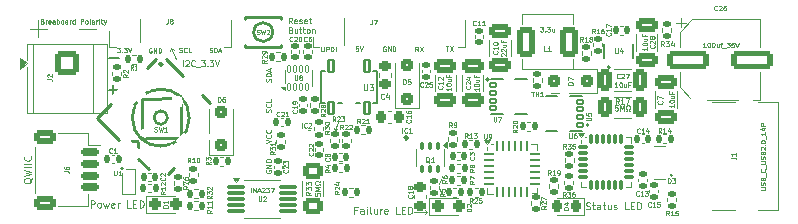
<source format=gbr>
%TF.GenerationSoftware,KiCad,Pcbnew,9.0.0*%
%TF.CreationDate,2025-05-20T17:11:30+02:00*%
%TF.ProjectId,CYPD3177_3.3V_V2_+_OLED,43595044-3331-4373-975f-332e33565f56,rev?*%
%TF.SameCoordinates,Original*%
%TF.FileFunction,Legend,Top*%
%TF.FilePolarity,Positive*%
%FSLAX46Y46*%
G04 Gerber Fmt 4.6, Leading zero omitted, Abs format (unit mm)*
G04 Created by KiCad (PCBNEW 9.0.0) date 2025-05-20 17:11:30*
%MOMM*%
%LPD*%
G01*
G04 APERTURE LIST*
G04 Aperture macros list*
%AMRoundRect*
0 Rectangle with rounded corners*
0 $1 Rounding radius*
0 $2 $3 $4 $5 $6 $7 $8 $9 X,Y pos of 4 corners*
0 Add a 4 corners polygon primitive as box body*
4,1,4,$2,$3,$4,$5,$6,$7,$8,$9,$2,$3,0*
0 Add four circle primitives for the rounded corners*
1,1,$1+$1,$2,$3*
1,1,$1+$1,$4,$5*
1,1,$1+$1,$6,$7*
1,1,$1+$1,$8,$9*
0 Add four rect primitives between the rounded corners*
20,1,$1+$1,$2,$3,$4,$5,0*
20,1,$1+$1,$4,$5,$6,$7,0*
20,1,$1+$1,$6,$7,$8,$9,0*
20,1,$1+$1,$8,$9,$2,$3,0*%
%AMRotRect*
0 Rectangle, with rotation*
0 The origin of the aperture is its center*
0 $1 length*
0 $2 width*
0 $3 Rotation angle, in degrees counterclockwise*
0 Add horizontal line*
21,1,$1,$2,0,0,$3*%
%AMFreePoly0*
4,1,45,0.915337,4.272534,0.924317,4.268814,0.972251,4.227872,0.979514,4.213617,0.983234,4.204637,0.991000,4.165600,0.991000,1.397000,0.983234,1.357963,0.979514,1.348983,0.955942,1.314462,0.955561,1.314096,0.953959,1.312589,0.356000,0.762465,0.356000,0.508000,0.348234,0.468963,0.344514,0.459983,0.343300,0.458561,0.343300,-0.508000,0.323820,-0.567954,0.272820,-0.605008,
0.241300,-0.610000,-0.241300,-0.610000,-0.301254,-0.590520,-0.338308,-0.539520,-0.343300,-0.508000,-0.343300,0.457600,-0.344514,0.459983,-0.348234,0.468963,-0.356000,0.508000,-0.356000,0.762465,-0.953959,1.312589,-0.977428,1.344732,-0.981518,1.353549,-0.990967,1.394350,-0.990978,1.394879,-0.991000,1.397000,-0.991000,4.165600,-0.983234,4.204637,-0.979514,4.213617,-0.938572,4.261551,
-0.924317,4.268814,-0.915337,4.272534,-0.876300,4.280300,0.876300,4.280300,0.915337,4.272534,0.915337,4.272534,$1*%
G04 Aperture macros list end*
%ADD10C,0.150000*%
%ADD11C,0.100000*%
%ADD12C,0.070000*%
%ADD13C,0.080000*%
%ADD14C,0.060000*%
%ADD15C,0.090000*%
%ADD16C,0.065000*%
%ADD17C,0.085000*%
%ADD18C,0.120000*%
%ADD19C,0.250000*%
%ADD20C,0.127000*%
%ADD21C,0.200000*%
%ADD22C,0.152400*%
%ADD23C,0.220294*%
%ADD24C,0.010000*%
%ADD25C,0.025400*%
%ADD26RoundRect,0.140000X0.170000X-0.140000X0.170000X0.140000X-0.170000X0.140000X-0.170000X-0.140000X0*%
%ADD27R,0.450000X0.200000*%
%ADD28R,0.250000X0.700000*%
%ADD29RoundRect,0.250000X0.650000X-0.325000X0.650000X0.325000X-0.650000X0.325000X-0.650000X-0.325000X0*%
%ADD30RoundRect,0.140000X-0.170000X0.140000X-0.170000X-0.140000X0.170000X-0.140000X0.170000X0.140000X0*%
%ADD31RoundRect,0.135000X0.185000X-0.135000X0.185000X0.135000X-0.185000X0.135000X-0.185000X-0.135000X0*%
%ADD32RoundRect,0.135000X-0.135000X-0.185000X0.135000X-0.185000X0.135000X0.185000X-0.135000X0.185000X0*%
%ADD33RoundRect,0.140000X0.140000X0.170000X-0.140000X0.170000X-0.140000X-0.170000X0.140000X-0.170000X0*%
%ADD34RoundRect,0.225000X-0.250000X0.225000X-0.250000X-0.225000X0.250000X-0.225000X0.250000X0.225000X0*%
%ADD35RoundRect,0.135000X0.135000X0.185000X-0.135000X0.185000X-0.135000X-0.185000X0.135000X-0.185000X0*%
%ADD36RoundRect,0.075000X-0.650000X-0.075000X0.650000X-0.075000X0.650000X0.075000X-0.650000X0.075000X0*%
%ADD37RoundRect,0.250000X-1.500000X-0.550000X1.500000X-0.550000X1.500000X0.550000X-1.500000X0.550000X0*%
%ADD38R,0.300000X0.800000*%
%ADD39R,0.800000X0.300000*%
%ADD40R,2.800000X2.800000*%
%ADD41RoundRect,0.100000X-0.100000X0.225000X-0.100000X-0.225000X0.100000X-0.225000X0.100000X0.225000X0*%
%ADD42RoundRect,0.102000X-0.250000X-0.175000X0.250000X-0.175000X0.250000X0.175000X-0.250000X0.175000X0*%
%ADD43RoundRect,0.140000X-0.140000X-0.170000X0.140000X-0.170000X0.140000X0.170000X-0.140000X0.170000X0*%
%ADD44RoundRect,0.062500X-0.350000X-0.062500X0.350000X-0.062500X0.350000X0.062500X-0.350000X0.062500X0*%
%ADD45RoundRect,0.062500X-0.062500X-0.350000X0.062500X-0.350000X0.062500X0.350000X-0.062500X0.350000X0*%
%ADD46R,2.600000X2.600000*%
%ADD47RoundRect,0.135000X-0.185000X0.135000X-0.185000X-0.135000X0.185000X-0.135000X0.185000X0.135000X0*%
%ADD48R,0.800000X1.700000*%
%ADD49RoundRect,0.218750X0.218750X0.256250X-0.218750X0.256250X-0.218750X-0.256250X0.218750X-0.256250X0*%
%ADD50RoundRect,0.250000X0.312500X0.625000X-0.312500X0.625000X-0.312500X-0.625000X0.312500X-0.625000X0*%
%ADD51RoundRect,0.250000X0.325000X0.650000X-0.325000X0.650000X-0.325000X-0.650000X0.325000X-0.650000X0*%
%ADD52RoundRect,0.102000X-0.215900X-0.508000X0.215900X-0.508000X0.215900X0.508000X-0.215900X0.508000X0*%
%ADD53FreePoly0,0.000000*%
%ADD54RoundRect,0.225000X0.225000X0.250000X-0.225000X0.250000X-0.225000X-0.250000X0.225000X-0.250000X0*%
%ADD55R,1.700000X1.700000*%
%ADD56O,1.700000X1.700000*%
%ADD57RoundRect,0.250001X-0.624999X0.462499X-0.624999X-0.462499X0.624999X-0.462499X0.624999X0.462499X0*%
%ADD58RoundRect,0.102000X0.250000X0.175000X-0.250000X0.175000X-0.250000X-0.175000X0.250000X-0.175000X0*%
%ADD59RoundRect,0.237500X-0.287500X-0.237500X0.287500X-0.237500X0.287500X0.237500X-0.287500X0.237500X0*%
%ADD60RoundRect,0.075000X-0.350000X-0.075000X0.350000X-0.075000X0.350000X0.075000X-0.350000X0.075000X0*%
%ADD61RoundRect,0.075000X-0.075000X-0.350000X0.075000X-0.350000X0.075000X0.350000X-0.075000X0.350000X0*%
%ADD62R,2.650000X2.650000*%
%ADD63RoundRect,0.225000X0.250000X-0.225000X0.250000X0.225000X-0.250000X0.225000X-0.250000X-0.225000X0*%
%ADD64RoundRect,0.150000X-0.625000X0.150000X-0.625000X-0.150000X0.625000X-0.150000X0.625000X0.150000X0*%
%ADD65RoundRect,0.250000X-0.650000X0.350000X-0.650000X-0.350000X0.650000X-0.350000X0.650000X0.350000X0*%
%ADD66R,1.150000X0.300000*%
%ADD67C,0.650000*%
%ADD68O,2.100000X1.000000*%
%ADD69O,1.600000X1.000000*%
%ADD70RoundRect,0.250001X0.499999X0.999999X-0.499999X0.999999X-0.499999X-0.999999X0.499999X-0.999999X0*%
%ADD71RoundRect,0.250000X0.300000X0.300000X-0.300000X0.300000X-0.300000X-0.300000X0.300000X-0.300000X0*%
%ADD72RoundRect,0.050000X0.100000X-0.285000X0.100000X0.285000X-0.100000X0.285000X-0.100000X-0.285000X0*%
%ADD73RoundRect,0.250000X-0.650000X0.325000X-0.650000X-0.325000X0.650000X-0.325000X0.650000X0.325000X0*%
%ADD74RoundRect,0.250000X0.300000X-0.300000X0.300000X0.300000X-0.300000X0.300000X-0.300000X-0.300000X0*%
%ADD75RoundRect,0.250001X-0.799999X0.799999X-0.799999X-0.799999X0.799999X-0.799999X0.799999X0.799999X0*%
%ADD76C,2.100000*%
%ADD77C,1.100000*%
%ADD78C,0.800000*%
%ADD79RotRect,2.000000X1.000000X315.000000*%
%ADD80RotRect,1.500000X1.500000X315.000000*%
%ADD81C,0.365000*%
G04 APERTURE END LIST*
D10*
X107400000Y-83550000D02*
X106600000Y-83550000D01*
D11*
X100600000Y-81800000D02*
X100600000Y-80300000D01*
X99850000Y-81050000D02*
X101350000Y-81050000D01*
X125700000Y-89600000D02*
X125950000Y-89000000D01*
D10*
X106950000Y-86612508D02*
X106950000Y-85812508D01*
D11*
X104000000Y-81050000D02*
X105500000Y-81050000D01*
X133500000Y-96600000D02*
X133350000Y-96450000D01*
X125700000Y-89600000D02*
X125850000Y-89550000D01*
X125700000Y-89600000D02*
X125650000Y-89500000D01*
D10*
X107350000Y-86212508D02*
X106550000Y-86212508D01*
D11*
X133500000Y-96600000D02*
X133350000Y-96750000D01*
X111825000Y-82725000D02*
X112050000Y-82825000D01*
X132400000Y-96600000D02*
X133500000Y-96600000D01*
X134710000Y-93820000D02*
X134560000Y-94190000D01*
X111825000Y-82725000D02*
X111725000Y-82925000D01*
X112275000Y-83625000D02*
X111825000Y-82725000D01*
D12*
X124004538Y-95007142D02*
X124004538Y-95221428D01*
X124004538Y-95221428D02*
X124218824Y-95242856D01*
X124218824Y-95242856D02*
X124197395Y-95221428D01*
X124197395Y-95221428D02*
X124175967Y-95178571D01*
X124175967Y-95178571D02*
X124175967Y-95071428D01*
X124175967Y-95071428D02*
X124197395Y-95028571D01*
X124197395Y-95028571D02*
X124218824Y-95007142D01*
X124218824Y-95007142D02*
X124261681Y-94985713D01*
X124261681Y-94985713D02*
X124368824Y-94985713D01*
X124368824Y-94985713D02*
X124411681Y-95007142D01*
X124411681Y-95007142D02*
X124433110Y-95028571D01*
X124433110Y-95028571D02*
X124454538Y-95071428D01*
X124454538Y-95071428D02*
X124454538Y-95178571D01*
X124454538Y-95178571D02*
X124433110Y-95221428D01*
X124433110Y-95221428D02*
X124411681Y-95242856D01*
X124454538Y-94792857D02*
X124004538Y-94792857D01*
X124004538Y-94792857D02*
X124325967Y-94642857D01*
X124325967Y-94642857D02*
X124004538Y-94492857D01*
X124004538Y-94492857D02*
X124454538Y-94492857D01*
X124454538Y-94299999D02*
X124454538Y-94192856D01*
X124454538Y-94192856D02*
X124368824Y-94192856D01*
X124368824Y-94192856D02*
X124347395Y-94235714D01*
X124347395Y-94235714D02*
X124304538Y-94278571D01*
X124304538Y-94278571D02*
X124240252Y-94299999D01*
X124240252Y-94299999D02*
X124133110Y-94299999D01*
X124133110Y-94299999D02*
X124068824Y-94278571D01*
X124068824Y-94278571D02*
X124025967Y-94235714D01*
X124025967Y-94235714D02*
X124004538Y-94171428D01*
X124004538Y-94171428D02*
X124004538Y-94085714D01*
X124004538Y-94085714D02*
X124025967Y-94021428D01*
X124025967Y-94021428D02*
X124068824Y-93978571D01*
X124068824Y-93978571D02*
X124133110Y-93957142D01*
X124133110Y-93957142D02*
X124240252Y-93957142D01*
X124240252Y-93957142D02*
X124304538Y-93978571D01*
X124304538Y-93978571D02*
X124347395Y-94021428D01*
X124347395Y-94021428D02*
X124368824Y-94064285D01*
X124368824Y-94064285D02*
X124454538Y-94064285D01*
X124454538Y-94064285D02*
X124454538Y-93957142D01*
D13*
X122087392Y-80614663D02*
X121920726Y-80376568D01*
X121801678Y-80614663D02*
X121801678Y-80114663D01*
X121801678Y-80114663D02*
X121992154Y-80114663D01*
X121992154Y-80114663D02*
X122039773Y-80138473D01*
X122039773Y-80138473D02*
X122063583Y-80162282D01*
X122063583Y-80162282D02*
X122087392Y-80209901D01*
X122087392Y-80209901D02*
X122087392Y-80281330D01*
X122087392Y-80281330D02*
X122063583Y-80328949D01*
X122063583Y-80328949D02*
X122039773Y-80352758D01*
X122039773Y-80352758D02*
X121992154Y-80376568D01*
X121992154Y-80376568D02*
X121801678Y-80376568D01*
X122492154Y-80590854D02*
X122444535Y-80614663D01*
X122444535Y-80614663D02*
X122349297Y-80614663D01*
X122349297Y-80614663D02*
X122301678Y-80590854D01*
X122301678Y-80590854D02*
X122277869Y-80543234D01*
X122277869Y-80543234D02*
X122277869Y-80352758D01*
X122277869Y-80352758D02*
X122301678Y-80305139D01*
X122301678Y-80305139D02*
X122349297Y-80281330D01*
X122349297Y-80281330D02*
X122444535Y-80281330D01*
X122444535Y-80281330D02*
X122492154Y-80305139D01*
X122492154Y-80305139D02*
X122515964Y-80352758D01*
X122515964Y-80352758D02*
X122515964Y-80400377D01*
X122515964Y-80400377D02*
X122277869Y-80447996D01*
X122706440Y-80590854D02*
X122754059Y-80614663D01*
X122754059Y-80614663D02*
X122849297Y-80614663D01*
X122849297Y-80614663D02*
X122896916Y-80590854D01*
X122896916Y-80590854D02*
X122920725Y-80543234D01*
X122920725Y-80543234D02*
X122920725Y-80519425D01*
X122920725Y-80519425D02*
X122896916Y-80471806D01*
X122896916Y-80471806D02*
X122849297Y-80447996D01*
X122849297Y-80447996D02*
X122777868Y-80447996D01*
X122777868Y-80447996D02*
X122730249Y-80424187D01*
X122730249Y-80424187D02*
X122706440Y-80376568D01*
X122706440Y-80376568D02*
X122706440Y-80352758D01*
X122706440Y-80352758D02*
X122730249Y-80305139D01*
X122730249Y-80305139D02*
X122777868Y-80281330D01*
X122777868Y-80281330D02*
X122849297Y-80281330D01*
X122849297Y-80281330D02*
X122896916Y-80305139D01*
X123325487Y-80590854D02*
X123277868Y-80614663D01*
X123277868Y-80614663D02*
X123182630Y-80614663D01*
X123182630Y-80614663D02*
X123135011Y-80590854D01*
X123135011Y-80590854D02*
X123111202Y-80543234D01*
X123111202Y-80543234D02*
X123111202Y-80352758D01*
X123111202Y-80352758D02*
X123135011Y-80305139D01*
X123135011Y-80305139D02*
X123182630Y-80281330D01*
X123182630Y-80281330D02*
X123277868Y-80281330D01*
X123277868Y-80281330D02*
X123325487Y-80305139D01*
X123325487Y-80305139D02*
X123349297Y-80352758D01*
X123349297Y-80352758D02*
X123349297Y-80400377D01*
X123349297Y-80400377D02*
X123111202Y-80447996D01*
X123492154Y-80281330D02*
X123682630Y-80281330D01*
X123563582Y-80114663D02*
X123563582Y-80543234D01*
X123563582Y-80543234D02*
X123587392Y-80590854D01*
X123587392Y-80590854D02*
X123635011Y-80614663D01*
X123635011Y-80614663D02*
X123682630Y-80614663D01*
X121968345Y-81157730D02*
X122039773Y-81181540D01*
X122039773Y-81181540D02*
X122063583Y-81205349D01*
X122063583Y-81205349D02*
X122087392Y-81252968D01*
X122087392Y-81252968D02*
X122087392Y-81324397D01*
X122087392Y-81324397D02*
X122063583Y-81372016D01*
X122063583Y-81372016D02*
X122039773Y-81395826D01*
X122039773Y-81395826D02*
X121992154Y-81419635D01*
X121992154Y-81419635D02*
X121801678Y-81419635D01*
X121801678Y-81419635D02*
X121801678Y-80919635D01*
X121801678Y-80919635D02*
X121968345Y-80919635D01*
X121968345Y-80919635D02*
X122015964Y-80943445D01*
X122015964Y-80943445D02*
X122039773Y-80967254D01*
X122039773Y-80967254D02*
X122063583Y-81014873D01*
X122063583Y-81014873D02*
X122063583Y-81062492D01*
X122063583Y-81062492D02*
X122039773Y-81110111D01*
X122039773Y-81110111D02*
X122015964Y-81133921D01*
X122015964Y-81133921D02*
X121968345Y-81157730D01*
X121968345Y-81157730D02*
X121801678Y-81157730D01*
X122515964Y-81086302D02*
X122515964Y-81419635D01*
X122301678Y-81086302D02*
X122301678Y-81348206D01*
X122301678Y-81348206D02*
X122325488Y-81395826D01*
X122325488Y-81395826D02*
X122373107Y-81419635D01*
X122373107Y-81419635D02*
X122444535Y-81419635D01*
X122444535Y-81419635D02*
X122492154Y-81395826D01*
X122492154Y-81395826D02*
X122515964Y-81372016D01*
X122682631Y-81086302D02*
X122873107Y-81086302D01*
X122754059Y-80919635D02*
X122754059Y-81348206D01*
X122754059Y-81348206D02*
X122777869Y-81395826D01*
X122777869Y-81395826D02*
X122825488Y-81419635D01*
X122825488Y-81419635D02*
X122873107Y-81419635D01*
X122968345Y-81086302D02*
X123158821Y-81086302D01*
X123039773Y-80919635D02*
X123039773Y-81348206D01*
X123039773Y-81348206D02*
X123063583Y-81395826D01*
X123063583Y-81395826D02*
X123111202Y-81419635D01*
X123111202Y-81419635D02*
X123158821Y-81419635D01*
X123396916Y-81419635D02*
X123349297Y-81395826D01*
X123349297Y-81395826D02*
X123325487Y-81372016D01*
X123325487Y-81372016D02*
X123301678Y-81324397D01*
X123301678Y-81324397D02*
X123301678Y-81181540D01*
X123301678Y-81181540D02*
X123325487Y-81133921D01*
X123325487Y-81133921D02*
X123349297Y-81110111D01*
X123349297Y-81110111D02*
X123396916Y-81086302D01*
X123396916Y-81086302D02*
X123468344Y-81086302D01*
X123468344Y-81086302D02*
X123515963Y-81110111D01*
X123515963Y-81110111D02*
X123539773Y-81133921D01*
X123539773Y-81133921D02*
X123563582Y-81181540D01*
X123563582Y-81181540D02*
X123563582Y-81324397D01*
X123563582Y-81324397D02*
X123539773Y-81372016D01*
X123539773Y-81372016D02*
X123515963Y-81395826D01*
X123515963Y-81395826D02*
X123468344Y-81419635D01*
X123468344Y-81419635D02*
X123396916Y-81419635D01*
X123777868Y-81086302D02*
X123777868Y-81419635D01*
X123777868Y-81133921D02*
X123801678Y-81110111D01*
X123801678Y-81110111D02*
X123849297Y-81086302D01*
X123849297Y-81086302D02*
X123920725Y-81086302D01*
X123920725Y-81086302D02*
X123968344Y-81110111D01*
X123968344Y-81110111D02*
X123992154Y-81157730D01*
X123992154Y-81157730D02*
X123992154Y-81419635D01*
D14*
X107279524Y-82656927D02*
X107527143Y-82656927D01*
X107527143Y-82656927D02*
X107393810Y-82809308D01*
X107393810Y-82809308D02*
X107450953Y-82809308D01*
X107450953Y-82809308D02*
X107489048Y-82828356D01*
X107489048Y-82828356D02*
X107508096Y-82847403D01*
X107508096Y-82847403D02*
X107527143Y-82885499D01*
X107527143Y-82885499D02*
X107527143Y-82980737D01*
X107527143Y-82980737D02*
X107508096Y-83018832D01*
X107508096Y-83018832D02*
X107489048Y-83037880D01*
X107489048Y-83037880D02*
X107450953Y-83056927D01*
X107450953Y-83056927D02*
X107336667Y-83056927D01*
X107336667Y-83056927D02*
X107298572Y-83037880D01*
X107298572Y-83037880D02*
X107279524Y-83018832D01*
X107698572Y-83018832D02*
X107717619Y-83037880D01*
X107717619Y-83037880D02*
X107698572Y-83056927D01*
X107698572Y-83056927D02*
X107679524Y-83037880D01*
X107679524Y-83037880D02*
X107698572Y-83018832D01*
X107698572Y-83018832D02*
X107698572Y-83056927D01*
X107850952Y-82656927D02*
X108098571Y-82656927D01*
X108098571Y-82656927D02*
X107965238Y-82809308D01*
X107965238Y-82809308D02*
X108022381Y-82809308D01*
X108022381Y-82809308D02*
X108060476Y-82828356D01*
X108060476Y-82828356D02*
X108079524Y-82847403D01*
X108079524Y-82847403D02*
X108098571Y-82885499D01*
X108098571Y-82885499D02*
X108098571Y-82980737D01*
X108098571Y-82980737D02*
X108079524Y-83018832D01*
X108079524Y-83018832D02*
X108060476Y-83037880D01*
X108060476Y-83037880D02*
X108022381Y-83056927D01*
X108022381Y-83056927D02*
X107908095Y-83056927D01*
X107908095Y-83056927D02*
X107870000Y-83037880D01*
X107870000Y-83037880D02*
X107850952Y-83018832D01*
X108212857Y-82656927D02*
X108346190Y-83056927D01*
X108346190Y-83056927D02*
X108479523Y-82656927D01*
X132753333Y-82986927D02*
X132620000Y-82796451D01*
X132524762Y-82986927D02*
X132524762Y-82586927D01*
X132524762Y-82586927D02*
X132677143Y-82586927D01*
X132677143Y-82586927D02*
X132715238Y-82605975D01*
X132715238Y-82605975D02*
X132734285Y-82625022D01*
X132734285Y-82625022D02*
X132753333Y-82663118D01*
X132753333Y-82663118D02*
X132753333Y-82720260D01*
X132753333Y-82720260D02*
X132734285Y-82758356D01*
X132734285Y-82758356D02*
X132715238Y-82777403D01*
X132715238Y-82777403D02*
X132677143Y-82796451D01*
X132677143Y-82796451D02*
X132524762Y-82796451D01*
X132886666Y-82586927D02*
X133153333Y-82986927D01*
X133153333Y-82586927D02*
X132886666Y-82986927D01*
X129995237Y-82585975D02*
X129957142Y-82566927D01*
X129957142Y-82566927D02*
X129899999Y-82566927D01*
X129899999Y-82566927D02*
X129842856Y-82585975D01*
X129842856Y-82585975D02*
X129804761Y-82624070D01*
X129804761Y-82624070D02*
X129785714Y-82662165D01*
X129785714Y-82662165D02*
X129766666Y-82738356D01*
X129766666Y-82738356D02*
X129766666Y-82795499D01*
X129766666Y-82795499D02*
X129785714Y-82871689D01*
X129785714Y-82871689D02*
X129804761Y-82909784D01*
X129804761Y-82909784D02*
X129842856Y-82947880D01*
X129842856Y-82947880D02*
X129899999Y-82966927D01*
X129899999Y-82966927D02*
X129938095Y-82966927D01*
X129938095Y-82966927D02*
X129995237Y-82947880D01*
X129995237Y-82947880D02*
X130014285Y-82928832D01*
X130014285Y-82928832D02*
X130014285Y-82795499D01*
X130014285Y-82795499D02*
X129938095Y-82795499D01*
X130185714Y-82966927D02*
X130185714Y-82566927D01*
X130185714Y-82566927D02*
X130414285Y-82966927D01*
X130414285Y-82966927D02*
X130414285Y-82566927D01*
X130604762Y-82966927D02*
X130604762Y-82566927D01*
X130604762Y-82566927D02*
X130700000Y-82566927D01*
X130700000Y-82566927D02*
X130757143Y-82585975D01*
X130757143Y-82585975D02*
X130795238Y-82624070D01*
X130795238Y-82624070D02*
X130814285Y-82662165D01*
X130814285Y-82662165D02*
X130833333Y-82738356D01*
X130833333Y-82738356D02*
X130833333Y-82795499D01*
X130833333Y-82795499D02*
X130814285Y-82871689D01*
X130814285Y-82871689D02*
X130795238Y-82909784D01*
X130795238Y-82909784D02*
X130757143Y-82947880D01*
X130757143Y-82947880D02*
X130700000Y-82966927D01*
X130700000Y-82966927D02*
X130604762Y-82966927D01*
X110170237Y-82700975D02*
X110132142Y-82681927D01*
X110132142Y-82681927D02*
X110074999Y-82681927D01*
X110074999Y-82681927D02*
X110017856Y-82700975D01*
X110017856Y-82700975D02*
X109979761Y-82739070D01*
X109979761Y-82739070D02*
X109960714Y-82777165D01*
X109960714Y-82777165D02*
X109941666Y-82853356D01*
X109941666Y-82853356D02*
X109941666Y-82910499D01*
X109941666Y-82910499D02*
X109960714Y-82986689D01*
X109960714Y-82986689D02*
X109979761Y-83024784D01*
X109979761Y-83024784D02*
X110017856Y-83062880D01*
X110017856Y-83062880D02*
X110074999Y-83081927D01*
X110074999Y-83081927D02*
X110113095Y-83081927D01*
X110113095Y-83081927D02*
X110170237Y-83062880D01*
X110170237Y-83062880D02*
X110189285Y-83043832D01*
X110189285Y-83043832D02*
X110189285Y-82910499D01*
X110189285Y-82910499D02*
X110113095Y-82910499D01*
X110360714Y-83081927D02*
X110360714Y-82681927D01*
X110360714Y-82681927D02*
X110589285Y-83081927D01*
X110589285Y-83081927D02*
X110589285Y-82681927D01*
X110779762Y-83081927D02*
X110779762Y-82681927D01*
X110779762Y-82681927D02*
X110875000Y-82681927D01*
X110875000Y-82681927D02*
X110932143Y-82700975D01*
X110932143Y-82700975D02*
X110970238Y-82739070D01*
X110970238Y-82739070D02*
X110989285Y-82777165D01*
X110989285Y-82777165D02*
X111008333Y-82853356D01*
X111008333Y-82853356D02*
X111008333Y-82910499D01*
X111008333Y-82910499D02*
X110989285Y-82986689D01*
X110989285Y-82986689D02*
X110970238Y-83024784D01*
X110970238Y-83024784D02*
X110932143Y-83062880D01*
X110932143Y-83062880D02*
X110875000Y-83081927D01*
X110875000Y-83081927D02*
X110779762Y-83081927D01*
X154431927Y-87478571D02*
X154431927Y-87707142D01*
X154431927Y-87592856D02*
X154031927Y-87592856D01*
X154031927Y-87592856D02*
X154089070Y-87630952D01*
X154089070Y-87630952D02*
X154127165Y-87669047D01*
X154127165Y-87669047D02*
X154146213Y-87707142D01*
X154031927Y-87230952D02*
X154031927Y-87192857D01*
X154031927Y-87192857D02*
X154050975Y-87154761D01*
X154050975Y-87154761D02*
X154070022Y-87135714D01*
X154070022Y-87135714D02*
X154108118Y-87116666D01*
X154108118Y-87116666D02*
X154184308Y-87097619D01*
X154184308Y-87097619D02*
X154279546Y-87097619D01*
X154279546Y-87097619D02*
X154355737Y-87116666D01*
X154355737Y-87116666D02*
X154393832Y-87135714D01*
X154393832Y-87135714D02*
X154412880Y-87154761D01*
X154412880Y-87154761D02*
X154431927Y-87192857D01*
X154431927Y-87192857D02*
X154431927Y-87230952D01*
X154431927Y-87230952D02*
X154412880Y-87269047D01*
X154412880Y-87269047D02*
X154393832Y-87288095D01*
X154393832Y-87288095D02*
X154355737Y-87307142D01*
X154355737Y-87307142D02*
X154279546Y-87326190D01*
X154279546Y-87326190D02*
X154184308Y-87326190D01*
X154184308Y-87326190D02*
X154108118Y-87307142D01*
X154108118Y-87307142D02*
X154070022Y-87288095D01*
X154070022Y-87288095D02*
X154050975Y-87269047D01*
X154050975Y-87269047D02*
X154031927Y-87230952D01*
X154165260Y-86754762D02*
X154431927Y-86754762D01*
X154165260Y-86926190D02*
X154374784Y-86926190D01*
X154374784Y-86926190D02*
X154412880Y-86907143D01*
X154412880Y-86907143D02*
X154431927Y-86869048D01*
X154431927Y-86869048D02*
X154431927Y-86811905D01*
X154431927Y-86811905D02*
X154412880Y-86773809D01*
X154412880Y-86773809D02*
X154393832Y-86754762D01*
X154222403Y-86430952D02*
X154222403Y-86564285D01*
X154431927Y-86564285D02*
X154031927Y-86564285D01*
X154031927Y-86564285D02*
X154031927Y-86373809D01*
X127673810Y-82556927D02*
X127483334Y-82556927D01*
X127483334Y-82556927D02*
X127464286Y-82747403D01*
X127464286Y-82747403D02*
X127483334Y-82728356D01*
X127483334Y-82728356D02*
X127521429Y-82709308D01*
X127521429Y-82709308D02*
X127616667Y-82709308D01*
X127616667Y-82709308D02*
X127654762Y-82728356D01*
X127654762Y-82728356D02*
X127673810Y-82747403D01*
X127673810Y-82747403D02*
X127692857Y-82785499D01*
X127692857Y-82785499D02*
X127692857Y-82880737D01*
X127692857Y-82880737D02*
X127673810Y-82918832D01*
X127673810Y-82918832D02*
X127654762Y-82937880D01*
X127654762Y-82937880D02*
X127616667Y-82956927D01*
X127616667Y-82956927D02*
X127521429Y-82956927D01*
X127521429Y-82956927D02*
X127483334Y-82937880D01*
X127483334Y-82937880D02*
X127464286Y-82918832D01*
X127807143Y-82556927D02*
X127940476Y-82956927D01*
X127940476Y-82956927D02*
X128073809Y-82556927D01*
X135085238Y-82566927D02*
X135313809Y-82566927D01*
X135199523Y-82966927D02*
X135199523Y-82566927D01*
X135409047Y-82566927D02*
X135675714Y-82966927D01*
X135675714Y-82566927D02*
X135409047Y-82966927D01*
D12*
X149642857Y-87554538D02*
X149428571Y-87554538D01*
X149428571Y-87554538D02*
X149407143Y-87768824D01*
X149407143Y-87768824D02*
X149428571Y-87747395D01*
X149428571Y-87747395D02*
X149471429Y-87725967D01*
X149471429Y-87725967D02*
X149578571Y-87725967D01*
X149578571Y-87725967D02*
X149621429Y-87747395D01*
X149621429Y-87747395D02*
X149642857Y-87768824D01*
X149642857Y-87768824D02*
X149664286Y-87811681D01*
X149664286Y-87811681D02*
X149664286Y-87918824D01*
X149664286Y-87918824D02*
X149642857Y-87961681D01*
X149642857Y-87961681D02*
X149621429Y-87983110D01*
X149621429Y-87983110D02*
X149578571Y-88004538D01*
X149578571Y-88004538D02*
X149471429Y-88004538D01*
X149471429Y-88004538D02*
X149428571Y-87983110D01*
X149428571Y-87983110D02*
X149407143Y-87961681D01*
X149857142Y-88004538D02*
X149857142Y-87554538D01*
X149857142Y-87554538D02*
X150007142Y-87875967D01*
X150007142Y-87875967D02*
X150157142Y-87554538D01*
X150157142Y-87554538D02*
X150157142Y-88004538D01*
X150350000Y-88004538D02*
X150457143Y-88004538D01*
X150457143Y-88004538D02*
X150457143Y-87918824D01*
X150457143Y-87918824D02*
X150414286Y-87897395D01*
X150414286Y-87897395D02*
X150371428Y-87854538D01*
X150371428Y-87854538D02*
X150350000Y-87790252D01*
X150350000Y-87790252D02*
X150350000Y-87683110D01*
X150350000Y-87683110D02*
X150371428Y-87618824D01*
X150371428Y-87618824D02*
X150414286Y-87575967D01*
X150414286Y-87575967D02*
X150478571Y-87554538D01*
X150478571Y-87554538D02*
X150564286Y-87554538D01*
X150564286Y-87554538D02*
X150628571Y-87575967D01*
X150628571Y-87575967D02*
X150671428Y-87618824D01*
X150671428Y-87618824D02*
X150692857Y-87683110D01*
X150692857Y-87683110D02*
X150692857Y-87790252D01*
X150692857Y-87790252D02*
X150671428Y-87854538D01*
X150671428Y-87854538D02*
X150628571Y-87897395D01*
X150628571Y-87897395D02*
X150585714Y-87918824D01*
X150585714Y-87918824D02*
X150585714Y-88004538D01*
X150585714Y-88004538D02*
X150692857Y-88004538D01*
D14*
X115089286Y-83037880D02*
X115146429Y-83056927D01*
X115146429Y-83056927D02*
X115241667Y-83056927D01*
X115241667Y-83056927D02*
X115279762Y-83037880D01*
X115279762Y-83037880D02*
X115298810Y-83018832D01*
X115298810Y-83018832D02*
X115317857Y-82980737D01*
X115317857Y-82980737D02*
X115317857Y-82942641D01*
X115317857Y-82942641D02*
X115298810Y-82904546D01*
X115298810Y-82904546D02*
X115279762Y-82885499D01*
X115279762Y-82885499D02*
X115241667Y-82866451D01*
X115241667Y-82866451D02*
X115165476Y-82847403D01*
X115165476Y-82847403D02*
X115127381Y-82828356D01*
X115127381Y-82828356D02*
X115108334Y-82809308D01*
X115108334Y-82809308D02*
X115089286Y-82771213D01*
X115089286Y-82771213D02*
X115089286Y-82733118D01*
X115089286Y-82733118D02*
X115108334Y-82695022D01*
X115108334Y-82695022D02*
X115127381Y-82675975D01*
X115127381Y-82675975D02*
X115165476Y-82656927D01*
X115165476Y-82656927D02*
X115260715Y-82656927D01*
X115260715Y-82656927D02*
X115317857Y-82675975D01*
X115489286Y-83056927D02*
X115489286Y-82656927D01*
X115489286Y-82656927D02*
X115584524Y-82656927D01*
X115584524Y-82656927D02*
X115641667Y-82675975D01*
X115641667Y-82675975D02*
X115679762Y-82714070D01*
X115679762Y-82714070D02*
X115698809Y-82752165D01*
X115698809Y-82752165D02*
X115717857Y-82828356D01*
X115717857Y-82828356D02*
X115717857Y-82885499D01*
X115717857Y-82885499D02*
X115698809Y-82961689D01*
X115698809Y-82961689D02*
X115679762Y-82999784D01*
X115679762Y-82999784D02*
X115641667Y-83037880D01*
X115641667Y-83037880D02*
X115584524Y-83056927D01*
X115584524Y-83056927D02*
X115489286Y-83056927D01*
X115870238Y-82942641D02*
X116060714Y-82942641D01*
X115832143Y-83056927D02*
X115965476Y-82656927D01*
X115965476Y-82656927D02*
X116098809Y-83056927D01*
X124540476Y-82581927D02*
X124540476Y-82905737D01*
X124540476Y-82905737D02*
X124559523Y-82943832D01*
X124559523Y-82943832D02*
X124578571Y-82962880D01*
X124578571Y-82962880D02*
X124616666Y-82981927D01*
X124616666Y-82981927D02*
X124692857Y-82981927D01*
X124692857Y-82981927D02*
X124730952Y-82962880D01*
X124730952Y-82962880D02*
X124749999Y-82943832D01*
X124749999Y-82943832D02*
X124769047Y-82905737D01*
X124769047Y-82905737D02*
X124769047Y-82581927D01*
X124959524Y-82981927D02*
X124959524Y-82581927D01*
X124959524Y-82581927D02*
X125111905Y-82581927D01*
X125111905Y-82581927D02*
X125150000Y-82600975D01*
X125150000Y-82600975D02*
X125169047Y-82620022D01*
X125169047Y-82620022D02*
X125188095Y-82658118D01*
X125188095Y-82658118D02*
X125188095Y-82715260D01*
X125188095Y-82715260D02*
X125169047Y-82753356D01*
X125169047Y-82753356D02*
X125150000Y-82772403D01*
X125150000Y-82772403D02*
X125111905Y-82791451D01*
X125111905Y-82791451D02*
X124959524Y-82791451D01*
X125359524Y-82981927D02*
X125359524Y-82581927D01*
X125359524Y-82581927D02*
X125454762Y-82581927D01*
X125454762Y-82581927D02*
X125511905Y-82600975D01*
X125511905Y-82600975D02*
X125550000Y-82639070D01*
X125550000Y-82639070D02*
X125569047Y-82677165D01*
X125569047Y-82677165D02*
X125588095Y-82753356D01*
X125588095Y-82753356D02*
X125588095Y-82810499D01*
X125588095Y-82810499D02*
X125569047Y-82886689D01*
X125569047Y-82886689D02*
X125550000Y-82924784D01*
X125550000Y-82924784D02*
X125511905Y-82962880D01*
X125511905Y-82962880D02*
X125454762Y-82981927D01*
X125454762Y-82981927D02*
X125359524Y-82981927D01*
X125759524Y-82981927D02*
X125759524Y-82581927D01*
X100949999Y-80422403D02*
X101007142Y-80441451D01*
X101007142Y-80441451D02*
X101026189Y-80460499D01*
X101026189Y-80460499D02*
X101045237Y-80498594D01*
X101045237Y-80498594D02*
X101045237Y-80555737D01*
X101045237Y-80555737D02*
X101026189Y-80593832D01*
X101026189Y-80593832D02*
X101007142Y-80612880D01*
X101007142Y-80612880D02*
X100969047Y-80631927D01*
X100969047Y-80631927D02*
X100816666Y-80631927D01*
X100816666Y-80631927D02*
X100816666Y-80231927D01*
X100816666Y-80231927D02*
X100949999Y-80231927D01*
X100949999Y-80231927D02*
X100988094Y-80250975D01*
X100988094Y-80250975D02*
X101007142Y-80270022D01*
X101007142Y-80270022D02*
X101026189Y-80308118D01*
X101026189Y-80308118D02*
X101026189Y-80346213D01*
X101026189Y-80346213D02*
X101007142Y-80384308D01*
X101007142Y-80384308D02*
X100988094Y-80403356D01*
X100988094Y-80403356D02*
X100949999Y-80422403D01*
X100949999Y-80422403D02*
X100816666Y-80422403D01*
X101216666Y-80631927D02*
X101216666Y-80365260D01*
X101216666Y-80441451D02*
X101235713Y-80403356D01*
X101235713Y-80403356D02*
X101254761Y-80384308D01*
X101254761Y-80384308D02*
X101292856Y-80365260D01*
X101292856Y-80365260D02*
X101330951Y-80365260D01*
X101616666Y-80612880D02*
X101578570Y-80631927D01*
X101578570Y-80631927D02*
X101502380Y-80631927D01*
X101502380Y-80631927D02*
X101464285Y-80612880D01*
X101464285Y-80612880D02*
X101445237Y-80574784D01*
X101445237Y-80574784D02*
X101445237Y-80422403D01*
X101445237Y-80422403D02*
X101464285Y-80384308D01*
X101464285Y-80384308D02*
X101502380Y-80365260D01*
X101502380Y-80365260D02*
X101578570Y-80365260D01*
X101578570Y-80365260D02*
X101616666Y-80384308D01*
X101616666Y-80384308D02*
X101635713Y-80422403D01*
X101635713Y-80422403D02*
X101635713Y-80460499D01*
X101635713Y-80460499D02*
X101445237Y-80498594D01*
X101978570Y-80631927D02*
X101978570Y-80422403D01*
X101978570Y-80422403D02*
X101959523Y-80384308D01*
X101959523Y-80384308D02*
X101921427Y-80365260D01*
X101921427Y-80365260D02*
X101845237Y-80365260D01*
X101845237Y-80365260D02*
X101807142Y-80384308D01*
X101978570Y-80612880D02*
X101940475Y-80631927D01*
X101940475Y-80631927D02*
X101845237Y-80631927D01*
X101845237Y-80631927D02*
X101807142Y-80612880D01*
X101807142Y-80612880D02*
X101788094Y-80574784D01*
X101788094Y-80574784D02*
X101788094Y-80536689D01*
X101788094Y-80536689D02*
X101807142Y-80498594D01*
X101807142Y-80498594D02*
X101845237Y-80479546D01*
X101845237Y-80479546D02*
X101940475Y-80479546D01*
X101940475Y-80479546D02*
X101978570Y-80460499D01*
X102169047Y-80631927D02*
X102169047Y-80231927D01*
X102169047Y-80384308D02*
X102207142Y-80365260D01*
X102207142Y-80365260D02*
X102283332Y-80365260D01*
X102283332Y-80365260D02*
X102321428Y-80384308D01*
X102321428Y-80384308D02*
X102340475Y-80403356D01*
X102340475Y-80403356D02*
X102359523Y-80441451D01*
X102359523Y-80441451D02*
X102359523Y-80555737D01*
X102359523Y-80555737D02*
X102340475Y-80593832D01*
X102340475Y-80593832D02*
X102321428Y-80612880D01*
X102321428Y-80612880D02*
X102283332Y-80631927D01*
X102283332Y-80631927D02*
X102207142Y-80631927D01*
X102207142Y-80631927D02*
X102169047Y-80612880D01*
X102588094Y-80631927D02*
X102549999Y-80612880D01*
X102549999Y-80612880D02*
X102530952Y-80593832D01*
X102530952Y-80593832D02*
X102511904Y-80555737D01*
X102511904Y-80555737D02*
X102511904Y-80441451D01*
X102511904Y-80441451D02*
X102530952Y-80403356D01*
X102530952Y-80403356D02*
X102549999Y-80384308D01*
X102549999Y-80384308D02*
X102588094Y-80365260D01*
X102588094Y-80365260D02*
X102645237Y-80365260D01*
X102645237Y-80365260D02*
X102683333Y-80384308D01*
X102683333Y-80384308D02*
X102702380Y-80403356D01*
X102702380Y-80403356D02*
X102721428Y-80441451D01*
X102721428Y-80441451D02*
X102721428Y-80555737D01*
X102721428Y-80555737D02*
X102702380Y-80593832D01*
X102702380Y-80593832D02*
X102683333Y-80612880D01*
X102683333Y-80612880D02*
X102645237Y-80631927D01*
X102645237Y-80631927D02*
X102588094Y-80631927D01*
X103064285Y-80631927D02*
X103064285Y-80422403D01*
X103064285Y-80422403D02*
X103045238Y-80384308D01*
X103045238Y-80384308D02*
X103007142Y-80365260D01*
X103007142Y-80365260D02*
X102930952Y-80365260D01*
X102930952Y-80365260D02*
X102892857Y-80384308D01*
X103064285Y-80612880D02*
X103026190Y-80631927D01*
X103026190Y-80631927D02*
X102930952Y-80631927D01*
X102930952Y-80631927D02*
X102892857Y-80612880D01*
X102892857Y-80612880D02*
X102873809Y-80574784D01*
X102873809Y-80574784D02*
X102873809Y-80536689D01*
X102873809Y-80536689D02*
X102892857Y-80498594D01*
X102892857Y-80498594D02*
X102930952Y-80479546D01*
X102930952Y-80479546D02*
X103026190Y-80479546D01*
X103026190Y-80479546D02*
X103064285Y-80460499D01*
X103254762Y-80631927D02*
X103254762Y-80365260D01*
X103254762Y-80441451D02*
X103273809Y-80403356D01*
X103273809Y-80403356D02*
X103292857Y-80384308D01*
X103292857Y-80384308D02*
X103330952Y-80365260D01*
X103330952Y-80365260D02*
X103369047Y-80365260D01*
X103673809Y-80631927D02*
X103673809Y-80231927D01*
X103673809Y-80612880D02*
X103635714Y-80631927D01*
X103635714Y-80631927D02*
X103559523Y-80631927D01*
X103559523Y-80631927D02*
X103521428Y-80612880D01*
X103521428Y-80612880D02*
X103502381Y-80593832D01*
X103502381Y-80593832D02*
X103483333Y-80555737D01*
X103483333Y-80555737D02*
X103483333Y-80441451D01*
X103483333Y-80441451D02*
X103502381Y-80403356D01*
X103502381Y-80403356D02*
X103521428Y-80384308D01*
X103521428Y-80384308D02*
X103559523Y-80365260D01*
X103559523Y-80365260D02*
X103635714Y-80365260D01*
X103635714Y-80365260D02*
X103673809Y-80384308D01*
X104169048Y-80631927D02*
X104169048Y-80231927D01*
X104169048Y-80231927D02*
X104321429Y-80231927D01*
X104321429Y-80231927D02*
X104359524Y-80250975D01*
X104359524Y-80250975D02*
X104378571Y-80270022D01*
X104378571Y-80270022D02*
X104397619Y-80308118D01*
X104397619Y-80308118D02*
X104397619Y-80365260D01*
X104397619Y-80365260D02*
X104378571Y-80403356D01*
X104378571Y-80403356D02*
X104359524Y-80422403D01*
X104359524Y-80422403D02*
X104321429Y-80441451D01*
X104321429Y-80441451D02*
X104169048Y-80441451D01*
X104626190Y-80631927D02*
X104588095Y-80612880D01*
X104588095Y-80612880D02*
X104569048Y-80593832D01*
X104569048Y-80593832D02*
X104550000Y-80555737D01*
X104550000Y-80555737D02*
X104550000Y-80441451D01*
X104550000Y-80441451D02*
X104569048Y-80403356D01*
X104569048Y-80403356D02*
X104588095Y-80384308D01*
X104588095Y-80384308D02*
X104626190Y-80365260D01*
X104626190Y-80365260D02*
X104683333Y-80365260D01*
X104683333Y-80365260D02*
X104721429Y-80384308D01*
X104721429Y-80384308D02*
X104740476Y-80403356D01*
X104740476Y-80403356D02*
X104759524Y-80441451D01*
X104759524Y-80441451D02*
X104759524Y-80555737D01*
X104759524Y-80555737D02*
X104740476Y-80593832D01*
X104740476Y-80593832D02*
X104721429Y-80612880D01*
X104721429Y-80612880D02*
X104683333Y-80631927D01*
X104683333Y-80631927D02*
X104626190Y-80631927D01*
X104988095Y-80631927D02*
X104950000Y-80612880D01*
X104950000Y-80612880D02*
X104930953Y-80574784D01*
X104930953Y-80574784D02*
X104930953Y-80231927D01*
X105311905Y-80631927D02*
X105311905Y-80422403D01*
X105311905Y-80422403D02*
X105292858Y-80384308D01*
X105292858Y-80384308D02*
X105254762Y-80365260D01*
X105254762Y-80365260D02*
X105178572Y-80365260D01*
X105178572Y-80365260D02*
X105140477Y-80384308D01*
X105311905Y-80612880D02*
X105273810Y-80631927D01*
X105273810Y-80631927D02*
X105178572Y-80631927D01*
X105178572Y-80631927D02*
X105140477Y-80612880D01*
X105140477Y-80612880D02*
X105121429Y-80574784D01*
X105121429Y-80574784D02*
X105121429Y-80536689D01*
X105121429Y-80536689D02*
X105140477Y-80498594D01*
X105140477Y-80498594D02*
X105178572Y-80479546D01*
X105178572Y-80479546D02*
X105273810Y-80479546D01*
X105273810Y-80479546D02*
X105311905Y-80460499D01*
X105502382Y-80631927D02*
X105502382Y-80365260D01*
X105502382Y-80441451D02*
X105521429Y-80403356D01*
X105521429Y-80403356D02*
X105540477Y-80384308D01*
X105540477Y-80384308D02*
X105578572Y-80365260D01*
X105578572Y-80365260D02*
X105616667Y-80365260D01*
X105750001Y-80631927D02*
X105750001Y-80365260D01*
X105750001Y-80231927D02*
X105730953Y-80250975D01*
X105730953Y-80250975D02*
X105750001Y-80270022D01*
X105750001Y-80270022D02*
X105769048Y-80250975D01*
X105769048Y-80250975D02*
X105750001Y-80231927D01*
X105750001Y-80231927D02*
X105750001Y-80270022D01*
X105883334Y-80365260D02*
X106035715Y-80365260D01*
X105940477Y-80231927D02*
X105940477Y-80574784D01*
X105940477Y-80574784D02*
X105959524Y-80612880D01*
X105959524Y-80612880D02*
X105997619Y-80631927D01*
X105997619Y-80631927D02*
X106035715Y-80631927D01*
X106130952Y-80365260D02*
X106226190Y-80631927D01*
X106321429Y-80365260D02*
X106226190Y-80631927D01*
X106226190Y-80631927D02*
X106188095Y-80727165D01*
X106188095Y-80727165D02*
X106169048Y-80746213D01*
X106169048Y-80746213D02*
X106130952Y-80765260D01*
X112523809Y-83037880D02*
X112580952Y-83056927D01*
X112580952Y-83056927D02*
X112676190Y-83056927D01*
X112676190Y-83056927D02*
X112714285Y-83037880D01*
X112714285Y-83037880D02*
X112733333Y-83018832D01*
X112733333Y-83018832D02*
X112752380Y-82980737D01*
X112752380Y-82980737D02*
X112752380Y-82942641D01*
X112752380Y-82942641D02*
X112733333Y-82904546D01*
X112733333Y-82904546D02*
X112714285Y-82885499D01*
X112714285Y-82885499D02*
X112676190Y-82866451D01*
X112676190Y-82866451D02*
X112599999Y-82847403D01*
X112599999Y-82847403D02*
X112561904Y-82828356D01*
X112561904Y-82828356D02*
X112542857Y-82809308D01*
X112542857Y-82809308D02*
X112523809Y-82771213D01*
X112523809Y-82771213D02*
X112523809Y-82733118D01*
X112523809Y-82733118D02*
X112542857Y-82695022D01*
X112542857Y-82695022D02*
X112561904Y-82675975D01*
X112561904Y-82675975D02*
X112599999Y-82656927D01*
X112599999Y-82656927D02*
X112695238Y-82656927D01*
X112695238Y-82656927D02*
X112752380Y-82675975D01*
X113152380Y-83018832D02*
X113133332Y-83037880D01*
X113133332Y-83037880D02*
X113076190Y-83056927D01*
X113076190Y-83056927D02*
X113038094Y-83056927D01*
X113038094Y-83056927D02*
X112980951Y-83037880D01*
X112980951Y-83037880D02*
X112942856Y-82999784D01*
X112942856Y-82999784D02*
X112923809Y-82961689D01*
X112923809Y-82961689D02*
X112904761Y-82885499D01*
X112904761Y-82885499D02*
X112904761Y-82828356D01*
X112904761Y-82828356D02*
X112923809Y-82752165D01*
X112923809Y-82752165D02*
X112942856Y-82714070D01*
X112942856Y-82714070D02*
X112980951Y-82675975D01*
X112980951Y-82675975D02*
X113038094Y-82656927D01*
X113038094Y-82656927D02*
X113076190Y-82656927D01*
X113076190Y-82656927D02*
X113133332Y-82675975D01*
X113133332Y-82675975D02*
X113152380Y-82695022D01*
X113514285Y-83056927D02*
X113323809Y-83056927D01*
X113323809Y-83056927D02*
X113323809Y-82656927D01*
X133167857Y-85953832D02*
X133148809Y-85972880D01*
X133148809Y-85972880D02*
X133091667Y-85991927D01*
X133091667Y-85991927D02*
X133053571Y-85991927D01*
X133053571Y-85991927D02*
X132996428Y-85972880D01*
X132996428Y-85972880D02*
X132958333Y-85934784D01*
X132958333Y-85934784D02*
X132939286Y-85896689D01*
X132939286Y-85896689D02*
X132920238Y-85820499D01*
X132920238Y-85820499D02*
X132920238Y-85763356D01*
X132920238Y-85763356D02*
X132939286Y-85687165D01*
X132939286Y-85687165D02*
X132958333Y-85649070D01*
X132958333Y-85649070D02*
X132996428Y-85610975D01*
X132996428Y-85610975D02*
X133053571Y-85591927D01*
X133053571Y-85591927D02*
X133091667Y-85591927D01*
X133091667Y-85591927D02*
X133148809Y-85610975D01*
X133148809Y-85610975D02*
X133167857Y-85630022D01*
X133320238Y-85630022D02*
X133339286Y-85610975D01*
X133339286Y-85610975D02*
X133377381Y-85591927D01*
X133377381Y-85591927D02*
X133472619Y-85591927D01*
X133472619Y-85591927D02*
X133510714Y-85610975D01*
X133510714Y-85610975D02*
X133529762Y-85630022D01*
X133529762Y-85630022D02*
X133548809Y-85668118D01*
X133548809Y-85668118D02*
X133548809Y-85706213D01*
X133548809Y-85706213D02*
X133529762Y-85763356D01*
X133529762Y-85763356D02*
X133301190Y-85991927D01*
X133301190Y-85991927D02*
X133548809Y-85991927D01*
X133910714Y-85591927D02*
X133720238Y-85591927D01*
X133720238Y-85591927D02*
X133701190Y-85782403D01*
X133701190Y-85782403D02*
X133720238Y-85763356D01*
X133720238Y-85763356D02*
X133758333Y-85744308D01*
X133758333Y-85744308D02*
X133853571Y-85744308D01*
X133853571Y-85744308D02*
X133891666Y-85763356D01*
X133891666Y-85763356D02*
X133910714Y-85782403D01*
X133910714Y-85782403D02*
X133929761Y-85820499D01*
X133929761Y-85820499D02*
X133929761Y-85915737D01*
X133929761Y-85915737D02*
X133910714Y-85953832D01*
X133910714Y-85953832D02*
X133891666Y-85972880D01*
X133891666Y-85972880D02*
X133853571Y-85991927D01*
X133853571Y-85991927D02*
X133758333Y-85991927D01*
X133758333Y-85991927D02*
X133720238Y-85972880D01*
X133720238Y-85972880D02*
X133701190Y-85953832D01*
X122909524Y-89431927D02*
X122909524Y-89031927D01*
X123328571Y-89393832D02*
X123309523Y-89412880D01*
X123309523Y-89412880D02*
X123252381Y-89431927D01*
X123252381Y-89431927D02*
X123214285Y-89431927D01*
X123214285Y-89431927D02*
X123157142Y-89412880D01*
X123157142Y-89412880D02*
X123119047Y-89374784D01*
X123119047Y-89374784D02*
X123100000Y-89336689D01*
X123100000Y-89336689D02*
X123080952Y-89260499D01*
X123080952Y-89260499D02*
X123080952Y-89203356D01*
X123080952Y-89203356D02*
X123100000Y-89127165D01*
X123100000Y-89127165D02*
X123119047Y-89089070D01*
X123119047Y-89089070D02*
X123157142Y-89050975D01*
X123157142Y-89050975D02*
X123214285Y-89031927D01*
X123214285Y-89031927D02*
X123252381Y-89031927D01*
X123252381Y-89031927D02*
X123309523Y-89050975D01*
X123309523Y-89050975D02*
X123328571Y-89070022D01*
X123480952Y-89070022D02*
X123500000Y-89050975D01*
X123500000Y-89050975D02*
X123538095Y-89031927D01*
X123538095Y-89031927D02*
X123633333Y-89031927D01*
X123633333Y-89031927D02*
X123671428Y-89050975D01*
X123671428Y-89050975D02*
X123690476Y-89070022D01*
X123690476Y-89070022D02*
X123709523Y-89108118D01*
X123709523Y-89108118D02*
X123709523Y-89146213D01*
X123709523Y-89146213D02*
X123690476Y-89203356D01*
X123690476Y-89203356D02*
X123461904Y-89431927D01*
X123461904Y-89431927D02*
X123709523Y-89431927D01*
X152743832Y-82457142D02*
X152762880Y-82476190D01*
X152762880Y-82476190D02*
X152781927Y-82533332D01*
X152781927Y-82533332D02*
X152781927Y-82571428D01*
X152781927Y-82571428D02*
X152762880Y-82628571D01*
X152762880Y-82628571D02*
X152724784Y-82666666D01*
X152724784Y-82666666D02*
X152686689Y-82685713D01*
X152686689Y-82685713D02*
X152610499Y-82704761D01*
X152610499Y-82704761D02*
X152553356Y-82704761D01*
X152553356Y-82704761D02*
X152477165Y-82685713D01*
X152477165Y-82685713D02*
X152439070Y-82666666D01*
X152439070Y-82666666D02*
X152400975Y-82628571D01*
X152400975Y-82628571D02*
X152381927Y-82571428D01*
X152381927Y-82571428D02*
X152381927Y-82533332D01*
X152381927Y-82533332D02*
X152400975Y-82476190D01*
X152400975Y-82476190D02*
X152420022Y-82457142D01*
X152420022Y-82304761D02*
X152400975Y-82285713D01*
X152400975Y-82285713D02*
X152381927Y-82247618D01*
X152381927Y-82247618D02*
X152381927Y-82152380D01*
X152381927Y-82152380D02*
X152400975Y-82114285D01*
X152400975Y-82114285D02*
X152420022Y-82095237D01*
X152420022Y-82095237D02*
X152458118Y-82076190D01*
X152458118Y-82076190D02*
X152496213Y-82076190D01*
X152496213Y-82076190D02*
X152553356Y-82095237D01*
X152553356Y-82095237D02*
X152781927Y-82323809D01*
X152781927Y-82323809D02*
X152781927Y-82076190D01*
X152553356Y-81847619D02*
X152534308Y-81885714D01*
X152534308Y-81885714D02*
X152515260Y-81904761D01*
X152515260Y-81904761D02*
X152477165Y-81923809D01*
X152477165Y-81923809D02*
X152458118Y-81923809D01*
X152458118Y-81923809D02*
X152420022Y-81904761D01*
X152420022Y-81904761D02*
X152400975Y-81885714D01*
X152400975Y-81885714D02*
X152381927Y-81847619D01*
X152381927Y-81847619D02*
X152381927Y-81771428D01*
X152381927Y-81771428D02*
X152400975Y-81733333D01*
X152400975Y-81733333D02*
X152420022Y-81714285D01*
X152420022Y-81714285D02*
X152458118Y-81695238D01*
X152458118Y-81695238D02*
X152477165Y-81695238D01*
X152477165Y-81695238D02*
X152515260Y-81714285D01*
X152515260Y-81714285D02*
X152534308Y-81733333D01*
X152534308Y-81733333D02*
X152553356Y-81771428D01*
X152553356Y-81771428D02*
X152553356Y-81847619D01*
X152553356Y-81847619D02*
X152572403Y-81885714D01*
X152572403Y-81885714D02*
X152591451Y-81904761D01*
X152591451Y-81904761D02*
X152629546Y-81923809D01*
X152629546Y-81923809D02*
X152705737Y-81923809D01*
X152705737Y-81923809D02*
X152743832Y-81904761D01*
X152743832Y-81904761D02*
X152762880Y-81885714D01*
X152762880Y-81885714D02*
X152781927Y-81847619D01*
X152781927Y-81847619D02*
X152781927Y-81771428D01*
X152781927Y-81771428D02*
X152762880Y-81733333D01*
X152762880Y-81733333D02*
X152743832Y-81714285D01*
X152743832Y-81714285D02*
X152705737Y-81695238D01*
X152705737Y-81695238D02*
X152629546Y-81695238D01*
X152629546Y-81695238D02*
X152591451Y-81714285D01*
X152591451Y-81714285D02*
X152572403Y-81733333D01*
X152572403Y-81733333D02*
X152553356Y-81771428D01*
X152131927Y-82628571D02*
X152131927Y-82857142D01*
X152131927Y-82742856D02*
X151731927Y-82742856D01*
X151731927Y-82742856D02*
X151789070Y-82780952D01*
X151789070Y-82780952D02*
X151827165Y-82819047D01*
X151827165Y-82819047D02*
X151846213Y-82857142D01*
X151731927Y-82380952D02*
X151731927Y-82342857D01*
X151731927Y-82342857D02*
X151750975Y-82304761D01*
X151750975Y-82304761D02*
X151770022Y-82285714D01*
X151770022Y-82285714D02*
X151808118Y-82266666D01*
X151808118Y-82266666D02*
X151884308Y-82247619D01*
X151884308Y-82247619D02*
X151979546Y-82247619D01*
X151979546Y-82247619D02*
X152055737Y-82266666D01*
X152055737Y-82266666D02*
X152093832Y-82285714D01*
X152093832Y-82285714D02*
X152112880Y-82304761D01*
X152112880Y-82304761D02*
X152131927Y-82342857D01*
X152131927Y-82342857D02*
X152131927Y-82380952D01*
X152131927Y-82380952D02*
X152112880Y-82419047D01*
X152112880Y-82419047D02*
X152093832Y-82438095D01*
X152093832Y-82438095D02*
X152055737Y-82457142D01*
X152055737Y-82457142D02*
X151979546Y-82476190D01*
X151979546Y-82476190D02*
X151884308Y-82476190D01*
X151884308Y-82476190D02*
X151808118Y-82457142D01*
X151808118Y-82457142D02*
X151770022Y-82438095D01*
X151770022Y-82438095D02*
X151750975Y-82419047D01*
X151750975Y-82419047D02*
X151731927Y-82380952D01*
X151865260Y-81904762D02*
X152131927Y-81904762D01*
X151865260Y-82076190D02*
X152074784Y-82076190D01*
X152074784Y-82076190D02*
X152112880Y-82057143D01*
X152112880Y-82057143D02*
X152131927Y-82019048D01*
X152131927Y-82019048D02*
X152131927Y-81961905D01*
X152131927Y-81961905D02*
X152112880Y-81923809D01*
X152112880Y-81923809D02*
X152093832Y-81904762D01*
X151922403Y-81580952D02*
X151922403Y-81714285D01*
X152131927Y-81714285D02*
X151731927Y-81714285D01*
X151731927Y-81714285D02*
X151731927Y-81523809D01*
X137642857Y-80743832D02*
X137623809Y-80762880D01*
X137623809Y-80762880D02*
X137566667Y-80781927D01*
X137566667Y-80781927D02*
X137528571Y-80781927D01*
X137528571Y-80781927D02*
X137471428Y-80762880D01*
X137471428Y-80762880D02*
X137433333Y-80724784D01*
X137433333Y-80724784D02*
X137414286Y-80686689D01*
X137414286Y-80686689D02*
X137395238Y-80610499D01*
X137395238Y-80610499D02*
X137395238Y-80553356D01*
X137395238Y-80553356D02*
X137414286Y-80477165D01*
X137414286Y-80477165D02*
X137433333Y-80439070D01*
X137433333Y-80439070D02*
X137471428Y-80400975D01*
X137471428Y-80400975D02*
X137528571Y-80381927D01*
X137528571Y-80381927D02*
X137566667Y-80381927D01*
X137566667Y-80381927D02*
X137623809Y-80400975D01*
X137623809Y-80400975D02*
X137642857Y-80420022D01*
X138023809Y-80781927D02*
X137795238Y-80781927D01*
X137909524Y-80781927D02*
X137909524Y-80381927D01*
X137909524Y-80381927D02*
X137871428Y-80439070D01*
X137871428Y-80439070D02*
X137833333Y-80477165D01*
X137833333Y-80477165D02*
X137795238Y-80496213D01*
X138404761Y-80781927D02*
X138176190Y-80781927D01*
X138290476Y-80781927D02*
X138290476Y-80381927D01*
X138290476Y-80381927D02*
X138252380Y-80439070D01*
X138252380Y-80439070D02*
X138214285Y-80477165D01*
X138214285Y-80477165D02*
X138176190Y-80496213D01*
X113477857Y-92381927D02*
X113344524Y-92191451D01*
X113249286Y-92381927D02*
X113249286Y-91981927D01*
X113249286Y-91981927D02*
X113401667Y-91981927D01*
X113401667Y-91981927D02*
X113439762Y-92000975D01*
X113439762Y-92000975D02*
X113458809Y-92020022D01*
X113458809Y-92020022D02*
X113477857Y-92058118D01*
X113477857Y-92058118D02*
X113477857Y-92115260D01*
X113477857Y-92115260D02*
X113458809Y-92153356D01*
X113458809Y-92153356D02*
X113439762Y-92172403D01*
X113439762Y-92172403D02*
X113401667Y-92191451D01*
X113401667Y-92191451D02*
X113249286Y-92191451D01*
X113858809Y-92381927D02*
X113630238Y-92381927D01*
X113744524Y-92381927D02*
X113744524Y-91981927D01*
X113744524Y-91981927D02*
X113706428Y-92039070D01*
X113706428Y-92039070D02*
X113668333Y-92077165D01*
X113668333Y-92077165D02*
X113630238Y-92096213D01*
X114106428Y-91981927D02*
X114144523Y-91981927D01*
X114144523Y-91981927D02*
X114182619Y-92000975D01*
X114182619Y-92000975D02*
X114201666Y-92020022D01*
X114201666Y-92020022D02*
X114220714Y-92058118D01*
X114220714Y-92058118D02*
X114239761Y-92134308D01*
X114239761Y-92134308D02*
X114239761Y-92229546D01*
X114239761Y-92229546D02*
X114220714Y-92305737D01*
X114220714Y-92305737D02*
X114201666Y-92343832D01*
X114201666Y-92343832D02*
X114182619Y-92362880D01*
X114182619Y-92362880D02*
X114144523Y-92381927D01*
X114144523Y-92381927D02*
X114106428Y-92381927D01*
X114106428Y-92381927D02*
X114068333Y-92362880D01*
X114068333Y-92362880D02*
X114049285Y-92343832D01*
X114049285Y-92343832D02*
X114030238Y-92305737D01*
X114030238Y-92305737D02*
X114011190Y-92229546D01*
X114011190Y-92229546D02*
X114011190Y-92134308D01*
X114011190Y-92134308D02*
X114030238Y-92058118D01*
X114030238Y-92058118D02*
X114049285Y-92020022D01*
X114049285Y-92020022D02*
X114068333Y-92000975D01*
X114068333Y-92000975D02*
X114106428Y-91981927D01*
X152452857Y-96108832D02*
X152433809Y-96127880D01*
X152433809Y-96127880D02*
X152376667Y-96146927D01*
X152376667Y-96146927D02*
X152338571Y-96146927D01*
X152338571Y-96146927D02*
X152281428Y-96127880D01*
X152281428Y-96127880D02*
X152243333Y-96089784D01*
X152243333Y-96089784D02*
X152224286Y-96051689D01*
X152224286Y-96051689D02*
X152205238Y-95975499D01*
X152205238Y-95975499D02*
X152205238Y-95918356D01*
X152205238Y-95918356D02*
X152224286Y-95842165D01*
X152224286Y-95842165D02*
X152243333Y-95804070D01*
X152243333Y-95804070D02*
X152281428Y-95765975D01*
X152281428Y-95765975D02*
X152338571Y-95746927D01*
X152338571Y-95746927D02*
X152376667Y-95746927D01*
X152376667Y-95746927D02*
X152433809Y-95765975D01*
X152433809Y-95765975D02*
X152452857Y-95785022D01*
X152833809Y-96146927D02*
X152605238Y-96146927D01*
X152719524Y-96146927D02*
X152719524Y-95746927D01*
X152719524Y-95746927D02*
X152681428Y-95804070D01*
X152681428Y-95804070D02*
X152643333Y-95842165D01*
X152643333Y-95842165D02*
X152605238Y-95861213D01*
X153195714Y-95746927D02*
X153005238Y-95746927D01*
X153005238Y-95746927D02*
X152986190Y-95937403D01*
X152986190Y-95937403D02*
X153005238Y-95918356D01*
X153005238Y-95918356D02*
X153043333Y-95899308D01*
X153043333Y-95899308D02*
X153138571Y-95899308D01*
X153138571Y-95899308D02*
X153176666Y-95918356D01*
X153176666Y-95918356D02*
X153195714Y-95937403D01*
X153195714Y-95937403D02*
X153214761Y-95975499D01*
X153214761Y-95975499D02*
X153214761Y-96070737D01*
X153214761Y-96070737D02*
X153195714Y-96108832D01*
X153195714Y-96108832D02*
X153176666Y-96127880D01*
X153176666Y-96127880D02*
X153138571Y-96146927D01*
X153138571Y-96146927D02*
X153043333Y-96146927D01*
X153043333Y-96146927D02*
X153005238Y-96127880D01*
X153005238Y-96127880D02*
X152986190Y-96108832D01*
X108633333Y-84531927D02*
X108500000Y-84341451D01*
X108404762Y-84531927D02*
X108404762Y-84131927D01*
X108404762Y-84131927D02*
X108557143Y-84131927D01*
X108557143Y-84131927D02*
X108595238Y-84150975D01*
X108595238Y-84150975D02*
X108614285Y-84170022D01*
X108614285Y-84170022D02*
X108633333Y-84208118D01*
X108633333Y-84208118D02*
X108633333Y-84265260D01*
X108633333Y-84265260D02*
X108614285Y-84303356D01*
X108614285Y-84303356D02*
X108595238Y-84322403D01*
X108595238Y-84322403D02*
X108557143Y-84341451D01*
X108557143Y-84341451D02*
X108404762Y-84341451D01*
X109014285Y-84531927D02*
X108785714Y-84531927D01*
X108900000Y-84531927D02*
X108900000Y-84131927D01*
X108900000Y-84131927D02*
X108861904Y-84189070D01*
X108861904Y-84189070D02*
X108823809Y-84227165D01*
X108823809Y-84227165D02*
X108785714Y-84246213D01*
X137463832Y-91916666D02*
X137482880Y-91935714D01*
X137482880Y-91935714D02*
X137501927Y-91992856D01*
X137501927Y-91992856D02*
X137501927Y-92030952D01*
X137501927Y-92030952D02*
X137482880Y-92088095D01*
X137482880Y-92088095D02*
X137444784Y-92126190D01*
X137444784Y-92126190D02*
X137406689Y-92145237D01*
X137406689Y-92145237D02*
X137330499Y-92164285D01*
X137330499Y-92164285D02*
X137273356Y-92164285D01*
X137273356Y-92164285D02*
X137197165Y-92145237D01*
X137197165Y-92145237D02*
X137159070Y-92126190D01*
X137159070Y-92126190D02*
X137120975Y-92088095D01*
X137120975Y-92088095D02*
X137101927Y-92030952D01*
X137101927Y-92030952D02*
X137101927Y-91992856D01*
X137101927Y-91992856D02*
X137120975Y-91935714D01*
X137120975Y-91935714D02*
X137140022Y-91916666D01*
X137101927Y-91783333D02*
X137101927Y-91535714D01*
X137101927Y-91535714D02*
X137254308Y-91669047D01*
X137254308Y-91669047D02*
X137254308Y-91611904D01*
X137254308Y-91611904D02*
X137273356Y-91573809D01*
X137273356Y-91573809D02*
X137292403Y-91554761D01*
X137292403Y-91554761D02*
X137330499Y-91535714D01*
X137330499Y-91535714D02*
X137425737Y-91535714D01*
X137425737Y-91535714D02*
X137463832Y-91554761D01*
X137463832Y-91554761D02*
X137482880Y-91573809D01*
X137482880Y-91573809D02*
X137501927Y-91611904D01*
X137501927Y-91611904D02*
X137501927Y-91726190D01*
X137501927Y-91726190D02*
X137482880Y-91764285D01*
X137482880Y-91764285D02*
X137463832Y-91783333D01*
D12*
X129875000Y-86961681D02*
X129853572Y-86983110D01*
X129853572Y-86983110D02*
X129789286Y-87004538D01*
X129789286Y-87004538D02*
X129746429Y-87004538D01*
X129746429Y-87004538D02*
X129682143Y-86983110D01*
X129682143Y-86983110D02*
X129639286Y-86940252D01*
X129639286Y-86940252D02*
X129617857Y-86897395D01*
X129617857Y-86897395D02*
X129596429Y-86811681D01*
X129596429Y-86811681D02*
X129596429Y-86747395D01*
X129596429Y-86747395D02*
X129617857Y-86661681D01*
X129617857Y-86661681D02*
X129639286Y-86618824D01*
X129639286Y-86618824D02*
X129682143Y-86575967D01*
X129682143Y-86575967D02*
X129746429Y-86554538D01*
X129746429Y-86554538D02*
X129789286Y-86554538D01*
X129789286Y-86554538D02*
X129853572Y-86575967D01*
X129853572Y-86575967D02*
X129875000Y-86597395D01*
X130260715Y-86704538D02*
X130260715Y-87004538D01*
X130153572Y-86533110D02*
X130046429Y-86854538D01*
X130046429Y-86854538D02*
X130325000Y-86854538D01*
D14*
X124906927Y-88257142D02*
X124716451Y-88390475D01*
X124906927Y-88485713D02*
X124506927Y-88485713D01*
X124506927Y-88485713D02*
X124506927Y-88333332D01*
X124506927Y-88333332D02*
X124525975Y-88295237D01*
X124525975Y-88295237D02*
X124545022Y-88276190D01*
X124545022Y-88276190D02*
X124583118Y-88257142D01*
X124583118Y-88257142D02*
X124640260Y-88257142D01*
X124640260Y-88257142D02*
X124678356Y-88276190D01*
X124678356Y-88276190D02*
X124697403Y-88295237D01*
X124697403Y-88295237D02*
X124716451Y-88333332D01*
X124716451Y-88333332D02*
X124716451Y-88485713D01*
X124545022Y-88104761D02*
X124525975Y-88085713D01*
X124525975Y-88085713D02*
X124506927Y-88047618D01*
X124506927Y-88047618D02*
X124506927Y-87952380D01*
X124506927Y-87952380D02*
X124525975Y-87914285D01*
X124525975Y-87914285D02*
X124545022Y-87895237D01*
X124545022Y-87895237D02*
X124583118Y-87876190D01*
X124583118Y-87876190D02*
X124621213Y-87876190D01*
X124621213Y-87876190D02*
X124678356Y-87895237D01*
X124678356Y-87895237D02*
X124906927Y-88123809D01*
X124906927Y-88123809D02*
X124906927Y-87876190D01*
X124678356Y-87647619D02*
X124659308Y-87685714D01*
X124659308Y-87685714D02*
X124640260Y-87704761D01*
X124640260Y-87704761D02*
X124602165Y-87723809D01*
X124602165Y-87723809D02*
X124583118Y-87723809D01*
X124583118Y-87723809D02*
X124545022Y-87704761D01*
X124545022Y-87704761D02*
X124525975Y-87685714D01*
X124525975Y-87685714D02*
X124506927Y-87647619D01*
X124506927Y-87647619D02*
X124506927Y-87571428D01*
X124506927Y-87571428D02*
X124525975Y-87533333D01*
X124525975Y-87533333D02*
X124545022Y-87514285D01*
X124545022Y-87514285D02*
X124583118Y-87495238D01*
X124583118Y-87495238D02*
X124602165Y-87495238D01*
X124602165Y-87495238D02*
X124640260Y-87514285D01*
X124640260Y-87514285D02*
X124659308Y-87533333D01*
X124659308Y-87533333D02*
X124678356Y-87571428D01*
X124678356Y-87571428D02*
X124678356Y-87647619D01*
X124678356Y-87647619D02*
X124697403Y-87685714D01*
X124697403Y-87685714D02*
X124716451Y-87704761D01*
X124716451Y-87704761D02*
X124754546Y-87723809D01*
X124754546Y-87723809D02*
X124830737Y-87723809D01*
X124830737Y-87723809D02*
X124868832Y-87704761D01*
X124868832Y-87704761D02*
X124887880Y-87685714D01*
X124887880Y-87685714D02*
X124906927Y-87647619D01*
X124906927Y-87647619D02*
X124906927Y-87571428D01*
X124906927Y-87571428D02*
X124887880Y-87533333D01*
X124887880Y-87533333D02*
X124868832Y-87514285D01*
X124868832Y-87514285D02*
X124830737Y-87495238D01*
X124830737Y-87495238D02*
X124754546Y-87495238D01*
X124754546Y-87495238D02*
X124716451Y-87514285D01*
X124716451Y-87514285D02*
X124697403Y-87533333D01*
X124697403Y-87533333D02*
X124678356Y-87571428D01*
X119931927Y-83707142D02*
X119741451Y-83840475D01*
X119931927Y-83935713D02*
X119531927Y-83935713D01*
X119531927Y-83935713D02*
X119531927Y-83783332D01*
X119531927Y-83783332D02*
X119550975Y-83745237D01*
X119550975Y-83745237D02*
X119570022Y-83726190D01*
X119570022Y-83726190D02*
X119608118Y-83707142D01*
X119608118Y-83707142D02*
X119665260Y-83707142D01*
X119665260Y-83707142D02*
X119703356Y-83726190D01*
X119703356Y-83726190D02*
X119722403Y-83745237D01*
X119722403Y-83745237D02*
X119741451Y-83783332D01*
X119741451Y-83783332D02*
X119741451Y-83935713D01*
X119570022Y-83554761D02*
X119550975Y-83535713D01*
X119550975Y-83535713D02*
X119531927Y-83497618D01*
X119531927Y-83497618D02*
X119531927Y-83402380D01*
X119531927Y-83402380D02*
X119550975Y-83364285D01*
X119550975Y-83364285D02*
X119570022Y-83345237D01*
X119570022Y-83345237D02*
X119608118Y-83326190D01*
X119608118Y-83326190D02*
X119646213Y-83326190D01*
X119646213Y-83326190D02*
X119703356Y-83345237D01*
X119703356Y-83345237D02*
X119931927Y-83573809D01*
X119931927Y-83573809D02*
X119931927Y-83326190D01*
X119931927Y-83135714D02*
X119931927Y-83059523D01*
X119931927Y-83059523D02*
X119912880Y-83021428D01*
X119912880Y-83021428D02*
X119893832Y-83002380D01*
X119893832Y-83002380D02*
X119836689Y-82964285D01*
X119836689Y-82964285D02*
X119760499Y-82945238D01*
X119760499Y-82945238D02*
X119608118Y-82945238D01*
X119608118Y-82945238D02*
X119570022Y-82964285D01*
X119570022Y-82964285D02*
X119550975Y-82983333D01*
X119550975Y-82983333D02*
X119531927Y-83021428D01*
X119531927Y-83021428D02*
X119531927Y-83097619D01*
X119531927Y-83097619D02*
X119550975Y-83135714D01*
X119550975Y-83135714D02*
X119570022Y-83154761D01*
X119570022Y-83154761D02*
X119608118Y-83173809D01*
X119608118Y-83173809D02*
X119703356Y-83173809D01*
X119703356Y-83173809D02*
X119741451Y-83154761D01*
X119741451Y-83154761D02*
X119760499Y-83135714D01*
X119760499Y-83135714D02*
X119779546Y-83097619D01*
X119779546Y-83097619D02*
X119779546Y-83021428D01*
X119779546Y-83021428D02*
X119760499Y-82983333D01*
X119760499Y-82983333D02*
X119741451Y-82964285D01*
X119741451Y-82964285D02*
X119703356Y-82945238D01*
X119245238Y-95256927D02*
X119245238Y-95580737D01*
X119245238Y-95580737D02*
X119264285Y-95618832D01*
X119264285Y-95618832D02*
X119283333Y-95637880D01*
X119283333Y-95637880D02*
X119321428Y-95656927D01*
X119321428Y-95656927D02*
X119397619Y-95656927D01*
X119397619Y-95656927D02*
X119435714Y-95637880D01*
X119435714Y-95637880D02*
X119454761Y-95618832D01*
X119454761Y-95618832D02*
X119473809Y-95580737D01*
X119473809Y-95580737D02*
X119473809Y-95256927D01*
X119645238Y-95295022D02*
X119664286Y-95275975D01*
X119664286Y-95275975D02*
X119702381Y-95256927D01*
X119702381Y-95256927D02*
X119797619Y-95256927D01*
X119797619Y-95256927D02*
X119835714Y-95275975D01*
X119835714Y-95275975D02*
X119854762Y-95295022D01*
X119854762Y-95295022D02*
X119873809Y-95333118D01*
X119873809Y-95333118D02*
X119873809Y-95371213D01*
X119873809Y-95371213D02*
X119854762Y-95428356D01*
X119854762Y-95428356D02*
X119626190Y-95656927D01*
X119626190Y-95656927D02*
X119873809Y-95656927D01*
X118597620Y-94916927D02*
X118597620Y-94516927D01*
X118788096Y-94916927D02*
X118788096Y-94516927D01*
X118788096Y-94516927D02*
X119016667Y-94916927D01*
X119016667Y-94916927D02*
X119016667Y-94516927D01*
X119188096Y-94802641D02*
X119378572Y-94802641D01*
X119150001Y-94916927D02*
X119283334Y-94516927D01*
X119283334Y-94516927D02*
X119416667Y-94916927D01*
X119530953Y-94555022D02*
X119550001Y-94535975D01*
X119550001Y-94535975D02*
X119588096Y-94516927D01*
X119588096Y-94516927D02*
X119683334Y-94516927D01*
X119683334Y-94516927D02*
X119721429Y-94535975D01*
X119721429Y-94535975D02*
X119740477Y-94555022D01*
X119740477Y-94555022D02*
X119759524Y-94593118D01*
X119759524Y-94593118D02*
X119759524Y-94631213D01*
X119759524Y-94631213D02*
X119740477Y-94688356D01*
X119740477Y-94688356D02*
X119511905Y-94916927D01*
X119511905Y-94916927D02*
X119759524Y-94916927D01*
X119892857Y-94516927D02*
X120140476Y-94516927D01*
X120140476Y-94516927D02*
X120007143Y-94669308D01*
X120007143Y-94669308D02*
X120064286Y-94669308D01*
X120064286Y-94669308D02*
X120102381Y-94688356D01*
X120102381Y-94688356D02*
X120121429Y-94707403D01*
X120121429Y-94707403D02*
X120140476Y-94745499D01*
X120140476Y-94745499D02*
X120140476Y-94840737D01*
X120140476Y-94840737D02*
X120121429Y-94878832D01*
X120121429Y-94878832D02*
X120102381Y-94897880D01*
X120102381Y-94897880D02*
X120064286Y-94916927D01*
X120064286Y-94916927D02*
X119950000Y-94916927D01*
X119950000Y-94916927D02*
X119911905Y-94897880D01*
X119911905Y-94897880D02*
X119892857Y-94878832D01*
X120273809Y-94516927D02*
X120540476Y-94516927D01*
X120540476Y-94516927D02*
X120369047Y-94916927D01*
X158067857Y-79468832D02*
X158048809Y-79487880D01*
X158048809Y-79487880D02*
X157991667Y-79506927D01*
X157991667Y-79506927D02*
X157953571Y-79506927D01*
X157953571Y-79506927D02*
X157896428Y-79487880D01*
X157896428Y-79487880D02*
X157858333Y-79449784D01*
X157858333Y-79449784D02*
X157839286Y-79411689D01*
X157839286Y-79411689D02*
X157820238Y-79335499D01*
X157820238Y-79335499D02*
X157820238Y-79278356D01*
X157820238Y-79278356D02*
X157839286Y-79202165D01*
X157839286Y-79202165D02*
X157858333Y-79164070D01*
X157858333Y-79164070D02*
X157896428Y-79125975D01*
X157896428Y-79125975D02*
X157953571Y-79106927D01*
X157953571Y-79106927D02*
X157991667Y-79106927D01*
X157991667Y-79106927D02*
X158048809Y-79125975D01*
X158048809Y-79125975D02*
X158067857Y-79145022D01*
X158220238Y-79145022D02*
X158239286Y-79125975D01*
X158239286Y-79125975D02*
X158277381Y-79106927D01*
X158277381Y-79106927D02*
X158372619Y-79106927D01*
X158372619Y-79106927D02*
X158410714Y-79125975D01*
X158410714Y-79125975D02*
X158429762Y-79145022D01*
X158429762Y-79145022D02*
X158448809Y-79183118D01*
X158448809Y-79183118D02*
X158448809Y-79221213D01*
X158448809Y-79221213D02*
X158429762Y-79278356D01*
X158429762Y-79278356D02*
X158201190Y-79506927D01*
X158201190Y-79506927D02*
X158448809Y-79506927D01*
X158791666Y-79106927D02*
X158715476Y-79106927D01*
X158715476Y-79106927D02*
X158677380Y-79125975D01*
X158677380Y-79125975D02*
X158658333Y-79145022D01*
X158658333Y-79145022D02*
X158620238Y-79202165D01*
X158620238Y-79202165D02*
X158601190Y-79278356D01*
X158601190Y-79278356D02*
X158601190Y-79430737D01*
X158601190Y-79430737D02*
X158620238Y-79468832D01*
X158620238Y-79468832D02*
X158639285Y-79487880D01*
X158639285Y-79487880D02*
X158677380Y-79506927D01*
X158677380Y-79506927D02*
X158753571Y-79506927D01*
X158753571Y-79506927D02*
X158791666Y-79487880D01*
X158791666Y-79487880D02*
X158810714Y-79468832D01*
X158810714Y-79468832D02*
X158829761Y-79430737D01*
X158829761Y-79430737D02*
X158829761Y-79335499D01*
X158829761Y-79335499D02*
X158810714Y-79297403D01*
X158810714Y-79297403D02*
X158791666Y-79278356D01*
X158791666Y-79278356D02*
X158753571Y-79259308D01*
X158753571Y-79259308D02*
X158677380Y-79259308D01*
X158677380Y-79259308D02*
X158639285Y-79278356D01*
X158639285Y-79278356D02*
X158620238Y-79297403D01*
X158620238Y-79297403D02*
X158601190Y-79335499D01*
X157083334Y-82631927D02*
X156854763Y-82631927D01*
X156969049Y-82631927D02*
X156969049Y-82231927D01*
X156969049Y-82231927D02*
X156930953Y-82289070D01*
X156930953Y-82289070D02*
X156892858Y-82327165D01*
X156892858Y-82327165D02*
X156854763Y-82346213D01*
X157330953Y-82231927D02*
X157369048Y-82231927D01*
X157369048Y-82231927D02*
X157407144Y-82250975D01*
X157407144Y-82250975D02*
X157426191Y-82270022D01*
X157426191Y-82270022D02*
X157445239Y-82308118D01*
X157445239Y-82308118D02*
X157464286Y-82384308D01*
X157464286Y-82384308D02*
X157464286Y-82479546D01*
X157464286Y-82479546D02*
X157445239Y-82555737D01*
X157445239Y-82555737D02*
X157426191Y-82593832D01*
X157426191Y-82593832D02*
X157407144Y-82612880D01*
X157407144Y-82612880D02*
X157369048Y-82631927D01*
X157369048Y-82631927D02*
X157330953Y-82631927D01*
X157330953Y-82631927D02*
X157292858Y-82612880D01*
X157292858Y-82612880D02*
X157273810Y-82593832D01*
X157273810Y-82593832D02*
X157254763Y-82555737D01*
X157254763Y-82555737D02*
X157235715Y-82479546D01*
X157235715Y-82479546D02*
X157235715Y-82384308D01*
X157235715Y-82384308D02*
X157254763Y-82308118D01*
X157254763Y-82308118D02*
X157273810Y-82270022D01*
X157273810Y-82270022D02*
X157292858Y-82250975D01*
X157292858Y-82250975D02*
X157330953Y-82231927D01*
X157711905Y-82231927D02*
X157750000Y-82231927D01*
X157750000Y-82231927D02*
X157788096Y-82250975D01*
X157788096Y-82250975D02*
X157807143Y-82270022D01*
X157807143Y-82270022D02*
X157826191Y-82308118D01*
X157826191Y-82308118D02*
X157845238Y-82384308D01*
X157845238Y-82384308D02*
X157845238Y-82479546D01*
X157845238Y-82479546D02*
X157826191Y-82555737D01*
X157826191Y-82555737D02*
X157807143Y-82593832D01*
X157807143Y-82593832D02*
X157788096Y-82612880D01*
X157788096Y-82612880D02*
X157750000Y-82631927D01*
X157750000Y-82631927D02*
X157711905Y-82631927D01*
X157711905Y-82631927D02*
X157673810Y-82612880D01*
X157673810Y-82612880D02*
X157654762Y-82593832D01*
X157654762Y-82593832D02*
X157635715Y-82555737D01*
X157635715Y-82555737D02*
X157616667Y-82479546D01*
X157616667Y-82479546D02*
X157616667Y-82384308D01*
X157616667Y-82384308D02*
X157635715Y-82308118D01*
X157635715Y-82308118D02*
X157654762Y-82270022D01*
X157654762Y-82270022D02*
X157673810Y-82250975D01*
X157673810Y-82250975D02*
X157711905Y-82231927D01*
X158188095Y-82365260D02*
X158188095Y-82631927D01*
X158016667Y-82365260D02*
X158016667Y-82574784D01*
X158016667Y-82574784D02*
X158035714Y-82612880D01*
X158035714Y-82612880D02*
X158073809Y-82631927D01*
X158073809Y-82631927D02*
X158130952Y-82631927D01*
X158130952Y-82631927D02*
X158169048Y-82612880D01*
X158169048Y-82612880D02*
X158188095Y-82593832D01*
X158321429Y-82365260D02*
X158473810Y-82365260D01*
X158378572Y-82631927D02*
X158378572Y-82289070D01*
X158378572Y-82289070D02*
X158397619Y-82250975D01*
X158397619Y-82250975D02*
X158435714Y-82231927D01*
X158435714Y-82231927D02*
X158473810Y-82231927D01*
X158511905Y-82670022D02*
X158816666Y-82670022D01*
X158873809Y-82231927D02*
X159121428Y-82231927D01*
X159121428Y-82231927D02*
X158988095Y-82384308D01*
X158988095Y-82384308D02*
X159045238Y-82384308D01*
X159045238Y-82384308D02*
X159083333Y-82403356D01*
X159083333Y-82403356D02*
X159102381Y-82422403D01*
X159102381Y-82422403D02*
X159121428Y-82460499D01*
X159121428Y-82460499D02*
X159121428Y-82555737D01*
X159121428Y-82555737D02*
X159102381Y-82593832D01*
X159102381Y-82593832D02*
X159083333Y-82612880D01*
X159083333Y-82612880D02*
X159045238Y-82631927D01*
X159045238Y-82631927D02*
X158930952Y-82631927D01*
X158930952Y-82631927D02*
X158892857Y-82612880D01*
X158892857Y-82612880D02*
X158873809Y-82593832D01*
X159483333Y-82231927D02*
X159292857Y-82231927D01*
X159292857Y-82231927D02*
X159273809Y-82422403D01*
X159273809Y-82422403D02*
X159292857Y-82403356D01*
X159292857Y-82403356D02*
X159330952Y-82384308D01*
X159330952Y-82384308D02*
X159426190Y-82384308D01*
X159426190Y-82384308D02*
X159464285Y-82403356D01*
X159464285Y-82403356D02*
X159483333Y-82422403D01*
X159483333Y-82422403D02*
X159502380Y-82460499D01*
X159502380Y-82460499D02*
X159502380Y-82555737D01*
X159502380Y-82555737D02*
X159483333Y-82593832D01*
X159483333Y-82593832D02*
X159464285Y-82612880D01*
X159464285Y-82612880D02*
X159426190Y-82631927D01*
X159426190Y-82631927D02*
X159330952Y-82631927D01*
X159330952Y-82631927D02*
X159292857Y-82612880D01*
X159292857Y-82612880D02*
X159273809Y-82593832D01*
X159616666Y-82231927D02*
X159749999Y-82631927D01*
X159749999Y-82631927D02*
X159883332Y-82231927D01*
X131419524Y-89871927D02*
X131419524Y-89471927D01*
X131838571Y-89833832D02*
X131819523Y-89852880D01*
X131819523Y-89852880D02*
X131762381Y-89871927D01*
X131762381Y-89871927D02*
X131724285Y-89871927D01*
X131724285Y-89871927D02*
X131667142Y-89852880D01*
X131667142Y-89852880D02*
X131629047Y-89814784D01*
X131629047Y-89814784D02*
X131610000Y-89776689D01*
X131610000Y-89776689D02*
X131590952Y-89700499D01*
X131590952Y-89700499D02*
X131590952Y-89643356D01*
X131590952Y-89643356D02*
X131610000Y-89567165D01*
X131610000Y-89567165D02*
X131629047Y-89529070D01*
X131629047Y-89529070D02*
X131667142Y-89490975D01*
X131667142Y-89490975D02*
X131724285Y-89471927D01*
X131724285Y-89471927D02*
X131762381Y-89471927D01*
X131762381Y-89471927D02*
X131819523Y-89490975D01*
X131819523Y-89490975D02*
X131838571Y-89510022D01*
X132219523Y-89871927D02*
X131990952Y-89871927D01*
X132105238Y-89871927D02*
X132105238Y-89471927D01*
X132105238Y-89471927D02*
X132067142Y-89529070D01*
X132067142Y-89529070D02*
X132029047Y-89567165D01*
X132029047Y-89567165D02*
X131990952Y-89586213D01*
D12*
X133707142Y-92427395D02*
X133664285Y-92405967D01*
X133664285Y-92405967D02*
X133621428Y-92363110D01*
X133621428Y-92363110D02*
X133557142Y-92298824D01*
X133557142Y-92298824D02*
X133514285Y-92277395D01*
X133514285Y-92277395D02*
X133471428Y-92277395D01*
X133492857Y-92384538D02*
X133450000Y-92363110D01*
X133450000Y-92363110D02*
X133407142Y-92320252D01*
X133407142Y-92320252D02*
X133385714Y-92234538D01*
X133385714Y-92234538D02*
X133385714Y-92084538D01*
X133385714Y-92084538D02*
X133407142Y-91998824D01*
X133407142Y-91998824D02*
X133450000Y-91955967D01*
X133450000Y-91955967D02*
X133492857Y-91934538D01*
X133492857Y-91934538D02*
X133578571Y-91934538D01*
X133578571Y-91934538D02*
X133621428Y-91955967D01*
X133621428Y-91955967D02*
X133664285Y-91998824D01*
X133664285Y-91998824D02*
X133685714Y-92084538D01*
X133685714Y-92084538D02*
X133685714Y-92234538D01*
X133685714Y-92234538D02*
X133664285Y-92320252D01*
X133664285Y-92320252D02*
X133621428Y-92363110D01*
X133621428Y-92363110D02*
X133578571Y-92384538D01*
X133578571Y-92384538D02*
X133492857Y-92384538D01*
X134114286Y-92384538D02*
X133857143Y-92384538D01*
X133985714Y-92384538D02*
X133985714Y-91934538D01*
X133985714Y-91934538D02*
X133942857Y-91998824D01*
X133942857Y-91998824D02*
X133900000Y-92041681D01*
X133900000Y-92041681D02*
X133857143Y-92063110D01*
D14*
X139145238Y-88531927D02*
X139145238Y-88855737D01*
X139145238Y-88855737D02*
X139164285Y-88893832D01*
X139164285Y-88893832D02*
X139183333Y-88912880D01*
X139183333Y-88912880D02*
X139221428Y-88931927D01*
X139221428Y-88931927D02*
X139297619Y-88931927D01*
X139297619Y-88931927D02*
X139335714Y-88912880D01*
X139335714Y-88912880D02*
X139354761Y-88893832D01*
X139354761Y-88893832D02*
X139373809Y-88855737D01*
X139373809Y-88855737D02*
X139373809Y-88531927D01*
X139526190Y-88531927D02*
X139792857Y-88531927D01*
X139792857Y-88531927D02*
X139621428Y-88931927D01*
X149022326Y-81407142D02*
X149041374Y-81426190D01*
X149041374Y-81426190D02*
X149060421Y-81483332D01*
X149060421Y-81483332D02*
X149060421Y-81521428D01*
X149060421Y-81521428D02*
X149041374Y-81578571D01*
X149041374Y-81578571D02*
X149003278Y-81616666D01*
X149003278Y-81616666D02*
X148965183Y-81635713D01*
X148965183Y-81635713D02*
X148888993Y-81654761D01*
X148888993Y-81654761D02*
X148831850Y-81654761D01*
X148831850Y-81654761D02*
X148755659Y-81635713D01*
X148755659Y-81635713D02*
X148717564Y-81616666D01*
X148717564Y-81616666D02*
X148679469Y-81578571D01*
X148679469Y-81578571D02*
X148660421Y-81521428D01*
X148660421Y-81521428D02*
X148660421Y-81483332D01*
X148660421Y-81483332D02*
X148679469Y-81426190D01*
X148679469Y-81426190D02*
X148698516Y-81407142D01*
X149060421Y-81026190D02*
X149060421Y-81254761D01*
X149060421Y-81140475D02*
X148660421Y-81140475D01*
X148660421Y-81140475D02*
X148717564Y-81178571D01*
X148717564Y-81178571D02*
X148755659Y-81216666D01*
X148755659Y-81216666D02*
X148774707Y-81254761D01*
X148660421Y-80892857D02*
X148660421Y-80626190D01*
X148660421Y-80626190D02*
X149060421Y-80797619D01*
X138315238Y-89961927D02*
X138315238Y-90285737D01*
X138315238Y-90285737D02*
X138334285Y-90323832D01*
X138334285Y-90323832D02*
X138353333Y-90342880D01*
X138353333Y-90342880D02*
X138391428Y-90361927D01*
X138391428Y-90361927D02*
X138467619Y-90361927D01*
X138467619Y-90361927D02*
X138505714Y-90342880D01*
X138505714Y-90342880D02*
X138524761Y-90323832D01*
X138524761Y-90323832D02*
X138543809Y-90285737D01*
X138543809Y-90285737D02*
X138543809Y-89961927D01*
X138753333Y-90361927D02*
X138829524Y-90361927D01*
X138829524Y-90361927D02*
X138867619Y-90342880D01*
X138867619Y-90342880D02*
X138886667Y-90323832D01*
X138886667Y-90323832D02*
X138924762Y-90266689D01*
X138924762Y-90266689D02*
X138943809Y-90190499D01*
X138943809Y-90190499D02*
X138943809Y-90038118D01*
X138943809Y-90038118D02*
X138924762Y-90000022D01*
X138924762Y-90000022D02*
X138905714Y-89980975D01*
X138905714Y-89980975D02*
X138867619Y-89961927D01*
X138867619Y-89961927D02*
X138791428Y-89961927D01*
X138791428Y-89961927D02*
X138753333Y-89980975D01*
X138753333Y-89980975D02*
X138734286Y-90000022D01*
X138734286Y-90000022D02*
X138715238Y-90038118D01*
X138715238Y-90038118D02*
X138715238Y-90133356D01*
X138715238Y-90133356D02*
X138734286Y-90171451D01*
X138734286Y-90171451D02*
X138753333Y-90190499D01*
X138753333Y-90190499D02*
X138791428Y-90209546D01*
X138791428Y-90209546D02*
X138867619Y-90209546D01*
X138867619Y-90209546D02*
X138905714Y-90190499D01*
X138905714Y-90190499D02*
X138924762Y-90171451D01*
X138924762Y-90171451D02*
X138943809Y-90133356D01*
X120631927Y-91457142D02*
X120441451Y-91590475D01*
X120631927Y-91685713D02*
X120231927Y-91685713D01*
X120231927Y-91685713D02*
X120231927Y-91533332D01*
X120231927Y-91533332D02*
X120250975Y-91495237D01*
X120250975Y-91495237D02*
X120270022Y-91476190D01*
X120270022Y-91476190D02*
X120308118Y-91457142D01*
X120308118Y-91457142D02*
X120365260Y-91457142D01*
X120365260Y-91457142D02*
X120403356Y-91476190D01*
X120403356Y-91476190D02*
X120422403Y-91495237D01*
X120422403Y-91495237D02*
X120441451Y-91533332D01*
X120441451Y-91533332D02*
X120441451Y-91685713D01*
X120231927Y-91323809D02*
X120231927Y-91076190D01*
X120231927Y-91076190D02*
X120384308Y-91209523D01*
X120384308Y-91209523D02*
X120384308Y-91152380D01*
X120384308Y-91152380D02*
X120403356Y-91114285D01*
X120403356Y-91114285D02*
X120422403Y-91095237D01*
X120422403Y-91095237D02*
X120460499Y-91076190D01*
X120460499Y-91076190D02*
X120555737Y-91076190D01*
X120555737Y-91076190D02*
X120593832Y-91095237D01*
X120593832Y-91095237D02*
X120612880Y-91114285D01*
X120612880Y-91114285D02*
X120631927Y-91152380D01*
X120631927Y-91152380D02*
X120631927Y-91266666D01*
X120631927Y-91266666D02*
X120612880Y-91304761D01*
X120612880Y-91304761D02*
X120593832Y-91323809D01*
X120631927Y-90695238D02*
X120631927Y-90923809D01*
X120631927Y-90809523D02*
X120231927Y-90809523D01*
X120231927Y-90809523D02*
X120289070Y-90847619D01*
X120289070Y-90847619D02*
X120327165Y-90885714D01*
X120327165Y-90885714D02*
X120346213Y-90923809D01*
X135613333Y-89401927D02*
X135480000Y-89211451D01*
X135384762Y-89401927D02*
X135384762Y-89001927D01*
X135384762Y-89001927D02*
X135537143Y-89001927D01*
X135537143Y-89001927D02*
X135575238Y-89020975D01*
X135575238Y-89020975D02*
X135594285Y-89040022D01*
X135594285Y-89040022D02*
X135613333Y-89078118D01*
X135613333Y-89078118D02*
X135613333Y-89135260D01*
X135613333Y-89135260D02*
X135594285Y-89173356D01*
X135594285Y-89173356D02*
X135575238Y-89192403D01*
X135575238Y-89192403D02*
X135537143Y-89211451D01*
X135537143Y-89211451D02*
X135384762Y-89211451D01*
X135803809Y-89401927D02*
X135880000Y-89401927D01*
X135880000Y-89401927D02*
X135918095Y-89382880D01*
X135918095Y-89382880D02*
X135937143Y-89363832D01*
X135937143Y-89363832D02*
X135975238Y-89306689D01*
X135975238Y-89306689D02*
X135994285Y-89230499D01*
X135994285Y-89230499D02*
X135994285Y-89078118D01*
X135994285Y-89078118D02*
X135975238Y-89040022D01*
X135975238Y-89040022D02*
X135956190Y-89020975D01*
X135956190Y-89020975D02*
X135918095Y-89001927D01*
X135918095Y-89001927D02*
X135841904Y-89001927D01*
X135841904Y-89001927D02*
X135803809Y-89020975D01*
X135803809Y-89020975D02*
X135784762Y-89040022D01*
X135784762Y-89040022D02*
X135765714Y-89078118D01*
X135765714Y-89078118D02*
X135765714Y-89173356D01*
X135765714Y-89173356D02*
X135784762Y-89211451D01*
X135784762Y-89211451D02*
X135803809Y-89230499D01*
X135803809Y-89230499D02*
X135841904Y-89249546D01*
X135841904Y-89249546D02*
X135918095Y-89249546D01*
X135918095Y-89249546D02*
X135956190Y-89230499D01*
X135956190Y-89230499D02*
X135975238Y-89211451D01*
X135975238Y-89211451D02*
X135994285Y-89173356D01*
X151442857Y-95166332D02*
X151423809Y-95185380D01*
X151423809Y-95185380D02*
X151366667Y-95204427D01*
X151366667Y-95204427D02*
X151328571Y-95204427D01*
X151328571Y-95204427D02*
X151271428Y-95185380D01*
X151271428Y-95185380D02*
X151233333Y-95147284D01*
X151233333Y-95147284D02*
X151214286Y-95109189D01*
X151214286Y-95109189D02*
X151195238Y-95032999D01*
X151195238Y-95032999D02*
X151195238Y-94975856D01*
X151195238Y-94975856D02*
X151214286Y-94899665D01*
X151214286Y-94899665D02*
X151233333Y-94861570D01*
X151233333Y-94861570D02*
X151271428Y-94823475D01*
X151271428Y-94823475D02*
X151328571Y-94804427D01*
X151328571Y-94804427D02*
X151366667Y-94804427D01*
X151366667Y-94804427D02*
X151423809Y-94823475D01*
X151423809Y-94823475D02*
X151442857Y-94842522D01*
X151823809Y-95204427D02*
X151595238Y-95204427D01*
X151709524Y-95204427D02*
X151709524Y-94804427D01*
X151709524Y-94804427D02*
X151671428Y-94861570D01*
X151671428Y-94861570D02*
X151633333Y-94899665D01*
X151633333Y-94899665D02*
X151595238Y-94918713D01*
X151957142Y-94804427D02*
X152204761Y-94804427D01*
X152204761Y-94804427D02*
X152071428Y-94956808D01*
X152071428Y-94956808D02*
X152128571Y-94956808D01*
X152128571Y-94956808D02*
X152166666Y-94975856D01*
X152166666Y-94975856D02*
X152185714Y-94994903D01*
X152185714Y-94994903D02*
X152204761Y-95032999D01*
X152204761Y-95032999D02*
X152204761Y-95128237D01*
X152204761Y-95128237D02*
X152185714Y-95166332D01*
X152185714Y-95166332D02*
X152166666Y-95185380D01*
X152166666Y-95185380D02*
X152128571Y-95204427D01*
X152128571Y-95204427D02*
X152014285Y-95204427D01*
X152014285Y-95204427D02*
X151976190Y-95185380D01*
X151976190Y-95185380D02*
X151957142Y-95166332D01*
X119096667Y-81512880D02*
X119153810Y-81531927D01*
X119153810Y-81531927D02*
X119249048Y-81531927D01*
X119249048Y-81531927D02*
X119287143Y-81512880D01*
X119287143Y-81512880D02*
X119306191Y-81493832D01*
X119306191Y-81493832D02*
X119325238Y-81455737D01*
X119325238Y-81455737D02*
X119325238Y-81417641D01*
X119325238Y-81417641D02*
X119306191Y-81379546D01*
X119306191Y-81379546D02*
X119287143Y-81360499D01*
X119287143Y-81360499D02*
X119249048Y-81341451D01*
X119249048Y-81341451D02*
X119172857Y-81322403D01*
X119172857Y-81322403D02*
X119134762Y-81303356D01*
X119134762Y-81303356D02*
X119115715Y-81284308D01*
X119115715Y-81284308D02*
X119096667Y-81246213D01*
X119096667Y-81246213D02*
X119096667Y-81208118D01*
X119096667Y-81208118D02*
X119115715Y-81170022D01*
X119115715Y-81170022D02*
X119134762Y-81150975D01*
X119134762Y-81150975D02*
X119172857Y-81131927D01*
X119172857Y-81131927D02*
X119268096Y-81131927D01*
X119268096Y-81131927D02*
X119325238Y-81150975D01*
X119458571Y-81131927D02*
X119553809Y-81531927D01*
X119553809Y-81531927D02*
X119630000Y-81246213D01*
X119630000Y-81246213D02*
X119706190Y-81531927D01*
X119706190Y-81531927D02*
X119801429Y-81131927D01*
X119934762Y-81170022D02*
X119953810Y-81150975D01*
X119953810Y-81150975D02*
X119991905Y-81131927D01*
X119991905Y-81131927D02*
X120087143Y-81131927D01*
X120087143Y-81131927D02*
X120125238Y-81150975D01*
X120125238Y-81150975D02*
X120144286Y-81170022D01*
X120144286Y-81170022D02*
X120163333Y-81208118D01*
X120163333Y-81208118D02*
X120163333Y-81246213D01*
X120163333Y-81246213D02*
X120144286Y-81303356D01*
X120144286Y-81303356D02*
X119915714Y-81531927D01*
X119915714Y-81531927D02*
X120163333Y-81531927D01*
X123323333Y-82093832D02*
X123304285Y-82112880D01*
X123304285Y-82112880D02*
X123247143Y-82131927D01*
X123247143Y-82131927D02*
X123209047Y-82131927D01*
X123209047Y-82131927D02*
X123151904Y-82112880D01*
X123151904Y-82112880D02*
X123113809Y-82074784D01*
X123113809Y-82074784D02*
X123094762Y-82036689D01*
X123094762Y-82036689D02*
X123075714Y-81960499D01*
X123075714Y-81960499D02*
X123075714Y-81903356D01*
X123075714Y-81903356D02*
X123094762Y-81827165D01*
X123094762Y-81827165D02*
X123113809Y-81789070D01*
X123113809Y-81789070D02*
X123151904Y-81750975D01*
X123151904Y-81750975D02*
X123209047Y-81731927D01*
X123209047Y-81731927D02*
X123247143Y-81731927D01*
X123247143Y-81731927D02*
X123304285Y-81750975D01*
X123304285Y-81750975D02*
X123323333Y-81770022D01*
X123666190Y-81731927D02*
X123590000Y-81731927D01*
X123590000Y-81731927D02*
X123551904Y-81750975D01*
X123551904Y-81750975D02*
X123532857Y-81770022D01*
X123532857Y-81770022D02*
X123494762Y-81827165D01*
X123494762Y-81827165D02*
X123475714Y-81903356D01*
X123475714Y-81903356D02*
X123475714Y-82055737D01*
X123475714Y-82055737D02*
X123494762Y-82093832D01*
X123494762Y-82093832D02*
X123513809Y-82112880D01*
X123513809Y-82112880D02*
X123551904Y-82131927D01*
X123551904Y-82131927D02*
X123628095Y-82131927D01*
X123628095Y-82131927D02*
X123666190Y-82112880D01*
X123666190Y-82112880D02*
X123685238Y-82093832D01*
X123685238Y-82093832D02*
X123704285Y-82055737D01*
X123704285Y-82055737D02*
X123704285Y-81960499D01*
X123704285Y-81960499D02*
X123685238Y-81922403D01*
X123685238Y-81922403D02*
X123666190Y-81903356D01*
X123666190Y-81903356D02*
X123628095Y-81884308D01*
X123628095Y-81884308D02*
X123551904Y-81884308D01*
X123551904Y-81884308D02*
X123513809Y-81903356D01*
X123513809Y-81903356D02*
X123494762Y-81922403D01*
X123494762Y-81922403D02*
X123475714Y-81960499D01*
X137521927Y-92946666D02*
X137331451Y-93079999D01*
X137521927Y-93175237D02*
X137121927Y-93175237D01*
X137121927Y-93175237D02*
X137121927Y-93022856D01*
X137121927Y-93022856D02*
X137140975Y-92984761D01*
X137140975Y-92984761D02*
X137160022Y-92965714D01*
X137160022Y-92965714D02*
X137198118Y-92946666D01*
X137198118Y-92946666D02*
X137255260Y-92946666D01*
X137255260Y-92946666D02*
X137293356Y-92965714D01*
X137293356Y-92965714D02*
X137312403Y-92984761D01*
X137312403Y-92984761D02*
X137331451Y-93022856D01*
X137331451Y-93022856D02*
X137331451Y-93175237D01*
X137293356Y-92718095D02*
X137274308Y-92756190D01*
X137274308Y-92756190D02*
X137255260Y-92775237D01*
X137255260Y-92775237D02*
X137217165Y-92794285D01*
X137217165Y-92794285D02*
X137198118Y-92794285D01*
X137198118Y-92794285D02*
X137160022Y-92775237D01*
X137160022Y-92775237D02*
X137140975Y-92756190D01*
X137140975Y-92756190D02*
X137121927Y-92718095D01*
X137121927Y-92718095D02*
X137121927Y-92641904D01*
X137121927Y-92641904D02*
X137140975Y-92603809D01*
X137140975Y-92603809D02*
X137160022Y-92584761D01*
X137160022Y-92584761D02*
X137198118Y-92565714D01*
X137198118Y-92565714D02*
X137217165Y-92565714D01*
X137217165Y-92565714D02*
X137255260Y-92584761D01*
X137255260Y-92584761D02*
X137274308Y-92603809D01*
X137274308Y-92603809D02*
X137293356Y-92641904D01*
X137293356Y-92641904D02*
X137293356Y-92718095D01*
X137293356Y-92718095D02*
X137312403Y-92756190D01*
X137312403Y-92756190D02*
X137331451Y-92775237D01*
X137331451Y-92775237D02*
X137369546Y-92794285D01*
X137369546Y-92794285D02*
X137445737Y-92794285D01*
X137445737Y-92794285D02*
X137483832Y-92775237D01*
X137483832Y-92775237D02*
X137502880Y-92756190D01*
X137502880Y-92756190D02*
X137521927Y-92718095D01*
X137521927Y-92718095D02*
X137521927Y-92641904D01*
X137521927Y-92641904D02*
X137502880Y-92603809D01*
X137502880Y-92603809D02*
X137483832Y-92584761D01*
X137483832Y-92584761D02*
X137445737Y-92565714D01*
X137445737Y-92565714D02*
X137369546Y-92565714D01*
X137369546Y-92565714D02*
X137331451Y-92584761D01*
X137331451Y-92584761D02*
X137312403Y-92603809D01*
X137312403Y-92603809D02*
X137293356Y-92641904D01*
X147721351Y-81451927D02*
X147588018Y-81261451D01*
X147492780Y-81451927D02*
X147492780Y-81051927D01*
X147492780Y-81051927D02*
X147645161Y-81051927D01*
X147645161Y-81051927D02*
X147683256Y-81070975D01*
X147683256Y-81070975D02*
X147702303Y-81090022D01*
X147702303Y-81090022D02*
X147721351Y-81128118D01*
X147721351Y-81128118D02*
X147721351Y-81185260D01*
X147721351Y-81185260D02*
X147702303Y-81223356D01*
X147702303Y-81223356D02*
X147683256Y-81242403D01*
X147683256Y-81242403D02*
X147645161Y-81261451D01*
X147645161Y-81261451D02*
X147492780Y-81261451D01*
X148102303Y-81451927D02*
X147873732Y-81451927D01*
X147988018Y-81451927D02*
X147988018Y-81051927D01*
X147988018Y-81051927D02*
X147949922Y-81109070D01*
X147949922Y-81109070D02*
X147911827Y-81147165D01*
X147911827Y-81147165D02*
X147873732Y-81166213D01*
X148445160Y-81051927D02*
X148368970Y-81051927D01*
X148368970Y-81051927D02*
X148330874Y-81070975D01*
X148330874Y-81070975D02*
X148311827Y-81090022D01*
X148311827Y-81090022D02*
X148273732Y-81147165D01*
X148273732Y-81147165D02*
X148254684Y-81223356D01*
X148254684Y-81223356D02*
X148254684Y-81375737D01*
X148254684Y-81375737D02*
X148273732Y-81413832D01*
X148273732Y-81413832D02*
X148292779Y-81432880D01*
X148292779Y-81432880D02*
X148330874Y-81451927D01*
X148330874Y-81451927D02*
X148407065Y-81451927D01*
X148407065Y-81451927D02*
X148445160Y-81432880D01*
X148445160Y-81432880D02*
X148464208Y-81413832D01*
X148464208Y-81413832D02*
X148483255Y-81375737D01*
X148483255Y-81375737D02*
X148483255Y-81280499D01*
X148483255Y-81280499D02*
X148464208Y-81242403D01*
X148464208Y-81242403D02*
X148445160Y-81223356D01*
X148445160Y-81223356D02*
X148407065Y-81204308D01*
X148407065Y-81204308D02*
X148330874Y-81204308D01*
X148330874Y-81204308D02*
X148292779Y-81223356D01*
X148292779Y-81223356D02*
X148273732Y-81242403D01*
X148273732Y-81242403D02*
X148254684Y-81280499D01*
X143992857Y-93431927D02*
X143859524Y-93241451D01*
X143764286Y-93431927D02*
X143764286Y-93031927D01*
X143764286Y-93031927D02*
X143916667Y-93031927D01*
X143916667Y-93031927D02*
X143954762Y-93050975D01*
X143954762Y-93050975D02*
X143973809Y-93070022D01*
X143973809Y-93070022D02*
X143992857Y-93108118D01*
X143992857Y-93108118D02*
X143992857Y-93165260D01*
X143992857Y-93165260D02*
X143973809Y-93203356D01*
X143973809Y-93203356D02*
X143954762Y-93222403D01*
X143954762Y-93222403D02*
X143916667Y-93241451D01*
X143916667Y-93241451D02*
X143764286Y-93241451D01*
X144373809Y-93431927D02*
X144145238Y-93431927D01*
X144259524Y-93431927D02*
X144259524Y-93031927D01*
X144259524Y-93031927D02*
X144221428Y-93089070D01*
X144221428Y-93089070D02*
X144183333Y-93127165D01*
X144183333Y-93127165D02*
X144145238Y-93146213D01*
X144564285Y-93431927D02*
X144640476Y-93431927D01*
X144640476Y-93431927D02*
X144678571Y-93412880D01*
X144678571Y-93412880D02*
X144697619Y-93393832D01*
X144697619Y-93393832D02*
X144735714Y-93336689D01*
X144735714Y-93336689D02*
X144754761Y-93260499D01*
X144754761Y-93260499D02*
X144754761Y-93108118D01*
X144754761Y-93108118D02*
X144735714Y-93070022D01*
X144735714Y-93070022D02*
X144716666Y-93050975D01*
X144716666Y-93050975D02*
X144678571Y-93031927D01*
X144678571Y-93031927D02*
X144602380Y-93031927D01*
X144602380Y-93031927D02*
X144564285Y-93050975D01*
X144564285Y-93050975D02*
X144545238Y-93070022D01*
X144545238Y-93070022D02*
X144526190Y-93108118D01*
X144526190Y-93108118D02*
X144526190Y-93203356D01*
X144526190Y-93203356D02*
X144545238Y-93241451D01*
X144545238Y-93241451D02*
X144564285Y-93260499D01*
X144564285Y-93260499D02*
X144602380Y-93279546D01*
X144602380Y-93279546D02*
X144678571Y-93279546D01*
X144678571Y-93279546D02*
X144716666Y-93260499D01*
X144716666Y-93260499D02*
X144735714Y-93241451D01*
X144735714Y-93241451D02*
X144754761Y-93203356D01*
X137501927Y-93956666D02*
X137311451Y-94089999D01*
X137501927Y-94185237D02*
X137101927Y-94185237D01*
X137101927Y-94185237D02*
X137101927Y-94032856D01*
X137101927Y-94032856D02*
X137120975Y-93994761D01*
X137120975Y-93994761D02*
X137140022Y-93975714D01*
X137140022Y-93975714D02*
X137178118Y-93956666D01*
X137178118Y-93956666D02*
X137235260Y-93956666D01*
X137235260Y-93956666D02*
X137273356Y-93975714D01*
X137273356Y-93975714D02*
X137292403Y-93994761D01*
X137292403Y-93994761D02*
X137311451Y-94032856D01*
X137311451Y-94032856D02*
X137311451Y-94185237D01*
X137101927Y-93823333D02*
X137101927Y-93556666D01*
X137101927Y-93556666D02*
X137501927Y-93728095D01*
X151527857Y-89858832D02*
X151508809Y-89877880D01*
X151508809Y-89877880D02*
X151451667Y-89896927D01*
X151451667Y-89896927D02*
X151413571Y-89896927D01*
X151413571Y-89896927D02*
X151356428Y-89877880D01*
X151356428Y-89877880D02*
X151318333Y-89839784D01*
X151318333Y-89839784D02*
X151299286Y-89801689D01*
X151299286Y-89801689D02*
X151280238Y-89725499D01*
X151280238Y-89725499D02*
X151280238Y-89668356D01*
X151280238Y-89668356D02*
X151299286Y-89592165D01*
X151299286Y-89592165D02*
X151318333Y-89554070D01*
X151318333Y-89554070D02*
X151356428Y-89515975D01*
X151356428Y-89515975D02*
X151413571Y-89496927D01*
X151413571Y-89496927D02*
X151451667Y-89496927D01*
X151451667Y-89496927D02*
X151508809Y-89515975D01*
X151508809Y-89515975D02*
X151527857Y-89535022D01*
X151908809Y-89896927D02*
X151680238Y-89896927D01*
X151794524Y-89896927D02*
X151794524Y-89496927D01*
X151794524Y-89496927D02*
X151756428Y-89554070D01*
X151756428Y-89554070D02*
X151718333Y-89592165D01*
X151718333Y-89592165D02*
X151680238Y-89611213D01*
X152251666Y-89630260D02*
X152251666Y-89896927D01*
X152156428Y-89477880D02*
X152061190Y-89763594D01*
X152061190Y-89763594D02*
X152308809Y-89763594D01*
X145481927Y-96395237D02*
X145081927Y-96395237D01*
X145081927Y-96395237D02*
X145081927Y-96299999D01*
X145081927Y-96299999D02*
X145100975Y-96242856D01*
X145100975Y-96242856D02*
X145139070Y-96204761D01*
X145139070Y-96204761D02*
X145177165Y-96185714D01*
X145177165Y-96185714D02*
X145253356Y-96166666D01*
X145253356Y-96166666D02*
X145310499Y-96166666D01*
X145310499Y-96166666D02*
X145386689Y-96185714D01*
X145386689Y-96185714D02*
X145424784Y-96204761D01*
X145424784Y-96204761D02*
X145462880Y-96242856D01*
X145462880Y-96242856D02*
X145481927Y-96299999D01*
X145481927Y-96299999D02*
X145481927Y-96395237D01*
X145215260Y-95823809D02*
X145481927Y-95823809D01*
X145062880Y-95919047D02*
X145348594Y-96014285D01*
X145348594Y-96014285D02*
X145348594Y-95766666D01*
D15*
X146967143Y-96334320D02*
X147052858Y-96362891D01*
X147052858Y-96362891D02*
X147195715Y-96362891D01*
X147195715Y-96362891D02*
X147252858Y-96334320D01*
X147252858Y-96334320D02*
X147281429Y-96305748D01*
X147281429Y-96305748D02*
X147310000Y-96248605D01*
X147310000Y-96248605D02*
X147310000Y-96191462D01*
X147310000Y-96191462D02*
X147281429Y-96134320D01*
X147281429Y-96134320D02*
X147252858Y-96105748D01*
X147252858Y-96105748D02*
X147195715Y-96077177D01*
X147195715Y-96077177D02*
X147081429Y-96048605D01*
X147081429Y-96048605D02*
X147024286Y-96020034D01*
X147024286Y-96020034D02*
X146995715Y-95991462D01*
X146995715Y-95991462D02*
X146967143Y-95934320D01*
X146967143Y-95934320D02*
X146967143Y-95877177D01*
X146967143Y-95877177D02*
X146995715Y-95820034D01*
X146995715Y-95820034D02*
X147024286Y-95791462D01*
X147024286Y-95791462D02*
X147081429Y-95762891D01*
X147081429Y-95762891D02*
X147224286Y-95762891D01*
X147224286Y-95762891D02*
X147310000Y-95791462D01*
X147481429Y-95962891D02*
X147710001Y-95962891D01*
X147567144Y-95762891D02*
X147567144Y-96277177D01*
X147567144Y-96277177D02*
X147595715Y-96334320D01*
X147595715Y-96334320D02*
X147652858Y-96362891D01*
X147652858Y-96362891D02*
X147710001Y-96362891D01*
X148167144Y-96362891D02*
X148167144Y-96048605D01*
X148167144Y-96048605D02*
X148138572Y-95991462D01*
X148138572Y-95991462D02*
X148081429Y-95962891D01*
X148081429Y-95962891D02*
X147967144Y-95962891D01*
X147967144Y-95962891D02*
X147910001Y-95991462D01*
X148167144Y-96334320D02*
X148110001Y-96362891D01*
X148110001Y-96362891D02*
X147967144Y-96362891D01*
X147967144Y-96362891D02*
X147910001Y-96334320D01*
X147910001Y-96334320D02*
X147881429Y-96277177D01*
X147881429Y-96277177D02*
X147881429Y-96220034D01*
X147881429Y-96220034D02*
X147910001Y-96162891D01*
X147910001Y-96162891D02*
X147967144Y-96134320D01*
X147967144Y-96134320D02*
X148110001Y-96134320D01*
X148110001Y-96134320D02*
X148167144Y-96105748D01*
X148367143Y-95962891D02*
X148595715Y-95962891D01*
X148452858Y-95762891D02*
X148452858Y-96277177D01*
X148452858Y-96277177D02*
X148481429Y-96334320D01*
X148481429Y-96334320D02*
X148538572Y-96362891D01*
X148538572Y-96362891D02*
X148595715Y-96362891D01*
X149052858Y-95962891D02*
X149052858Y-96362891D01*
X148795715Y-95962891D02*
X148795715Y-96277177D01*
X148795715Y-96277177D02*
X148824286Y-96334320D01*
X148824286Y-96334320D02*
X148881429Y-96362891D01*
X148881429Y-96362891D02*
X148967143Y-96362891D01*
X148967143Y-96362891D02*
X149024286Y-96334320D01*
X149024286Y-96334320D02*
X149052858Y-96305748D01*
X149310000Y-96334320D02*
X149367143Y-96362891D01*
X149367143Y-96362891D02*
X149481429Y-96362891D01*
X149481429Y-96362891D02*
X149538572Y-96334320D01*
X149538572Y-96334320D02*
X149567143Y-96277177D01*
X149567143Y-96277177D02*
X149567143Y-96248605D01*
X149567143Y-96248605D02*
X149538572Y-96191462D01*
X149538572Y-96191462D02*
X149481429Y-96162891D01*
X149481429Y-96162891D02*
X149395715Y-96162891D01*
X149395715Y-96162891D02*
X149338572Y-96134320D01*
X149338572Y-96134320D02*
X149310000Y-96077177D01*
X149310000Y-96077177D02*
X149310000Y-96048605D01*
X149310000Y-96048605D02*
X149338572Y-95991462D01*
X149338572Y-95991462D02*
X149395715Y-95962891D01*
X149395715Y-95962891D02*
X149481429Y-95962891D01*
X149481429Y-95962891D02*
X149538572Y-95991462D01*
X150567143Y-96362891D02*
X150281429Y-96362891D01*
X150281429Y-96362891D02*
X150281429Y-95762891D01*
X150767143Y-96048605D02*
X150967143Y-96048605D01*
X151052857Y-96362891D02*
X150767143Y-96362891D01*
X150767143Y-96362891D02*
X150767143Y-95762891D01*
X150767143Y-95762891D02*
X151052857Y-95762891D01*
X151310000Y-96362891D02*
X151310000Y-95762891D01*
X151310000Y-95762891D02*
X151452857Y-95762891D01*
X151452857Y-95762891D02*
X151538571Y-95791462D01*
X151538571Y-95791462D02*
X151595714Y-95848605D01*
X151595714Y-95848605D02*
X151624285Y-95905748D01*
X151624285Y-95905748D02*
X151652857Y-96020034D01*
X151652857Y-96020034D02*
X151652857Y-96105748D01*
X151652857Y-96105748D02*
X151624285Y-96220034D01*
X151624285Y-96220034D02*
X151595714Y-96277177D01*
X151595714Y-96277177D02*
X151538571Y-96334320D01*
X151538571Y-96334320D02*
X151452857Y-96362891D01*
X151452857Y-96362891D02*
X151310000Y-96362891D01*
D12*
X153411681Y-87174999D02*
X153433110Y-87196427D01*
X153433110Y-87196427D02*
X153454538Y-87260713D01*
X153454538Y-87260713D02*
X153454538Y-87303570D01*
X153454538Y-87303570D02*
X153433110Y-87367856D01*
X153433110Y-87367856D02*
X153390252Y-87410713D01*
X153390252Y-87410713D02*
X153347395Y-87432142D01*
X153347395Y-87432142D02*
X153261681Y-87453570D01*
X153261681Y-87453570D02*
X153197395Y-87453570D01*
X153197395Y-87453570D02*
X153111681Y-87432142D01*
X153111681Y-87432142D02*
X153068824Y-87410713D01*
X153068824Y-87410713D02*
X153025967Y-87367856D01*
X153025967Y-87367856D02*
X153004538Y-87303570D01*
X153004538Y-87303570D02*
X153004538Y-87260713D01*
X153004538Y-87260713D02*
X153025967Y-87196427D01*
X153025967Y-87196427D02*
X153047395Y-87174999D01*
X153004538Y-87024999D02*
X153004538Y-86724999D01*
X153004538Y-86724999D02*
X153454538Y-86917856D01*
X149748214Y-87404538D02*
X149598214Y-87190252D01*
X149491071Y-87404538D02*
X149491071Y-86954538D01*
X149491071Y-86954538D02*
X149662500Y-86954538D01*
X149662500Y-86954538D02*
X149705357Y-86975967D01*
X149705357Y-86975967D02*
X149726786Y-86997395D01*
X149726786Y-86997395D02*
X149748214Y-87040252D01*
X149748214Y-87040252D02*
X149748214Y-87104538D01*
X149748214Y-87104538D02*
X149726786Y-87147395D01*
X149726786Y-87147395D02*
X149705357Y-87168824D01*
X149705357Y-87168824D02*
X149662500Y-87190252D01*
X149662500Y-87190252D02*
X149491071Y-87190252D01*
X150176786Y-87404538D02*
X149919643Y-87404538D01*
X150048214Y-87404538D02*
X150048214Y-86954538D01*
X150048214Y-86954538D02*
X150005357Y-87018824D01*
X150005357Y-87018824D02*
X149962500Y-87061681D01*
X149962500Y-87061681D02*
X149919643Y-87083110D01*
X150326785Y-86954538D02*
X150626785Y-86954538D01*
X150626785Y-86954538D02*
X150433928Y-87404538D01*
D14*
X135181927Y-93866666D02*
X134991451Y-93999999D01*
X135181927Y-94095237D02*
X134781927Y-94095237D01*
X134781927Y-94095237D02*
X134781927Y-93942856D01*
X134781927Y-93942856D02*
X134800975Y-93904761D01*
X134800975Y-93904761D02*
X134820022Y-93885714D01*
X134820022Y-93885714D02*
X134858118Y-93866666D01*
X134858118Y-93866666D02*
X134915260Y-93866666D01*
X134915260Y-93866666D02*
X134953356Y-93885714D01*
X134953356Y-93885714D02*
X134972403Y-93904761D01*
X134972403Y-93904761D02*
X134991451Y-93942856D01*
X134991451Y-93942856D02*
X134991451Y-94095237D01*
X134781927Y-93523809D02*
X134781927Y-93599999D01*
X134781927Y-93599999D02*
X134800975Y-93638095D01*
X134800975Y-93638095D02*
X134820022Y-93657142D01*
X134820022Y-93657142D02*
X134877165Y-93695237D01*
X134877165Y-93695237D02*
X134953356Y-93714285D01*
X134953356Y-93714285D02*
X135105737Y-93714285D01*
X135105737Y-93714285D02*
X135143832Y-93695237D01*
X135143832Y-93695237D02*
X135162880Y-93676190D01*
X135162880Y-93676190D02*
X135181927Y-93638095D01*
X135181927Y-93638095D02*
X135181927Y-93561904D01*
X135181927Y-93561904D02*
X135162880Y-93523809D01*
X135162880Y-93523809D02*
X135143832Y-93504761D01*
X135143832Y-93504761D02*
X135105737Y-93485714D01*
X135105737Y-93485714D02*
X135010499Y-93485714D01*
X135010499Y-93485714D02*
X134972403Y-93504761D01*
X134972403Y-93504761D02*
X134953356Y-93523809D01*
X134953356Y-93523809D02*
X134934308Y-93561904D01*
X134934308Y-93561904D02*
X134934308Y-93638095D01*
X134934308Y-93638095D02*
X134953356Y-93676190D01*
X134953356Y-93676190D02*
X134972403Y-93695237D01*
X134972403Y-93695237D02*
X135010499Y-93714285D01*
X149802857Y-85223832D02*
X149783809Y-85242880D01*
X149783809Y-85242880D02*
X149726667Y-85261927D01*
X149726667Y-85261927D02*
X149688571Y-85261927D01*
X149688571Y-85261927D02*
X149631428Y-85242880D01*
X149631428Y-85242880D02*
X149593333Y-85204784D01*
X149593333Y-85204784D02*
X149574286Y-85166689D01*
X149574286Y-85166689D02*
X149555238Y-85090499D01*
X149555238Y-85090499D02*
X149555238Y-85033356D01*
X149555238Y-85033356D02*
X149574286Y-84957165D01*
X149574286Y-84957165D02*
X149593333Y-84919070D01*
X149593333Y-84919070D02*
X149631428Y-84880975D01*
X149631428Y-84880975D02*
X149688571Y-84861927D01*
X149688571Y-84861927D02*
X149726667Y-84861927D01*
X149726667Y-84861927D02*
X149783809Y-84880975D01*
X149783809Y-84880975D02*
X149802857Y-84900022D01*
X149955238Y-84900022D02*
X149974286Y-84880975D01*
X149974286Y-84880975D02*
X150012381Y-84861927D01*
X150012381Y-84861927D02*
X150107619Y-84861927D01*
X150107619Y-84861927D02*
X150145714Y-84880975D01*
X150145714Y-84880975D02*
X150164762Y-84900022D01*
X150164762Y-84900022D02*
X150183809Y-84938118D01*
X150183809Y-84938118D02*
X150183809Y-84976213D01*
X150183809Y-84976213D02*
X150164762Y-85033356D01*
X150164762Y-85033356D02*
X149936190Y-85261927D01*
X149936190Y-85261927D02*
X150183809Y-85261927D01*
X150317142Y-84861927D02*
X150583809Y-84861927D01*
X150583809Y-84861927D02*
X150412380Y-85261927D01*
X149631428Y-86001927D02*
X149402857Y-86001927D01*
X149517143Y-86001927D02*
X149517143Y-85601927D01*
X149517143Y-85601927D02*
X149479047Y-85659070D01*
X149479047Y-85659070D02*
X149440952Y-85697165D01*
X149440952Y-85697165D02*
X149402857Y-85716213D01*
X149879047Y-85601927D02*
X149917142Y-85601927D01*
X149917142Y-85601927D02*
X149955238Y-85620975D01*
X149955238Y-85620975D02*
X149974285Y-85640022D01*
X149974285Y-85640022D02*
X149993333Y-85678118D01*
X149993333Y-85678118D02*
X150012380Y-85754308D01*
X150012380Y-85754308D02*
X150012380Y-85849546D01*
X150012380Y-85849546D02*
X149993333Y-85925737D01*
X149993333Y-85925737D02*
X149974285Y-85963832D01*
X149974285Y-85963832D02*
X149955238Y-85982880D01*
X149955238Y-85982880D02*
X149917142Y-86001927D01*
X149917142Y-86001927D02*
X149879047Y-86001927D01*
X149879047Y-86001927D02*
X149840952Y-85982880D01*
X149840952Y-85982880D02*
X149821904Y-85963832D01*
X149821904Y-85963832D02*
X149802857Y-85925737D01*
X149802857Y-85925737D02*
X149783809Y-85849546D01*
X149783809Y-85849546D02*
X149783809Y-85754308D01*
X149783809Y-85754308D02*
X149802857Y-85678118D01*
X149802857Y-85678118D02*
X149821904Y-85640022D01*
X149821904Y-85640022D02*
X149840952Y-85620975D01*
X149840952Y-85620975D02*
X149879047Y-85601927D01*
X150355237Y-85735260D02*
X150355237Y-86001927D01*
X150183809Y-85735260D02*
X150183809Y-85944784D01*
X150183809Y-85944784D02*
X150202856Y-85982880D01*
X150202856Y-85982880D02*
X150240951Y-86001927D01*
X150240951Y-86001927D02*
X150298094Y-86001927D01*
X150298094Y-86001927D02*
X150336190Y-85982880D01*
X150336190Y-85982880D02*
X150355237Y-85963832D01*
X150679047Y-85792403D02*
X150545714Y-85792403D01*
X150545714Y-86001927D02*
X150545714Y-85601927D01*
X150545714Y-85601927D02*
X150736190Y-85601927D01*
X145282857Y-91221927D02*
X145149524Y-91031451D01*
X145054286Y-91221927D02*
X145054286Y-90821927D01*
X145054286Y-90821927D02*
X145206667Y-90821927D01*
X145206667Y-90821927D02*
X145244762Y-90840975D01*
X145244762Y-90840975D02*
X145263809Y-90860022D01*
X145263809Y-90860022D02*
X145282857Y-90898118D01*
X145282857Y-90898118D02*
X145282857Y-90955260D01*
X145282857Y-90955260D02*
X145263809Y-90993356D01*
X145263809Y-90993356D02*
X145244762Y-91012403D01*
X145244762Y-91012403D02*
X145206667Y-91031451D01*
X145206667Y-91031451D02*
X145054286Y-91031451D01*
X145416190Y-90821927D02*
X145663809Y-90821927D01*
X145663809Y-90821927D02*
X145530476Y-90974308D01*
X145530476Y-90974308D02*
X145587619Y-90974308D01*
X145587619Y-90974308D02*
X145625714Y-90993356D01*
X145625714Y-90993356D02*
X145644762Y-91012403D01*
X145644762Y-91012403D02*
X145663809Y-91050499D01*
X145663809Y-91050499D02*
X145663809Y-91145737D01*
X145663809Y-91145737D02*
X145644762Y-91183832D01*
X145644762Y-91183832D02*
X145625714Y-91202880D01*
X145625714Y-91202880D02*
X145587619Y-91221927D01*
X145587619Y-91221927D02*
X145473333Y-91221927D01*
X145473333Y-91221927D02*
X145435238Y-91202880D01*
X145435238Y-91202880D02*
X145416190Y-91183832D01*
X146025714Y-90821927D02*
X145835238Y-90821927D01*
X145835238Y-90821927D02*
X145816190Y-91012403D01*
X145816190Y-91012403D02*
X145835238Y-90993356D01*
X145835238Y-90993356D02*
X145873333Y-90974308D01*
X145873333Y-90974308D02*
X145968571Y-90974308D01*
X145968571Y-90974308D02*
X146006666Y-90993356D01*
X146006666Y-90993356D02*
X146025714Y-91012403D01*
X146025714Y-91012403D02*
X146044761Y-91050499D01*
X146044761Y-91050499D02*
X146044761Y-91145737D01*
X146044761Y-91145737D02*
X146025714Y-91183832D01*
X146025714Y-91183832D02*
X146006666Y-91202880D01*
X146006666Y-91202880D02*
X145968571Y-91221927D01*
X145968571Y-91221927D02*
X145873333Y-91221927D01*
X145873333Y-91221927D02*
X145835238Y-91202880D01*
X145835238Y-91202880D02*
X145816190Y-91183832D01*
X125231927Y-89707142D02*
X125041451Y-89840475D01*
X125231927Y-89935713D02*
X124831927Y-89935713D01*
X124831927Y-89935713D02*
X124831927Y-89783332D01*
X124831927Y-89783332D02*
X124850975Y-89745237D01*
X124850975Y-89745237D02*
X124870022Y-89726190D01*
X124870022Y-89726190D02*
X124908118Y-89707142D01*
X124908118Y-89707142D02*
X124965260Y-89707142D01*
X124965260Y-89707142D02*
X125003356Y-89726190D01*
X125003356Y-89726190D02*
X125022403Y-89745237D01*
X125022403Y-89745237D02*
X125041451Y-89783332D01*
X125041451Y-89783332D02*
X125041451Y-89935713D01*
X124831927Y-89573809D02*
X124831927Y-89326190D01*
X124831927Y-89326190D02*
X124984308Y-89459523D01*
X124984308Y-89459523D02*
X124984308Y-89402380D01*
X124984308Y-89402380D02*
X125003356Y-89364285D01*
X125003356Y-89364285D02*
X125022403Y-89345237D01*
X125022403Y-89345237D02*
X125060499Y-89326190D01*
X125060499Y-89326190D02*
X125155737Y-89326190D01*
X125155737Y-89326190D02*
X125193832Y-89345237D01*
X125193832Y-89345237D02*
X125212880Y-89364285D01*
X125212880Y-89364285D02*
X125231927Y-89402380D01*
X125231927Y-89402380D02*
X125231927Y-89516666D01*
X125231927Y-89516666D02*
X125212880Y-89554761D01*
X125212880Y-89554761D02*
X125193832Y-89573809D01*
X124831927Y-89078571D02*
X124831927Y-89040476D01*
X124831927Y-89040476D02*
X124850975Y-89002380D01*
X124850975Y-89002380D02*
X124870022Y-88983333D01*
X124870022Y-88983333D02*
X124908118Y-88964285D01*
X124908118Y-88964285D02*
X124984308Y-88945238D01*
X124984308Y-88945238D02*
X125079546Y-88945238D01*
X125079546Y-88945238D02*
X125155737Y-88964285D01*
X125155737Y-88964285D02*
X125193832Y-88983333D01*
X125193832Y-88983333D02*
X125212880Y-89002380D01*
X125212880Y-89002380D02*
X125231927Y-89040476D01*
X125231927Y-89040476D02*
X125231927Y-89078571D01*
X125231927Y-89078571D02*
X125212880Y-89116666D01*
X125212880Y-89116666D02*
X125193832Y-89135714D01*
X125193832Y-89135714D02*
X125155737Y-89154761D01*
X125155737Y-89154761D02*
X125079546Y-89173809D01*
X125079546Y-89173809D02*
X124984308Y-89173809D01*
X124984308Y-89173809D02*
X124908118Y-89154761D01*
X124908118Y-89154761D02*
X124870022Y-89135714D01*
X124870022Y-89135714D02*
X124850975Y-89116666D01*
X124850975Y-89116666D02*
X124831927Y-89078571D01*
D13*
X128169047Y-85777149D02*
X128169047Y-86181911D01*
X128169047Y-86181911D02*
X128192857Y-86229530D01*
X128192857Y-86229530D02*
X128216666Y-86253340D01*
X128216666Y-86253340D02*
X128264285Y-86277149D01*
X128264285Y-86277149D02*
X128359523Y-86277149D01*
X128359523Y-86277149D02*
X128407142Y-86253340D01*
X128407142Y-86253340D02*
X128430952Y-86229530D01*
X128430952Y-86229530D02*
X128454761Y-86181911D01*
X128454761Y-86181911D02*
X128454761Y-85777149D01*
X128645238Y-85777149D02*
X128954762Y-85777149D01*
X128954762Y-85777149D02*
X128788095Y-85967625D01*
X128788095Y-85967625D02*
X128859524Y-85967625D01*
X128859524Y-85967625D02*
X128907143Y-85991435D01*
X128907143Y-85991435D02*
X128930952Y-86015244D01*
X128930952Y-86015244D02*
X128954762Y-86062863D01*
X128954762Y-86062863D02*
X128954762Y-86181911D01*
X128954762Y-86181911D02*
X128930952Y-86229530D01*
X128930952Y-86229530D02*
X128907143Y-86253340D01*
X128907143Y-86253340D02*
X128859524Y-86277149D01*
X128859524Y-86277149D02*
X128716667Y-86277149D01*
X128716667Y-86277149D02*
X128669048Y-86253340D01*
X128669048Y-86253340D02*
X128645238Y-86229530D01*
D14*
X153342857Y-89881927D02*
X153209524Y-89691451D01*
X153114286Y-89881927D02*
X153114286Y-89481927D01*
X153114286Y-89481927D02*
X153266667Y-89481927D01*
X153266667Y-89481927D02*
X153304762Y-89500975D01*
X153304762Y-89500975D02*
X153323809Y-89520022D01*
X153323809Y-89520022D02*
X153342857Y-89558118D01*
X153342857Y-89558118D02*
X153342857Y-89615260D01*
X153342857Y-89615260D02*
X153323809Y-89653356D01*
X153323809Y-89653356D02*
X153304762Y-89672403D01*
X153304762Y-89672403D02*
X153266667Y-89691451D01*
X153266667Y-89691451D02*
X153114286Y-89691451D01*
X153723809Y-89881927D02*
X153495238Y-89881927D01*
X153609524Y-89881927D02*
X153609524Y-89481927D01*
X153609524Y-89481927D02*
X153571428Y-89539070D01*
X153571428Y-89539070D02*
X153533333Y-89577165D01*
X153533333Y-89577165D02*
X153495238Y-89596213D01*
X154066666Y-89615260D02*
X154066666Y-89881927D01*
X153971428Y-89462880D02*
X153876190Y-89748594D01*
X153876190Y-89748594D02*
X154123809Y-89748594D01*
X126081927Y-94807142D02*
X125891451Y-94940475D01*
X126081927Y-95035713D02*
X125681927Y-95035713D01*
X125681927Y-95035713D02*
X125681927Y-94883332D01*
X125681927Y-94883332D02*
X125700975Y-94845237D01*
X125700975Y-94845237D02*
X125720022Y-94826190D01*
X125720022Y-94826190D02*
X125758118Y-94807142D01*
X125758118Y-94807142D02*
X125815260Y-94807142D01*
X125815260Y-94807142D02*
X125853356Y-94826190D01*
X125853356Y-94826190D02*
X125872403Y-94845237D01*
X125872403Y-94845237D02*
X125891451Y-94883332D01*
X125891451Y-94883332D02*
X125891451Y-95035713D01*
X125720022Y-94654761D02*
X125700975Y-94635713D01*
X125700975Y-94635713D02*
X125681927Y-94597618D01*
X125681927Y-94597618D02*
X125681927Y-94502380D01*
X125681927Y-94502380D02*
X125700975Y-94464285D01*
X125700975Y-94464285D02*
X125720022Y-94445237D01*
X125720022Y-94445237D02*
X125758118Y-94426190D01*
X125758118Y-94426190D02*
X125796213Y-94426190D01*
X125796213Y-94426190D02*
X125853356Y-94445237D01*
X125853356Y-94445237D02*
X126081927Y-94673809D01*
X126081927Y-94673809D02*
X126081927Y-94426190D01*
X125815260Y-94083333D02*
X126081927Y-94083333D01*
X125662880Y-94178571D02*
X125948594Y-94273809D01*
X125948594Y-94273809D02*
X125948594Y-94026190D01*
D16*
X132093572Y-88757142D02*
X132112620Y-88776190D01*
X132112620Y-88776190D02*
X132131667Y-88833332D01*
X132131667Y-88833332D02*
X132131667Y-88871428D01*
X132131667Y-88871428D02*
X132112620Y-88928571D01*
X132112620Y-88928571D02*
X132074524Y-88966666D01*
X132074524Y-88966666D02*
X132036429Y-88985713D01*
X132036429Y-88985713D02*
X131960239Y-89004761D01*
X131960239Y-89004761D02*
X131903096Y-89004761D01*
X131903096Y-89004761D02*
X131826905Y-88985713D01*
X131826905Y-88985713D02*
X131788810Y-88966666D01*
X131788810Y-88966666D02*
X131750715Y-88928571D01*
X131750715Y-88928571D02*
X131731667Y-88871428D01*
X131731667Y-88871428D02*
X131731667Y-88833332D01*
X131731667Y-88833332D02*
X131750715Y-88776190D01*
X131750715Y-88776190D02*
X131769762Y-88757142D01*
X132131667Y-88376190D02*
X132131667Y-88604761D01*
X132131667Y-88490475D02*
X131731667Y-88490475D01*
X131731667Y-88490475D02*
X131788810Y-88528571D01*
X131788810Y-88528571D02*
X131826905Y-88566666D01*
X131826905Y-88566666D02*
X131845953Y-88604761D01*
X131731667Y-88033333D02*
X131731667Y-88109523D01*
X131731667Y-88109523D02*
X131750715Y-88147619D01*
X131750715Y-88147619D02*
X131769762Y-88166666D01*
X131769762Y-88166666D02*
X131826905Y-88204761D01*
X131826905Y-88204761D02*
X131903096Y-88223809D01*
X131903096Y-88223809D02*
X132055477Y-88223809D01*
X132055477Y-88223809D02*
X132093572Y-88204761D01*
X132093572Y-88204761D02*
X132112620Y-88185714D01*
X132112620Y-88185714D02*
X132131667Y-88147619D01*
X132131667Y-88147619D02*
X132131667Y-88071428D01*
X132131667Y-88071428D02*
X132112620Y-88033333D01*
X132112620Y-88033333D02*
X132093572Y-88014285D01*
X132093572Y-88014285D02*
X132055477Y-87995238D01*
X132055477Y-87995238D02*
X131960239Y-87995238D01*
X131960239Y-87995238D02*
X131922143Y-88014285D01*
X131922143Y-88014285D02*
X131903096Y-88033333D01*
X131903096Y-88033333D02*
X131884048Y-88071428D01*
X131884048Y-88071428D02*
X131884048Y-88147619D01*
X131884048Y-88147619D02*
X131903096Y-88185714D01*
X131903096Y-88185714D02*
X131922143Y-88204761D01*
X131922143Y-88204761D02*
X131960239Y-88223809D01*
D14*
X153992857Y-96876927D02*
X153859524Y-96686451D01*
X153764286Y-96876927D02*
X153764286Y-96476927D01*
X153764286Y-96476927D02*
X153916667Y-96476927D01*
X153916667Y-96476927D02*
X153954762Y-96495975D01*
X153954762Y-96495975D02*
X153973809Y-96515022D01*
X153973809Y-96515022D02*
X153992857Y-96553118D01*
X153992857Y-96553118D02*
X153992857Y-96610260D01*
X153992857Y-96610260D02*
X153973809Y-96648356D01*
X153973809Y-96648356D02*
X153954762Y-96667403D01*
X153954762Y-96667403D02*
X153916667Y-96686451D01*
X153916667Y-96686451D02*
X153764286Y-96686451D01*
X154373809Y-96876927D02*
X154145238Y-96876927D01*
X154259524Y-96876927D02*
X154259524Y-96476927D01*
X154259524Y-96476927D02*
X154221428Y-96534070D01*
X154221428Y-96534070D02*
X154183333Y-96572165D01*
X154183333Y-96572165D02*
X154145238Y-96591213D01*
X154735714Y-96476927D02*
X154545238Y-96476927D01*
X154545238Y-96476927D02*
X154526190Y-96667403D01*
X154526190Y-96667403D02*
X154545238Y-96648356D01*
X154545238Y-96648356D02*
X154583333Y-96629308D01*
X154583333Y-96629308D02*
X154678571Y-96629308D01*
X154678571Y-96629308D02*
X154716666Y-96648356D01*
X154716666Y-96648356D02*
X154735714Y-96667403D01*
X154735714Y-96667403D02*
X154754761Y-96705499D01*
X154754761Y-96705499D02*
X154754761Y-96800737D01*
X154754761Y-96800737D02*
X154735714Y-96838832D01*
X154735714Y-96838832D02*
X154716666Y-96857880D01*
X154716666Y-96857880D02*
X154678571Y-96876927D01*
X154678571Y-96876927D02*
X154583333Y-96876927D01*
X154583333Y-96876927D02*
X154545238Y-96857880D01*
X154545238Y-96857880D02*
X154526190Y-96838832D01*
X111566666Y-80231927D02*
X111566666Y-80517641D01*
X111566666Y-80517641D02*
X111547619Y-80574784D01*
X111547619Y-80574784D02*
X111509523Y-80612880D01*
X111509523Y-80612880D02*
X111452381Y-80631927D01*
X111452381Y-80631927D02*
X111414285Y-80631927D01*
X111814285Y-80403356D02*
X111776190Y-80384308D01*
X111776190Y-80384308D02*
X111757143Y-80365260D01*
X111757143Y-80365260D02*
X111738095Y-80327165D01*
X111738095Y-80327165D02*
X111738095Y-80308118D01*
X111738095Y-80308118D02*
X111757143Y-80270022D01*
X111757143Y-80270022D02*
X111776190Y-80250975D01*
X111776190Y-80250975D02*
X111814285Y-80231927D01*
X111814285Y-80231927D02*
X111890476Y-80231927D01*
X111890476Y-80231927D02*
X111928571Y-80250975D01*
X111928571Y-80250975D02*
X111947619Y-80270022D01*
X111947619Y-80270022D02*
X111966666Y-80308118D01*
X111966666Y-80308118D02*
X111966666Y-80327165D01*
X111966666Y-80327165D02*
X111947619Y-80365260D01*
X111947619Y-80365260D02*
X111928571Y-80384308D01*
X111928571Y-80384308D02*
X111890476Y-80403356D01*
X111890476Y-80403356D02*
X111814285Y-80403356D01*
X111814285Y-80403356D02*
X111776190Y-80422403D01*
X111776190Y-80422403D02*
X111757143Y-80441451D01*
X111757143Y-80441451D02*
X111738095Y-80479546D01*
X111738095Y-80479546D02*
X111738095Y-80555737D01*
X111738095Y-80555737D02*
X111757143Y-80593832D01*
X111757143Y-80593832D02*
X111776190Y-80612880D01*
X111776190Y-80612880D02*
X111814285Y-80631927D01*
X111814285Y-80631927D02*
X111890476Y-80631927D01*
X111890476Y-80631927D02*
X111928571Y-80612880D01*
X111928571Y-80612880D02*
X111947619Y-80593832D01*
X111947619Y-80593832D02*
X111966666Y-80555737D01*
X111966666Y-80555737D02*
X111966666Y-80479546D01*
X111966666Y-80479546D02*
X111947619Y-80441451D01*
X111947619Y-80441451D02*
X111928571Y-80422403D01*
X111928571Y-80422403D02*
X111890476Y-80403356D01*
D17*
X112836906Y-84226889D02*
X112836906Y-83726889D01*
X113051192Y-83774508D02*
X113075001Y-83750699D01*
X113075001Y-83750699D02*
X113122620Y-83726889D01*
X113122620Y-83726889D02*
X113241668Y-83726889D01*
X113241668Y-83726889D02*
X113289287Y-83750699D01*
X113289287Y-83750699D02*
X113313096Y-83774508D01*
X113313096Y-83774508D02*
X113336906Y-83822127D01*
X113336906Y-83822127D02*
X113336906Y-83869746D01*
X113336906Y-83869746D02*
X113313096Y-83941175D01*
X113313096Y-83941175D02*
X113027382Y-84226889D01*
X113027382Y-84226889D02*
X113336906Y-84226889D01*
X113836905Y-84179270D02*
X113813096Y-84203080D01*
X113813096Y-84203080D02*
X113741667Y-84226889D01*
X113741667Y-84226889D02*
X113694048Y-84226889D01*
X113694048Y-84226889D02*
X113622620Y-84203080D01*
X113622620Y-84203080D02*
X113575001Y-84155460D01*
X113575001Y-84155460D02*
X113551191Y-84107841D01*
X113551191Y-84107841D02*
X113527382Y-84012603D01*
X113527382Y-84012603D02*
X113527382Y-83941175D01*
X113527382Y-83941175D02*
X113551191Y-83845937D01*
X113551191Y-83845937D02*
X113575001Y-83798318D01*
X113575001Y-83798318D02*
X113622620Y-83750699D01*
X113622620Y-83750699D02*
X113694048Y-83726889D01*
X113694048Y-83726889D02*
X113741667Y-83726889D01*
X113741667Y-83726889D02*
X113813096Y-83750699D01*
X113813096Y-83750699D02*
X113836905Y-83774508D01*
X113932144Y-84274508D02*
X114313096Y-84274508D01*
X114384524Y-83726889D02*
X114694048Y-83726889D01*
X114694048Y-83726889D02*
X114527381Y-83917365D01*
X114527381Y-83917365D02*
X114598810Y-83917365D01*
X114598810Y-83917365D02*
X114646429Y-83941175D01*
X114646429Y-83941175D02*
X114670238Y-83964984D01*
X114670238Y-83964984D02*
X114694048Y-84012603D01*
X114694048Y-84012603D02*
X114694048Y-84131651D01*
X114694048Y-84131651D02*
X114670238Y-84179270D01*
X114670238Y-84179270D02*
X114646429Y-84203080D01*
X114646429Y-84203080D02*
X114598810Y-84226889D01*
X114598810Y-84226889D02*
X114455953Y-84226889D01*
X114455953Y-84226889D02*
X114408334Y-84203080D01*
X114408334Y-84203080D02*
X114384524Y-84179270D01*
X114908333Y-84179270D02*
X114932143Y-84203080D01*
X114932143Y-84203080D02*
X114908333Y-84226889D01*
X114908333Y-84226889D02*
X114884524Y-84203080D01*
X114884524Y-84203080D02*
X114908333Y-84179270D01*
X114908333Y-84179270D02*
X114908333Y-84226889D01*
X115098809Y-83726889D02*
X115408333Y-83726889D01*
X115408333Y-83726889D02*
X115241666Y-83917365D01*
X115241666Y-83917365D02*
X115313095Y-83917365D01*
X115313095Y-83917365D02*
X115360714Y-83941175D01*
X115360714Y-83941175D02*
X115384523Y-83964984D01*
X115384523Y-83964984D02*
X115408333Y-84012603D01*
X115408333Y-84012603D02*
X115408333Y-84131651D01*
X115408333Y-84131651D02*
X115384523Y-84179270D01*
X115384523Y-84179270D02*
X115360714Y-84203080D01*
X115360714Y-84203080D02*
X115313095Y-84226889D01*
X115313095Y-84226889D02*
X115170238Y-84226889D01*
X115170238Y-84226889D02*
X115122619Y-84203080D01*
X115122619Y-84203080D02*
X115098809Y-84179270D01*
X115551190Y-83726889D02*
X115717856Y-84226889D01*
X115717856Y-84226889D02*
X115884523Y-83726889D01*
D14*
X134793832Y-85917142D02*
X134812880Y-85936190D01*
X134812880Y-85936190D02*
X134831927Y-85993332D01*
X134831927Y-85993332D02*
X134831927Y-86031428D01*
X134831927Y-86031428D02*
X134812880Y-86088571D01*
X134812880Y-86088571D02*
X134774784Y-86126666D01*
X134774784Y-86126666D02*
X134736689Y-86145713D01*
X134736689Y-86145713D02*
X134660499Y-86164761D01*
X134660499Y-86164761D02*
X134603356Y-86164761D01*
X134603356Y-86164761D02*
X134527165Y-86145713D01*
X134527165Y-86145713D02*
X134489070Y-86126666D01*
X134489070Y-86126666D02*
X134450975Y-86088571D01*
X134450975Y-86088571D02*
X134431927Y-86031428D01*
X134431927Y-86031428D02*
X134431927Y-85993332D01*
X134431927Y-85993332D02*
X134450975Y-85936190D01*
X134450975Y-85936190D02*
X134470022Y-85917142D01*
X134831927Y-85536190D02*
X134831927Y-85764761D01*
X134831927Y-85650475D02*
X134431927Y-85650475D01*
X134431927Y-85650475D02*
X134489070Y-85688571D01*
X134489070Y-85688571D02*
X134527165Y-85726666D01*
X134527165Y-85726666D02*
X134546213Y-85764761D01*
X134470022Y-85383809D02*
X134450975Y-85364761D01*
X134450975Y-85364761D02*
X134431927Y-85326666D01*
X134431927Y-85326666D02*
X134431927Y-85231428D01*
X134431927Y-85231428D02*
X134450975Y-85193333D01*
X134450975Y-85193333D02*
X134470022Y-85174285D01*
X134470022Y-85174285D02*
X134508118Y-85155238D01*
X134508118Y-85155238D02*
X134546213Y-85155238D01*
X134546213Y-85155238D02*
X134603356Y-85174285D01*
X134603356Y-85174285D02*
X134831927Y-85402857D01*
X134831927Y-85402857D02*
X134831927Y-85155238D01*
X135551927Y-86058571D02*
X135551927Y-86287142D01*
X135551927Y-86172856D02*
X135151927Y-86172856D01*
X135151927Y-86172856D02*
X135209070Y-86210952D01*
X135209070Y-86210952D02*
X135247165Y-86249047D01*
X135247165Y-86249047D02*
X135266213Y-86287142D01*
X135151927Y-85810952D02*
X135151927Y-85772857D01*
X135151927Y-85772857D02*
X135170975Y-85734761D01*
X135170975Y-85734761D02*
X135190022Y-85715714D01*
X135190022Y-85715714D02*
X135228118Y-85696666D01*
X135228118Y-85696666D02*
X135304308Y-85677619D01*
X135304308Y-85677619D02*
X135399546Y-85677619D01*
X135399546Y-85677619D02*
X135475737Y-85696666D01*
X135475737Y-85696666D02*
X135513832Y-85715714D01*
X135513832Y-85715714D02*
X135532880Y-85734761D01*
X135532880Y-85734761D02*
X135551927Y-85772857D01*
X135551927Y-85772857D02*
X135551927Y-85810952D01*
X135551927Y-85810952D02*
X135532880Y-85849047D01*
X135532880Y-85849047D02*
X135513832Y-85868095D01*
X135513832Y-85868095D02*
X135475737Y-85887142D01*
X135475737Y-85887142D02*
X135399546Y-85906190D01*
X135399546Y-85906190D02*
X135304308Y-85906190D01*
X135304308Y-85906190D02*
X135228118Y-85887142D01*
X135228118Y-85887142D02*
X135190022Y-85868095D01*
X135190022Y-85868095D02*
X135170975Y-85849047D01*
X135170975Y-85849047D02*
X135151927Y-85810952D01*
X135285260Y-85334762D02*
X135551927Y-85334762D01*
X135285260Y-85506190D02*
X135494784Y-85506190D01*
X135494784Y-85506190D02*
X135532880Y-85487143D01*
X135532880Y-85487143D02*
X135551927Y-85449048D01*
X135551927Y-85449048D02*
X135551927Y-85391905D01*
X135551927Y-85391905D02*
X135532880Y-85353809D01*
X135532880Y-85353809D02*
X135513832Y-85334762D01*
X135342403Y-85010952D02*
X135342403Y-85144285D01*
X135551927Y-85144285D02*
X135151927Y-85144285D01*
X135151927Y-85144285D02*
X135151927Y-84953809D01*
X145252857Y-95301927D02*
X145119524Y-95111451D01*
X145024286Y-95301927D02*
X145024286Y-94901927D01*
X145024286Y-94901927D02*
X145176667Y-94901927D01*
X145176667Y-94901927D02*
X145214762Y-94920975D01*
X145214762Y-94920975D02*
X145233809Y-94940022D01*
X145233809Y-94940022D02*
X145252857Y-94978118D01*
X145252857Y-94978118D02*
X145252857Y-95035260D01*
X145252857Y-95035260D02*
X145233809Y-95073356D01*
X145233809Y-95073356D02*
X145214762Y-95092403D01*
X145214762Y-95092403D02*
X145176667Y-95111451D01*
X145176667Y-95111451D02*
X145024286Y-95111451D01*
X145386190Y-94901927D02*
X145633809Y-94901927D01*
X145633809Y-94901927D02*
X145500476Y-95054308D01*
X145500476Y-95054308D02*
X145557619Y-95054308D01*
X145557619Y-95054308D02*
X145595714Y-95073356D01*
X145595714Y-95073356D02*
X145614762Y-95092403D01*
X145614762Y-95092403D02*
X145633809Y-95130499D01*
X145633809Y-95130499D02*
X145633809Y-95225737D01*
X145633809Y-95225737D02*
X145614762Y-95263832D01*
X145614762Y-95263832D02*
X145595714Y-95282880D01*
X145595714Y-95282880D02*
X145557619Y-95301927D01*
X145557619Y-95301927D02*
X145443333Y-95301927D01*
X145443333Y-95301927D02*
X145405238Y-95282880D01*
X145405238Y-95282880D02*
X145386190Y-95263832D01*
X145976666Y-94901927D02*
X145900476Y-94901927D01*
X145900476Y-94901927D02*
X145862380Y-94920975D01*
X145862380Y-94920975D02*
X145843333Y-94940022D01*
X145843333Y-94940022D02*
X145805238Y-94997165D01*
X145805238Y-94997165D02*
X145786190Y-95073356D01*
X145786190Y-95073356D02*
X145786190Y-95225737D01*
X145786190Y-95225737D02*
X145805238Y-95263832D01*
X145805238Y-95263832D02*
X145824285Y-95282880D01*
X145824285Y-95282880D02*
X145862380Y-95301927D01*
X145862380Y-95301927D02*
X145938571Y-95301927D01*
X145938571Y-95301927D02*
X145976666Y-95282880D01*
X145976666Y-95282880D02*
X145995714Y-95263832D01*
X145995714Y-95263832D02*
X146014761Y-95225737D01*
X146014761Y-95225737D02*
X146014761Y-95130499D01*
X146014761Y-95130499D02*
X145995714Y-95092403D01*
X145995714Y-95092403D02*
X145976666Y-95073356D01*
X145976666Y-95073356D02*
X145938571Y-95054308D01*
X145938571Y-95054308D02*
X145862380Y-95054308D01*
X145862380Y-95054308D02*
X145824285Y-95073356D01*
X145824285Y-95073356D02*
X145805238Y-95092403D01*
X145805238Y-95092403D02*
X145786190Y-95130499D01*
X113281927Y-94382142D02*
X113091451Y-94515475D01*
X113281927Y-94610713D02*
X112881927Y-94610713D01*
X112881927Y-94610713D02*
X112881927Y-94458332D01*
X112881927Y-94458332D02*
X112900975Y-94420237D01*
X112900975Y-94420237D02*
X112920022Y-94401190D01*
X112920022Y-94401190D02*
X112958118Y-94382142D01*
X112958118Y-94382142D02*
X113015260Y-94382142D01*
X113015260Y-94382142D02*
X113053356Y-94401190D01*
X113053356Y-94401190D02*
X113072403Y-94420237D01*
X113072403Y-94420237D02*
X113091451Y-94458332D01*
X113091451Y-94458332D02*
X113091451Y-94610713D01*
X112920022Y-94229761D02*
X112900975Y-94210713D01*
X112900975Y-94210713D02*
X112881927Y-94172618D01*
X112881927Y-94172618D02*
X112881927Y-94077380D01*
X112881927Y-94077380D02*
X112900975Y-94039285D01*
X112900975Y-94039285D02*
X112920022Y-94020237D01*
X112920022Y-94020237D02*
X112958118Y-94001190D01*
X112958118Y-94001190D02*
X112996213Y-94001190D01*
X112996213Y-94001190D02*
X113053356Y-94020237D01*
X113053356Y-94020237D02*
X113281927Y-94248809D01*
X113281927Y-94248809D02*
X113281927Y-94001190D01*
X112881927Y-93658333D02*
X112881927Y-93734523D01*
X112881927Y-93734523D02*
X112900975Y-93772619D01*
X112900975Y-93772619D02*
X112920022Y-93791666D01*
X112920022Y-93791666D02*
X112977165Y-93829761D01*
X112977165Y-93829761D02*
X113053356Y-93848809D01*
X113053356Y-93848809D02*
X113205737Y-93848809D01*
X113205737Y-93848809D02*
X113243832Y-93829761D01*
X113243832Y-93829761D02*
X113262880Y-93810714D01*
X113262880Y-93810714D02*
X113281927Y-93772619D01*
X113281927Y-93772619D02*
X113281927Y-93696428D01*
X113281927Y-93696428D02*
X113262880Y-93658333D01*
X113262880Y-93658333D02*
X113243832Y-93639285D01*
X113243832Y-93639285D02*
X113205737Y-93620238D01*
X113205737Y-93620238D02*
X113110499Y-93620238D01*
X113110499Y-93620238D02*
X113072403Y-93639285D01*
X113072403Y-93639285D02*
X113053356Y-93658333D01*
X113053356Y-93658333D02*
X113034308Y-93696428D01*
X113034308Y-93696428D02*
X113034308Y-93772619D01*
X113034308Y-93772619D02*
X113053356Y-93810714D01*
X113053356Y-93810714D02*
X113072403Y-93829761D01*
X113072403Y-93829761D02*
X113110499Y-93848809D01*
D12*
X123704538Y-94889285D02*
X123490252Y-95039285D01*
X123704538Y-95146428D02*
X123254538Y-95146428D01*
X123254538Y-95146428D02*
X123254538Y-94974999D01*
X123254538Y-94974999D02*
X123275967Y-94932142D01*
X123275967Y-94932142D02*
X123297395Y-94910713D01*
X123297395Y-94910713D02*
X123340252Y-94889285D01*
X123340252Y-94889285D02*
X123404538Y-94889285D01*
X123404538Y-94889285D02*
X123447395Y-94910713D01*
X123447395Y-94910713D02*
X123468824Y-94932142D01*
X123468824Y-94932142D02*
X123490252Y-94974999D01*
X123490252Y-94974999D02*
X123490252Y-95146428D01*
X123254538Y-94739285D02*
X123254538Y-94460713D01*
X123254538Y-94460713D02*
X123425967Y-94610713D01*
X123425967Y-94610713D02*
X123425967Y-94546428D01*
X123425967Y-94546428D02*
X123447395Y-94503571D01*
X123447395Y-94503571D02*
X123468824Y-94482142D01*
X123468824Y-94482142D02*
X123511681Y-94460713D01*
X123511681Y-94460713D02*
X123618824Y-94460713D01*
X123618824Y-94460713D02*
X123661681Y-94482142D01*
X123661681Y-94482142D02*
X123683110Y-94503571D01*
X123683110Y-94503571D02*
X123704538Y-94546428D01*
X123704538Y-94546428D02*
X123704538Y-94674999D01*
X123704538Y-94674999D02*
X123683110Y-94717856D01*
X123683110Y-94717856D02*
X123661681Y-94739285D01*
X123254538Y-94310714D02*
X123254538Y-94032142D01*
X123254538Y-94032142D02*
X123425967Y-94182142D01*
X123425967Y-94182142D02*
X123425967Y-94117857D01*
X123425967Y-94117857D02*
X123447395Y-94075000D01*
X123447395Y-94075000D02*
X123468824Y-94053571D01*
X123468824Y-94053571D02*
X123511681Y-94032142D01*
X123511681Y-94032142D02*
X123618824Y-94032142D01*
X123618824Y-94032142D02*
X123661681Y-94053571D01*
X123661681Y-94053571D02*
X123683110Y-94075000D01*
X123683110Y-94075000D02*
X123704538Y-94117857D01*
X123704538Y-94117857D02*
X123704538Y-94246428D01*
X123704538Y-94246428D02*
X123683110Y-94289285D01*
X123683110Y-94289285D02*
X123661681Y-94310714D01*
D14*
X126392857Y-89581927D02*
X126259524Y-89391451D01*
X126164286Y-89581927D02*
X126164286Y-89181927D01*
X126164286Y-89181927D02*
X126316667Y-89181927D01*
X126316667Y-89181927D02*
X126354762Y-89200975D01*
X126354762Y-89200975D02*
X126373809Y-89220022D01*
X126373809Y-89220022D02*
X126392857Y-89258118D01*
X126392857Y-89258118D02*
X126392857Y-89315260D01*
X126392857Y-89315260D02*
X126373809Y-89353356D01*
X126373809Y-89353356D02*
X126354762Y-89372403D01*
X126354762Y-89372403D02*
X126316667Y-89391451D01*
X126316667Y-89391451D02*
X126164286Y-89391451D01*
X126545238Y-89220022D02*
X126564286Y-89200975D01*
X126564286Y-89200975D02*
X126602381Y-89181927D01*
X126602381Y-89181927D02*
X126697619Y-89181927D01*
X126697619Y-89181927D02*
X126735714Y-89200975D01*
X126735714Y-89200975D02*
X126754762Y-89220022D01*
X126754762Y-89220022D02*
X126773809Y-89258118D01*
X126773809Y-89258118D02*
X126773809Y-89296213D01*
X126773809Y-89296213D02*
X126754762Y-89353356D01*
X126754762Y-89353356D02*
X126526190Y-89581927D01*
X126526190Y-89581927D02*
X126773809Y-89581927D01*
X126926190Y-89220022D02*
X126945238Y-89200975D01*
X126945238Y-89200975D02*
X126983333Y-89181927D01*
X126983333Y-89181927D02*
X127078571Y-89181927D01*
X127078571Y-89181927D02*
X127116666Y-89200975D01*
X127116666Y-89200975D02*
X127135714Y-89220022D01*
X127135714Y-89220022D02*
X127154761Y-89258118D01*
X127154761Y-89258118D02*
X127154761Y-89296213D01*
X127154761Y-89296213D02*
X127135714Y-89353356D01*
X127135714Y-89353356D02*
X126907142Y-89581927D01*
X126907142Y-89581927D02*
X127154761Y-89581927D01*
X136932857Y-90311927D02*
X136799524Y-90121451D01*
X136704286Y-90311927D02*
X136704286Y-89911927D01*
X136704286Y-89911927D02*
X136856667Y-89911927D01*
X136856667Y-89911927D02*
X136894762Y-89930975D01*
X136894762Y-89930975D02*
X136913809Y-89950022D01*
X136913809Y-89950022D02*
X136932857Y-89988118D01*
X136932857Y-89988118D02*
X136932857Y-90045260D01*
X136932857Y-90045260D02*
X136913809Y-90083356D01*
X136913809Y-90083356D02*
X136894762Y-90102403D01*
X136894762Y-90102403D02*
X136856667Y-90121451D01*
X136856667Y-90121451D02*
X136704286Y-90121451D01*
X137313809Y-90311927D02*
X137085238Y-90311927D01*
X137199524Y-90311927D02*
X137199524Y-89911927D01*
X137199524Y-89911927D02*
X137161428Y-89969070D01*
X137161428Y-89969070D02*
X137123333Y-90007165D01*
X137123333Y-90007165D02*
X137085238Y-90026213D01*
X137447142Y-89911927D02*
X137694761Y-89911927D01*
X137694761Y-89911927D02*
X137561428Y-90064308D01*
X137561428Y-90064308D02*
X137618571Y-90064308D01*
X137618571Y-90064308D02*
X137656666Y-90083356D01*
X137656666Y-90083356D02*
X137675714Y-90102403D01*
X137675714Y-90102403D02*
X137694761Y-90140499D01*
X137694761Y-90140499D02*
X137694761Y-90235737D01*
X137694761Y-90235737D02*
X137675714Y-90273832D01*
X137675714Y-90273832D02*
X137656666Y-90292880D01*
X137656666Y-90292880D02*
X137618571Y-90311927D01*
X137618571Y-90311927D02*
X137504285Y-90311927D01*
X137504285Y-90311927D02*
X137466190Y-90292880D01*
X137466190Y-90292880D02*
X137447142Y-90273832D01*
X142335714Y-86386927D02*
X142564285Y-86386927D01*
X142449999Y-86786927D02*
X142449999Y-86386927D01*
X142697619Y-86786927D02*
X142697619Y-86386927D01*
X142697619Y-86577403D02*
X142926190Y-86577403D01*
X142926190Y-86786927D02*
X142926190Y-86386927D01*
X143326190Y-86786927D02*
X143097619Y-86786927D01*
X143211905Y-86786927D02*
X143211905Y-86386927D01*
X143211905Y-86386927D02*
X143173809Y-86444070D01*
X143173809Y-86444070D02*
X143135714Y-86482165D01*
X143135714Y-86482165D02*
X143097619Y-86501213D01*
X120992857Y-88443832D02*
X120973809Y-88462880D01*
X120973809Y-88462880D02*
X120916667Y-88481927D01*
X120916667Y-88481927D02*
X120878571Y-88481927D01*
X120878571Y-88481927D02*
X120821428Y-88462880D01*
X120821428Y-88462880D02*
X120783333Y-88424784D01*
X120783333Y-88424784D02*
X120764286Y-88386689D01*
X120764286Y-88386689D02*
X120745238Y-88310499D01*
X120745238Y-88310499D02*
X120745238Y-88253356D01*
X120745238Y-88253356D02*
X120764286Y-88177165D01*
X120764286Y-88177165D02*
X120783333Y-88139070D01*
X120783333Y-88139070D02*
X120821428Y-88100975D01*
X120821428Y-88100975D02*
X120878571Y-88081927D01*
X120878571Y-88081927D02*
X120916667Y-88081927D01*
X120916667Y-88081927D02*
X120973809Y-88100975D01*
X120973809Y-88100975D02*
X120992857Y-88120022D01*
X121145238Y-88120022D02*
X121164286Y-88100975D01*
X121164286Y-88100975D02*
X121202381Y-88081927D01*
X121202381Y-88081927D02*
X121297619Y-88081927D01*
X121297619Y-88081927D02*
X121335714Y-88100975D01*
X121335714Y-88100975D02*
X121354762Y-88120022D01*
X121354762Y-88120022D02*
X121373809Y-88158118D01*
X121373809Y-88158118D02*
X121373809Y-88196213D01*
X121373809Y-88196213D02*
X121354762Y-88253356D01*
X121354762Y-88253356D02*
X121126190Y-88481927D01*
X121126190Y-88481927D02*
X121373809Y-88481927D01*
X121754761Y-88481927D02*
X121526190Y-88481927D01*
X121640476Y-88481927D02*
X121640476Y-88081927D01*
X121640476Y-88081927D02*
X121602380Y-88139070D01*
X121602380Y-88139070D02*
X121564285Y-88177165D01*
X121564285Y-88177165D02*
X121526190Y-88196213D01*
X115281927Y-95207142D02*
X115091451Y-95340475D01*
X115281927Y-95435713D02*
X114881927Y-95435713D01*
X114881927Y-95435713D02*
X114881927Y-95283332D01*
X114881927Y-95283332D02*
X114900975Y-95245237D01*
X114900975Y-95245237D02*
X114920022Y-95226190D01*
X114920022Y-95226190D02*
X114958118Y-95207142D01*
X114958118Y-95207142D02*
X115015260Y-95207142D01*
X115015260Y-95207142D02*
X115053356Y-95226190D01*
X115053356Y-95226190D02*
X115072403Y-95245237D01*
X115072403Y-95245237D02*
X115091451Y-95283332D01*
X115091451Y-95283332D02*
X115091451Y-95435713D01*
X114881927Y-95073809D02*
X114881927Y-94826190D01*
X114881927Y-94826190D02*
X115034308Y-94959523D01*
X115034308Y-94959523D02*
X115034308Y-94902380D01*
X115034308Y-94902380D02*
X115053356Y-94864285D01*
X115053356Y-94864285D02*
X115072403Y-94845237D01*
X115072403Y-94845237D02*
X115110499Y-94826190D01*
X115110499Y-94826190D02*
X115205737Y-94826190D01*
X115205737Y-94826190D02*
X115243832Y-94845237D01*
X115243832Y-94845237D02*
X115262880Y-94864285D01*
X115262880Y-94864285D02*
X115281927Y-94902380D01*
X115281927Y-94902380D02*
X115281927Y-95016666D01*
X115281927Y-95016666D02*
X115262880Y-95054761D01*
X115262880Y-95054761D02*
X115243832Y-95073809D01*
X114920022Y-94673809D02*
X114900975Y-94654761D01*
X114900975Y-94654761D02*
X114881927Y-94616666D01*
X114881927Y-94616666D02*
X114881927Y-94521428D01*
X114881927Y-94521428D02*
X114900975Y-94483333D01*
X114900975Y-94483333D02*
X114920022Y-94464285D01*
X114920022Y-94464285D02*
X114958118Y-94445238D01*
X114958118Y-94445238D02*
X114996213Y-94445238D01*
X114996213Y-94445238D02*
X115053356Y-94464285D01*
X115053356Y-94464285D02*
X115281927Y-94692857D01*
X115281927Y-94692857D02*
X115281927Y-94445238D01*
D12*
X120283110Y-88155713D02*
X120304538Y-88091428D01*
X120304538Y-88091428D02*
X120304538Y-87984285D01*
X120304538Y-87984285D02*
X120283110Y-87941428D01*
X120283110Y-87941428D02*
X120261681Y-87919999D01*
X120261681Y-87919999D02*
X120218824Y-87898570D01*
X120218824Y-87898570D02*
X120175967Y-87898570D01*
X120175967Y-87898570D02*
X120133110Y-87919999D01*
X120133110Y-87919999D02*
X120111681Y-87941428D01*
X120111681Y-87941428D02*
X120090252Y-87984285D01*
X120090252Y-87984285D02*
X120068824Y-88069999D01*
X120068824Y-88069999D02*
X120047395Y-88112856D01*
X120047395Y-88112856D02*
X120025967Y-88134285D01*
X120025967Y-88134285D02*
X119983110Y-88155713D01*
X119983110Y-88155713D02*
X119940252Y-88155713D01*
X119940252Y-88155713D02*
X119897395Y-88134285D01*
X119897395Y-88134285D02*
X119875967Y-88112856D01*
X119875967Y-88112856D02*
X119854538Y-88069999D01*
X119854538Y-88069999D02*
X119854538Y-87962856D01*
X119854538Y-87962856D02*
X119875967Y-87898570D01*
X120261681Y-87448571D02*
X120283110Y-87469999D01*
X120283110Y-87469999D02*
X120304538Y-87534285D01*
X120304538Y-87534285D02*
X120304538Y-87577142D01*
X120304538Y-87577142D02*
X120283110Y-87641428D01*
X120283110Y-87641428D02*
X120240252Y-87684285D01*
X120240252Y-87684285D02*
X120197395Y-87705714D01*
X120197395Y-87705714D02*
X120111681Y-87727142D01*
X120111681Y-87727142D02*
X120047395Y-87727142D01*
X120047395Y-87727142D02*
X119961681Y-87705714D01*
X119961681Y-87705714D02*
X119918824Y-87684285D01*
X119918824Y-87684285D02*
X119875967Y-87641428D01*
X119875967Y-87641428D02*
X119854538Y-87577142D01*
X119854538Y-87577142D02*
X119854538Y-87534285D01*
X119854538Y-87534285D02*
X119875967Y-87469999D01*
X119875967Y-87469999D02*
X119897395Y-87448571D01*
X120304538Y-87041428D02*
X120304538Y-87255714D01*
X120304538Y-87255714D02*
X119854538Y-87255714D01*
X119875967Y-93032856D02*
X119854538Y-93075714D01*
X119854538Y-93075714D02*
X119854538Y-93139999D01*
X119854538Y-93139999D02*
X119875967Y-93204285D01*
X119875967Y-93204285D02*
X119918824Y-93247142D01*
X119918824Y-93247142D02*
X119961681Y-93268571D01*
X119961681Y-93268571D02*
X120047395Y-93289999D01*
X120047395Y-93289999D02*
X120111681Y-93289999D01*
X120111681Y-93289999D02*
X120197395Y-93268571D01*
X120197395Y-93268571D02*
X120240252Y-93247142D01*
X120240252Y-93247142D02*
X120283110Y-93204285D01*
X120283110Y-93204285D02*
X120304538Y-93139999D01*
X120304538Y-93139999D02*
X120304538Y-93097142D01*
X120304538Y-93097142D02*
X120283110Y-93032856D01*
X120283110Y-93032856D02*
X120261681Y-93011428D01*
X120261681Y-93011428D02*
X120111681Y-93011428D01*
X120111681Y-93011428D02*
X120111681Y-93097142D01*
X120304538Y-92818571D02*
X119854538Y-92818571D01*
X119854538Y-92818571D02*
X120304538Y-92561428D01*
X120304538Y-92561428D02*
X119854538Y-92561428D01*
X120304538Y-92347142D02*
X119854538Y-92347142D01*
X119854538Y-92347142D02*
X119854538Y-92239999D01*
X119854538Y-92239999D02*
X119875967Y-92175713D01*
X119875967Y-92175713D02*
X119918824Y-92132856D01*
X119918824Y-92132856D02*
X119961681Y-92111427D01*
X119961681Y-92111427D02*
X120047395Y-92089999D01*
X120047395Y-92089999D02*
X120111681Y-92089999D01*
X120111681Y-92089999D02*
X120197395Y-92111427D01*
X120197395Y-92111427D02*
X120240252Y-92132856D01*
X120240252Y-92132856D02*
X120283110Y-92175713D01*
X120283110Y-92175713D02*
X120304538Y-92239999D01*
X120304538Y-92239999D02*
X120304538Y-92347142D01*
X120283110Y-85536427D02*
X120304538Y-85472142D01*
X120304538Y-85472142D02*
X120304538Y-85364999D01*
X120304538Y-85364999D02*
X120283110Y-85322142D01*
X120283110Y-85322142D02*
X120261681Y-85300713D01*
X120261681Y-85300713D02*
X120218824Y-85279284D01*
X120218824Y-85279284D02*
X120175967Y-85279284D01*
X120175967Y-85279284D02*
X120133110Y-85300713D01*
X120133110Y-85300713D02*
X120111681Y-85322142D01*
X120111681Y-85322142D02*
X120090252Y-85364999D01*
X120090252Y-85364999D02*
X120068824Y-85450713D01*
X120068824Y-85450713D02*
X120047395Y-85493570D01*
X120047395Y-85493570D02*
X120025967Y-85514999D01*
X120025967Y-85514999D02*
X119983110Y-85536427D01*
X119983110Y-85536427D02*
X119940252Y-85536427D01*
X119940252Y-85536427D02*
X119897395Y-85514999D01*
X119897395Y-85514999D02*
X119875967Y-85493570D01*
X119875967Y-85493570D02*
X119854538Y-85450713D01*
X119854538Y-85450713D02*
X119854538Y-85343570D01*
X119854538Y-85343570D02*
X119875967Y-85279284D01*
X120304538Y-85086428D02*
X119854538Y-85086428D01*
X119854538Y-85086428D02*
X119854538Y-84979285D01*
X119854538Y-84979285D02*
X119875967Y-84914999D01*
X119875967Y-84914999D02*
X119918824Y-84872142D01*
X119918824Y-84872142D02*
X119961681Y-84850713D01*
X119961681Y-84850713D02*
X120047395Y-84829285D01*
X120047395Y-84829285D02*
X120111681Y-84829285D01*
X120111681Y-84829285D02*
X120197395Y-84850713D01*
X120197395Y-84850713D02*
X120240252Y-84872142D01*
X120240252Y-84872142D02*
X120283110Y-84914999D01*
X120283110Y-84914999D02*
X120304538Y-84979285D01*
X120304538Y-84979285D02*
X120304538Y-85086428D01*
X120175967Y-84657856D02*
X120175967Y-84443571D01*
X120304538Y-84700713D02*
X119854538Y-84550713D01*
X119854538Y-84550713D02*
X120304538Y-84400713D01*
X119854538Y-90759999D02*
X120304538Y-90609999D01*
X120304538Y-90609999D02*
X119854538Y-90459999D01*
X120261681Y-90052857D02*
X120283110Y-90074285D01*
X120283110Y-90074285D02*
X120304538Y-90138571D01*
X120304538Y-90138571D02*
X120304538Y-90181428D01*
X120304538Y-90181428D02*
X120283110Y-90245714D01*
X120283110Y-90245714D02*
X120240252Y-90288571D01*
X120240252Y-90288571D02*
X120197395Y-90310000D01*
X120197395Y-90310000D02*
X120111681Y-90331428D01*
X120111681Y-90331428D02*
X120047395Y-90331428D01*
X120047395Y-90331428D02*
X119961681Y-90310000D01*
X119961681Y-90310000D02*
X119918824Y-90288571D01*
X119918824Y-90288571D02*
X119875967Y-90245714D01*
X119875967Y-90245714D02*
X119854538Y-90181428D01*
X119854538Y-90181428D02*
X119854538Y-90138571D01*
X119854538Y-90138571D02*
X119875967Y-90074285D01*
X119875967Y-90074285D02*
X119897395Y-90052857D01*
X120261681Y-89602857D02*
X120283110Y-89624285D01*
X120283110Y-89624285D02*
X120304538Y-89688571D01*
X120304538Y-89688571D02*
X120304538Y-89731428D01*
X120304538Y-89731428D02*
X120283110Y-89795714D01*
X120283110Y-89795714D02*
X120240252Y-89838571D01*
X120240252Y-89838571D02*
X120197395Y-89860000D01*
X120197395Y-89860000D02*
X120111681Y-89881428D01*
X120111681Y-89881428D02*
X120047395Y-89881428D01*
X120047395Y-89881428D02*
X119961681Y-89860000D01*
X119961681Y-89860000D02*
X119918824Y-89838571D01*
X119918824Y-89838571D02*
X119875967Y-89795714D01*
X119875967Y-89795714D02*
X119854538Y-89731428D01*
X119854538Y-89731428D02*
X119854538Y-89688571D01*
X119854538Y-89688571D02*
X119875967Y-89624285D01*
X119875967Y-89624285D02*
X119897395Y-89602857D01*
D14*
X125742857Y-88881927D02*
X125609524Y-88691451D01*
X125514286Y-88881927D02*
X125514286Y-88481927D01*
X125514286Y-88481927D02*
X125666667Y-88481927D01*
X125666667Y-88481927D02*
X125704762Y-88500975D01*
X125704762Y-88500975D02*
X125723809Y-88520022D01*
X125723809Y-88520022D02*
X125742857Y-88558118D01*
X125742857Y-88558118D02*
X125742857Y-88615260D01*
X125742857Y-88615260D02*
X125723809Y-88653356D01*
X125723809Y-88653356D02*
X125704762Y-88672403D01*
X125704762Y-88672403D02*
X125666667Y-88691451D01*
X125666667Y-88691451D02*
X125514286Y-88691451D01*
X125895238Y-88520022D02*
X125914286Y-88500975D01*
X125914286Y-88500975D02*
X125952381Y-88481927D01*
X125952381Y-88481927D02*
X126047619Y-88481927D01*
X126047619Y-88481927D02*
X126085714Y-88500975D01*
X126085714Y-88500975D02*
X126104762Y-88520022D01*
X126104762Y-88520022D02*
X126123809Y-88558118D01*
X126123809Y-88558118D02*
X126123809Y-88596213D01*
X126123809Y-88596213D02*
X126104762Y-88653356D01*
X126104762Y-88653356D02*
X125876190Y-88881927D01*
X125876190Y-88881927D02*
X126123809Y-88881927D01*
X126257142Y-88481927D02*
X126504761Y-88481927D01*
X126504761Y-88481927D02*
X126371428Y-88634308D01*
X126371428Y-88634308D02*
X126428571Y-88634308D01*
X126428571Y-88634308D02*
X126466666Y-88653356D01*
X126466666Y-88653356D02*
X126485714Y-88672403D01*
X126485714Y-88672403D02*
X126504761Y-88710499D01*
X126504761Y-88710499D02*
X126504761Y-88805737D01*
X126504761Y-88805737D02*
X126485714Y-88843832D01*
X126485714Y-88843832D02*
X126466666Y-88862880D01*
X126466666Y-88862880D02*
X126428571Y-88881927D01*
X126428571Y-88881927D02*
X126314285Y-88881927D01*
X126314285Y-88881927D02*
X126276190Y-88862880D01*
X126276190Y-88862880D02*
X126257142Y-88843832D01*
X146991927Y-88814761D02*
X147315737Y-88814761D01*
X147315737Y-88814761D02*
X147353832Y-88795714D01*
X147353832Y-88795714D02*
X147372880Y-88776666D01*
X147372880Y-88776666D02*
X147391927Y-88738571D01*
X147391927Y-88738571D02*
X147391927Y-88662380D01*
X147391927Y-88662380D02*
X147372880Y-88624285D01*
X147372880Y-88624285D02*
X147353832Y-88605238D01*
X147353832Y-88605238D02*
X147315737Y-88586190D01*
X147315737Y-88586190D02*
X146991927Y-88586190D01*
X146991927Y-88205237D02*
X146991927Y-88395713D01*
X146991927Y-88395713D02*
X147182403Y-88414761D01*
X147182403Y-88414761D02*
X147163356Y-88395713D01*
X147163356Y-88395713D02*
X147144308Y-88357618D01*
X147144308Y-88357618D02*
X147144308Y-88262380D01*
X147144308Y-88262380D02*
X147163356Y-88224285D01*
X147163356Y-88224285D02*
X147182403Y-88205237D01*
X147182403Y-88205237D02*
X147220499Y-88186190D01*
X147220499Y-88186190D02*
X147315737Y-88186190D01*
X147315737Y-88186190D02*
X147353832Y-88205237D01*
X147353832Y-88205237D02*
X147372880Y-88224285D01*
X147372880Y-88224285D02*
X147391927Y-88262380D01*
X147391927Y-88262380D02*
X147391927Y-88357618D01*
X147391927Y-88357618D02*
X147372880Y-88395713D01*
X147372880Y-88395713D02*
X147353832Y-88414761D01*
D12*
X153560714Y-82554538D02*
X153410714Y-82340252D01*
X153303571Y-82554538D02*
X153303571Y-82104538D01*
X153303571Y-82104538D02*
X153475000Y-82104538D01*
X153475000Y-82104538D02*
X153517857Y-82125967D01*
X153517857Y-82125967D02*
X153539286Y-82147395D01*
X153539286Y-82147395D02*
X153560714Y-82190252D01*
X153560714Y-82190252D02*
X153560714Y-82254538D01*
X153560714Y-82254538D02*
X153539286Y-82297395D01*
X153539286Y-82297395D02*
X153517857Y-82318824D01*
X153517857Y-82318824D02*
X153475000Y-82340252D01*
X153475000Y-82340252D02*
X153303571Y-82340252D01*
X153710714Y-82104538D02*
X153989286Y-82104538D01*
X153989286Y-82104538D02*
X153839286Y-82275967D01*
X153839286Y-82275967D02*
X153903571Y-82275967D01*
X153903571Y-82275967D02*
X153946429Y-82297395D01*
X153946429Y-82297395D02*
X153967857Y-82318824D01*
X153967857Y-82318824D02*
X153989286Y-82361681D01*
X153989286Y-82361681D02*
X153989286Y-82468824D01*
X153989286Y-82468824D02*
X153967857Y-82511681D01*
X153967857Y-82511681D02*
X153946429Y-82533110D01*
X153946429Y-82533110D02*
X153903571Y-82554538D01*
X153903571Y-82554538D02*
X153775000Y-82554538D01*
X153775000Y-82554538D02*
X153732143Y-82533110D01*
X153732143Y-82533110D02*
X153710714Y-82511681D01*
X154375000Y-82254538D02*
X154375000Y-82554538D01*
X154267857Y-82083110D02*
X154160714Y-82404538D01*
X154160714Y-82404538D02*
X154439285Y-82404538D01*
D14*
X153904762Y-94126927D02*
X153904762Y-93726927D01*
X153904762Y-93726927D02*
X154000000Y-93726927D01*
X154000000Y-93726927D02*
X154057143Y-93745975D01*
X154057143Y-93745975D02*
X154095238Y-93784070D01*
X154095238Y-93784070D02*
X154114285Y-93822165D01*
X154114285Y-93822165D02*
X154133333Y-93898356D01*
X154133333Y-93898356D02*
X154133333Y-93955499D01*
X154133333Y-93955499D02*
X154114285Y-94031689D01*
X154114285Y-94031689D02*
X154095238Y-94069784D01*
X154095238Y-94069784D02*
X154057143Y-94107880D01*
X154057143Y-94107880D02*
X154000000Y-94126927D01*
X154000000Y-94126927D02*
X153904762Y-94126927D01*
X154266666Y-93726927D02*
X154514285Y-93726927D01*
X154514285Y-93726927D02*
X154380952Y-93879308D01*
X154380952Y-93879308D02*
X154438095Y-93879308D01*
X154438095Y-93879308D02*
X154476190Y-93898356D01*
X154476190Y-93898356D02*
X154495238Y-93917403D01*
X154495238Y-93917403D02*
X154514285Y-93955499D01*
X154514285Y-93955499D02*
X154514285Y-94050737D01*
X154514285Y-94050737D02*
X154495238Y-94088832D01*
X154495238Y-94088832D02*
X154476190Y-94107880D01*
X154476190Y-94107880D02*
X154438095Y-94126927D01*
X154438095Y-94126927D02*
X154323809Y-94126927D01*
X154323809Y-94126927D02*
X154285714Y-94107880D01*
X154285714Y-94107880D02*
X154266666Y-94088832D01*
X111556927Y-96220237D02*
X111156927Y-96220237D01*
X111156927Y-96220237D02*
X111156927Y-96124999D01*
X111156927Y-96124999D02*
X111175975Y-96067856D01*
X111175975Y-96067856D02*
X111214070Y-96029761D01*
X111214070Y-96029761D02*
X111252165Y-96010714D01*
X111252165Y-96010714D02*
X111328356Y-95991666D01*
X111328356Y-95991666D02*
X111385499Y-95991666D01*
X111385499Y-95991666D02*
X111461689Y-96010714D01*
X111461689Y-96010714D02*
X111499784Y-96029761D01*
X111499784Y-96029761D02*
X111537880Y-96067856D01*
X111537880Y-96067856D02*
X111556927Y-96124999D01*
X111556927Y-96124999D02*
X111556927Y-96220237D01*
X111556927Y-95610714D02*
X111556927Y-95839285D01*
X111556927Y-95724999D02*
X111156927Y-95724999D01*
X111156927Y-95724999D02*
X111214070Y-95763095D01*
X111214070Y-95763095D02*
X111252165Y-95801190D01*
X111252165Y-95801190D02*
X111271213Y-95839285D01*
D15*
X105021429Y-96202891D02*
X105021429Y-95602891D01*
X105021429Y-95602891D02*
X105250000Y-95602891D01*
X105250000Y-95602891D02*
X105307143Y-95631462D01*
X105307143Y-95631462D02*
X105335714Y-95660034D01*
X105335714Y-95660034D02*
X105364286Y-95717177D01*
X105364286Y-95717177D02*
X105364286Y-95802891D01*
X105364286Y-95802891D02*
X105335714Y-95860034D01*
X105335714Y-95860034D02*
X105307143Y-95888605D01*
X105307143Y-95888605D02*
X105250000Y-95917177D01*
X105250000Y-95917177D02*
X105021429Y-95917177D01*
X105707143Y-96202891D02*
X105650000Y-96174320D01*
X105650000Y-96174320D02*
X105621429Y-96145748D01*
X105621429Y-96145748D02*
X105592857Y-96088605D01*
X105592857Y-96088605D02*
X105592857Y-95917177D01*
X105592857Y-95917177D02*
X105621429Y-95860034D01*
X105621429Y-95860034D02*
X105650000Y-95831462D01*
X105650000Y-95831462D02*
X105707143Y-95802891D01*
X105707143Y-95802891D02*
X105792857Y-95802891D01*
X105792857Y-95802891D02*
X105850000Y-95831462D01*
X105850000Y-95831462D02*
X105878572Y-95860034D01*
X105878572Y-95860034D02*
X105907143Y-95917177D01*
X105907143Y-95917177D02*
X105907143Y-96088605D01*
X105907143Y-96088605D02*
X105878572Y-96145748D01*
X105878572Y-96145748D02*
X105850000Y-96174320D01*
X105850000Y-96174320D02*
X105792857Y-96202891D01*
X105792857Y-96202891D02*
X105707143Y-96202891D01*
X106107143Y-95802891D02*
X106221429Y-96202891D01*
X106221429Y-96202891D02*
X106335714Y-95917177D01*
X106335714Y-95917177D02*
X106450000Y-96202891D01*
X106450000Y-96202891D02*
X106564286Y-95802891D01*
X107021428Y-96174320D02*
X106964285Y-96202891D01*
X106964285Y-96202891D02*
X106850000Y-96202891D01*
X106850000Y-96202891D02*
X106792857Y-96174320D01*
X106792857Y-96174320D02*
X106764285Y-96117177D01*
X106764285Y-96117177D02*
X106764285Y-95888605D01*
X106764285Y-95888605D02*
X106792857Y-95831462D01*
X106792857Y-95831462D02*
X106850000Y-95802891D01*
X106850000Y-95802891D02*
X106964285Y-95802891D01*
X106964285Y-95802891D02*
X107021428Y-95831462D01*
X107021428Y-95831462D02*
X107050000Y-95888605D01*
X107050000Y-95888605D02*
X107050000Y-95945748D01*
X107050000Y-95945748D02*
X106764285Y-96002891D01*
X107307143Y-96202891D02*
X107307143Y-95802891D01*
X107307143Y-95917177D02*
X107335714Y-95860034D01*
X107335714Y-95860034D02*
X107364286Y-95831462D01*
X107364286Y-95831462D02*
X107421428Y-95802891D01*
X107421428Y-95802891D02*
X107478571Y-95802891D01*
X108421429Y-96202891D02*
X108135715Y-96202891D01*
X108135715Y-96202891D02*
X108135715Y-95602891D01*
X108621429Y-95888605D02*
X108821429Y-95888605D01*
X108907143Y-96202891D02*
X108621429Y-96202891D01*
X108621429Y-96202891D02*
X108621429Y-95602891D01*
X108621429Y-95602891D02*
X108907143Y-95602891D01*
X109164286Y-96202891D02*
X109164286Y-95602891D01*
X109164286Y-95602891D02*
X109307143Y-95602891D01*
X109307143Y-95602891D02*
X109392857Y-95631462D01*
X109392857Y-95631462D02*
X109450000Y-95688605D01*
X109450000Y-95688605D02*
X109478571Y-95745748D01*
X109478571Y-95745748D02*
X109507143Y-95860034D01*
X109507143Y-95860034D02*
X109507143Y-95945748D01*
X109507143Y-95945748D02*
X109478571Y-96060034D01*
X109478571Y-96060034D02*
X109450000Y-96117177D01*
X109450000Y-96117177D02*
X109392857Y-96174320D01*
X109392857Y-96174320D02*
X109307143Y-96202891D01*
X109307143Y-96202891D02*
X109164286Y-96202891D01*
D14*
X145545238Y-89911927D02*
X145545238Y-90235737D01*
X145545238Y-90235737D02*
X145564285Y-90273832D01*
X145564285Y-90273832D02*
X145583333Y-90292880D01*
X145583333Y-90292880D02*
X145621428Y-90311927D01*
X145621428Y-90311927D02*
X145697619Y-90311927D01*
X145697619Y-90311927D02*
X145735714Y-90292880D01*
X145735714Y-90292880D02*
X145754761Y-90273832D01*
X145754761Y-90273832D02*
X145773809Y-90235737D01*
X145773809Y-90235737D02*
X145773809Y-89911927D01*
X146135714Y-89911927D02*
X146059524Y-89911927D01*
X146059524Y-89911927D02*
X146021428Y-89930975D01*
X146021428Y-89930975D02*
X146002381Y-89950022D01*
X146002381Y-89950022D02*
X145964286Y-90007165D01*
X145964286Y-90007165D02*
X145945238Y-90083356D01*
X145945238Y-90083356D02*
X145945238Y-90235737D01*
X145945238Y-90235737D02*
X145964286Y-90273832D01*
X145964286Y-90273832D02*
X145983333Y-90292880D01*
X145983333Y-90292880D02*
X146021428Y-90311927D01*
X146021428Y-90311927D02*
X146097619Y-90311927D01*
X146097619Y-90311927D02*
X146135714Y-90292880D01*
X146135714Y-90292880D02*
X146154762Y-90273832D01*
X146154762Y-90273832D02*
X146173809Y-90235737D01*
X146173809Y-90235737D02*
X146173809Y-90140499D01*
X146173809Y-90140499D02*
X146154762Y-90102403D01*
X146154762Y-90102403D02*
X146135714Y-90083356D01*
X146135714Y-90083356D02*
X146097619Y-90064308D01*
X146097619Y-90064308D02*
X146021428Y-90064308D01*
X146021428Y-90064308D02*
X145983333Y-90083356D01*
X145983333Y-90083356D02*
X145964286Y-90102403D01*
X145964286Y-90102403D02*
X145945238Y-90140499D01*
X137362857Y-95801927D02*
X137229524Y-95611451D01*
X137134286Y-95801927D02*
X137134286Y-95401927D01*
X137134286Y-95401927D02*
X137286667Y-95401927D01*
X137286667Y-95401927D02*
X137324762Y-95420975D01*
X137324762Y-95420975D02*
X137343809Y-95440022D01*
X137343809Y-95440022D02*
X137362857Y-95478118D01*
X137362857Y-95478118D02*
X137362857Y-95535260D01*
X137362857Y-95535260D02*
X137343809Y-95573356D01*
X137343809Y-95573356D02*
X137324762Y-95592403D01*
X137324762Y-95592403D02*
X137286667Y-95611451D01*
X137286667Y-95611451D02*
X137134286Y-95611451D01*
X137515238Y-95440022D02*
X137534286Y-95420975D01*
X137534286Y-95420975D02*
X137572381Y-95401927D01*
X137572381Y-95401927D02*
X137667619Y-95401927D01*
X137667619Y-95401927D02*
X137705714Y-95420975D01*
X137705714Y-95420975D02*
X137724762Y-95440022D01*
X137724762Y-95440022D02*
X137743809Y-95478118D01*
X137743809Y-95478118D02*
X137743809Y-95516213D01*
X137743809Y-95516213D02*
X137724762Y-95573356D01*
X137724762Y-95573356D02*
X137496190Y-95801927D01*
X137496190Y-95801927D02*
X137743809Y-95801927D01*
X138105714Y-95401927D02*
X137915238Y-95401927D01*
X137915238Y-95401927D02*
X137896190Y-95592403D01*
X137896190Y-95592403D02*
X137915238Y-95573356D01*
X137915238Y-95573356D02*
X137953333Y-95554308D01*
X137953333Y-95554308D02*
X138048571Y-95554308D01*
X138048571Y-95554308D02*
X138086666Y-95573356D01*
X138086666Y-95573356D02*
X138105714Y-95592403D01*
X138105714Y-95592403D02*
X138124761Y-95630499D01*
X138124761Y-95630499D02*
X138124761Y-95725737D01*
X138124761Y-95725737D02*
X138105714Y-95763832D01*
X138105714Y-95763832D02*
X138086666Y-95782880D01*
X138086666Y-95782880D02*
X138048571Y-95801927D01*
X138048571Y-95801927D02*
X137953333Y-95801927D01*
X137953333Y-95801927D02*
X137915238Y-95782880D01*
X137915238Y-95782880D02*
X137896190Y-95763832D01*
D16*
X132243572Y-95157142D02*
X132262620Y-95176190D01*
X132262620Y-95176190D02*
X132281667Y-95233332D01*
X132281667Y-95233332D02*
X132281667Y-95271428D01*
X132281667Y-95271428D02*
X132262620Y-95328571D01*
X132262620Y-95328571D02*
X132224524Y-95366666D01*
X132224524Y-95366666D02*
X132186429Y-95385713D01*
X132186429Y-95385713D02*
X132110239Y-95404761D01*
X132110239Y-95404761D02*
X132053096Y-95404761D01*
X132053096Y-95404761D02*
X131976905Y-95385713D01*
X131976905Y-95385713D02*
X131938810Y-95366666D01*
X131938810Y-95366666D02*
X131900715Y-95328571D01*
X131900715Y-95328571D02*
X131881667Y-95271428D01*
X131881667Y-95271428D02*
X131881667Y-95233332D01*
X131881667Y-95233332D02*
X131900715Y-95176190D01*
X131900715Y-95176190D02*
X131919762Y-95157142D01*
X132281667Y-94776190D02*
X132281667Y-95004761D01*
X132281667Y-94890475D02*
X131881667Y-94890475D01*
X131881667Y-94890475D02*
X131938810Y-94928571D01*
X131938810Y-94928571D02*
X131976905Y-94966666D01*
X131976905Y-94966666D02*
X131995953Y-95004761D01*
X132053096Y-94547619D02*
X132034048Y-94585714D01*
X132034048Y-94585714D02*
X132015000Y-94604761D01*
X132015000Y-94604761D02*
X131976905Y-94623809D01*
X131976905Y-94623809D02*
X131957858Y-94623809D01*
X131957858Y-94623809D02*
X131919762Y-94604761D01*
X131919762Y-94604761D02*
X131900715Y-94585714D01*
X131900715Y-94585714D02*
X131881667Y-94547619D01*
X131881667Y-94547619D02*
X131881667Y-94471428D01*
X131881667Y-94471428D02*
X131900715Y-94433333D01*
X131900715Y-94433333D02*
X131919762Y-94414285D01*
X131919762Y-94414285D02*
X131957858Y-94395238D01*
X131957858Y-94395238D02*
X131976905Y-94395238D01*
X131976905Y-94395238D02*
X132015000Y-94414285D01*
X132015000Y-94414285D02*
X132034048Y-94433333D01*
X132034048Y-94433333D02*
X132053096Y-94471428D01*
X132053096Y-94471428D02*
X132053096Y-94547619D01*
X132053096Y-94547619D02*
X132072143Y-94585714D01*
X132072143Y-94585714D02*
X132091191Y-94604761D01*
X132091191Y-94604761D02*
X132129286Y-94623809D01*
X132129286Y-94623809D02*
X132205477Y-94623809D01*
X132205477Y-94623809D02*
X132243572Y-94604761D01*
X132243572Y-94604761D02*
X132262620Y-94585714D01*
X132262620Y-94585714D02*
X132281667Y-94547619D01*
X132281667Y-94547619D02*
X132281667Y-94471428D01*
X132281667Y-94471428D02*
X132262620Y-94433333D01*
X132262620Y-94433333D02*
X132243572Y-94414285D01*
X132243572Y-94414285D02*
X132205477Y-94395238D01*
X132205477Y-94395238D02*
X132129286Y-94395238D01*
X132129286Y-94395238D02*
X132091191Y-94414285D01*
X132091191Y-94414285D02*
X132072143Y-94433333D01*
X132072143Y-94433333D02*
X132053096Y-94471428D01*
D14*
X111293832Y-93666666D02*
X111312880Y-93685714D01*
X111312880Y-93685714D02*
X111331927Y-93742856D01*
X111331927Y-93742856D02*
X111331927Y-93780952D01*
X111331927Y-93780952D02*
X111312880Y-93838095D01*
X111312880Y-93838095D02*
X111274784Y-93876190D01*
X111274784Y-93876190D02*
X111236689Y-93895237D01*
X111236689Y-93895237D02*
X111160499Y-93914285D01*
X111160499Y-93914285D02*
X111103356Y-93914285D01*
X111103356Y-93914285D02*
X111027165Y-93895237D01*
X111027165Y-93895237D02*
X110989070Y-93876190D01*
X110989070Y-93876190D02*
X110950975Y-93838095D01*
X110950975Y-93838095D02*
X110931927Y-93780952D01*
X110931927Y-93780952D02*
X110931927Y-93742856D01*
X110931927Y-93742856D02*
X110950975Y-93685714D01*
X110950975Y-93685714D02*
X110970022Y-93666666D01*
X110970022Y-93514285D02*
X110950975Y-93495237D01*
X110950975Y-93495237D02*
X110931927Y-93457142D01*
X110931927Y-93457142D02*
X110931927Y-93361904D01*
X110931927Y-93361904D02*
X110950975Y-93323809D01*
X110950975Y-93323809D02*
X110970022Y-93304761D01*
X110970022Y-93304761D02*
X111008118Y-93285714D01*
X111008118Y-93285714D02*
X111046213Y-93285714D01*
X111046213Y-93285714D02*
X111103356Y-93304761D01*
X111103356Y-93304761D02*
X111331927Y-93533333D01*
X111331927Y-93533333D02*
X111331927Y-93285714D01*
X149423732Y-82716927D02*
X149423732Y-83040737D01*
X149423732Y-83040737D02*
X149442779Y-83078832D01*
X149442779Y-83078832D02*
X149461827Y-83097880D01*
X149461827Y-83097880D02*
X149499922Y-83116927D01*
X149499922Y-83116927D02*
X149576113Y-83116927D01*
X149576113Y-83116927D02*
X149614208Y-83097880D01*
X149614208Y-83097880D02*
X149633255Y-83078832D01*
X149633255Y-83078832D02*
X149652303Y-83040737D01*
X149652303Y-83040737D02*
X149652303Y-82716927D01*
X150014208Y-82850260D02*
X150014208Y-83116927D01*
X149918970Y-82697880D02*
X149823732Y-82983594D01*
X149823732Y-82983594D02*
X150071351Y-82983594D01*
X102781927Y-93133333D02*
X103067641Y-93133333D01*
X103067641Y-93133333D02*
X103124784Y-93152380D01*
X103124784Y-93152380D02*
X103162880Y-93190476D01*
X103162880Y-93190476D02*
X103181927Y-93247618D01*
X103181927Y-93247618D02*
X103181927Y-93285714D01*
X102781927Y-92771428D02*
X102781927Y-92847618D01*
X102781927Y-92847618D02*
X102800975Y-92885714D01*
X102800975Y-92885714D02*
X102820022Y-92904761D01*
X102820022Y-92904761D02*
X102877165Y-92942856D01*
X102877165Y-92942856D02*
X102953356Y-92961904D01*
X102953356Y-92961904D02*
X103105737Y-92961904D01*
X103105737Y-92961904D02*
X103143832Y-92942856D01*
X103143832Y-92942856D02*
X103162880Y-92923809D01*
X103162880Y-92923809D02*
X103181927Y-92885714D01*
X103181927Y-92885714D02*
X103181927Y-92809523D01*
X103181927Y-92809523D02*
X103162880Y-92771428D01*
X103162880Y-92771428D02*
X103143832Y-92752380D01*
X103143832Y-92752380D02*
X103105737Y-92733333D01*
X103105737Y-92733333D02*
X103010499Y-92733333D01*
X103010499Y-92733333D02*
X102972403Y-92752380D01*
X102972403Y-92752380D02*
X102953356Y-92771428D01*
X102953356Y-92771428D02*
X102934308Y-92809523D01*
X102934308Y-92809523D02*
X102934308Y-92885714D01*
X102934308Y-92885714D02*
X102953356Y-92923809D01*
X102953356Y-92923809D02*
X102972403Y-92942856D01*
X102972403Y-92942856D02*
X103010499Y-92961904D01*
D11*
X100049514Y-93699998D02*
X100020942Y-93757141D01*
X100020942Y-93757141D02*
X99963800Y-93814284D01*
X99963800Y-93814284D02*
X99878085Y-93899998D01*
X99878085Y-93899998D02*
X99849514Y-93957141D01*
X99849514Y-93957141D02*
X99849514Y-94014284D01*
X99992371Y-93985713D02*
X99963800Y-94042856D01*
X99963800Y-94042856D02*
X99906657Y-94099998D01*
X99906657Y-94099998D02*
X99792371Y-94128570D01*
X99792371Y-94128570D02*
X99592371Y-94128570D01*
X99592371Y-94128570D02*
X99478085Y-94099998D01*
X99478085Y-94099998D02*
X99420942Y-94042856D01*
X99420942Y-94042856D02*
X99392371Y-93985713D01*
X99392371Y-93985713D02*
X99392371Y-93871427D01*
X99392371Y-93871427D02*
X99420942Y-93814284D01*
X99420942Y-93814284D02*
X99478085Y-93757141D01*
X99478085Y-93757141D02*
X99592371Y-93728570D01*
X99592371Y-93728570D02*
X99792371Y-93728570D01*
X99792371Y-93728570D02*
X99906657Y-93757141D01*
X99906657Y-93757141D02*
X99963800Y-93814284D01*
X99963800Y-93814284D02*
X99992371Y-93871427D01*
X99992371Y-93871427D02*
X99992371Y-93985713D01*
X99392371Y-93528570D02*
X99992371Y-93385713D01*
X99992371Y-93385713D02*
X99563800Y-93271427D01*
X99563800Y-93271427D02*
X99992371Y-93157142D01*
X99992371Y-93157142D02*
X99392371Y-93014285D01*
X99992371Y-92785713D02*
X99392371Y-92785713D01*
X99992371Y-92499999D02*
X99392371Y-92499999D01*
X99935228Y-91871428D02*
X99963800Y-91900000D01*
X99963800Y-91900000D02*
X99992371Y-91985714D01*
X99992371Y-91985714D02*
X99992371Y-92042857D01*
X99992371Y-92042857D02*
X99963800Y-92128571D01*
X99963800Y-92128571D02*
X99906657Y-92185714D01*
X99906657Y-92185714D02*
X99849514Y-92214285D01*
X99849514Y-92214285D02*
X99735228Y-92242857D01*
X99735228Y-92242857D02*
X99649514Y-92242857D01*
X99649514Y-92242857D02*
X99535228Y-92214285D01*
X99535228Y-92214285D02*
X99478085Y-92185714D01*
X99478085Y-92185714D02*
X99420942Y-92128571D01*
X99420942Y-92128571D02*
X99392371Y-92042857D01*
X99392371Y-92042857D02*
X99392371Y-91985714D01*
X99392371Y-91985714D02*
X99420942Y-91900000D01*
X99420942Y-91900000D02*
X99449514Y-91871428D01*
D14*
X137143832Y-85907142D02*
X137162880Y-85926190D01*
X137162880Y-85926190D02*
X137181927Y-85983332D01*
X137181927Y-85983332D02*
X137181927Y-86021428D01*
X137181927Y-86021428D02*
X137162880Y-86078571D01*
X137162880Y-86078571D02*
X137124784Y-86116666D01*
X137124784Y-86116666D02*
X137086689Y-86135713D01*
X137086689Y-86135713D02*
X137010499Y-86154761D01*
X137010499Y-86154761D02*
X136953356Y-86154761D01*
X136953356Y-86154761D02*
X136877165Y-86135713D01*
X136877165Y-86135713D02*
X136839070Y-86116666D01*
X136839070Y-86116666D02*
X136800975Y-86078571D01*
X136800975Y-86078571D02*
X136781927Y-86021428D01*
X136781927Y-86021428D02*
X136781927Y-85983332D01*
X136781927Y-85983332D02*
X136800975Y-85926190D01*
X136800975Y-85926190D02*
X136820022Y-85907142D01*
X136820022Y-85754761D02*
X136800975Y-85735713D01*
X136800975Y-85735713D02*
X136781927Y-85697618D01*
X136781927Y-85697618D02*
X136781927Y-85602380D01*
X136781927Y-85602380D02*
X136800975Y-85564285D01*
X136800975Y-85564285D02*
X136820022Y-85545237D01*
X136820022Y-85545237D02*
X136858118Y-85526190D01*
X136858118Y-85526190D02*
X136896213Y-85526190D01*
X136896213Y-85526190D02*
X136953356Y-85545237D01*
X136953356Y-85545237D02*
X137181927Y-85773809D01*
X137181927Y-85773809D02*
X137181927Y-85526190D01*
X136915260Y-85183333D02*
X137181927Y-85183333D01*
X136762880Y-85278571D02*
X137048594Y-85373809D01*
X137048594Y-85373809D02*
X137048594Y-85126190D01*
X137901927Y-86088571D02*
X137901927Y-86317142D01*
X137901927Y-86202856D02*
X137501927Y-86202856D01*
X137501927Y-86202856D02*
X137559070Y-86240952D01*
X137559070Y-86240952D02*
X137597165Y-86279047D01*
X137597165Y-86279047D02*
X137616213Y-86317142D01*
X137501927Y-85840952D02*
X137501927Y-85802857D01*
X137501927Y-85802857D02*
X137520975Y-85764761D01*
X137520975Y-85764761D02*
X137540022Y-85745714D01*
X137540022Y-85745714D02*
X137578118Y-85726666D01*
X137578118Y-85726666D02*
X137654308Y-85707619D01*
X137654308Y-85707619D02*
X137749546Y-85707619D01*
X137749546Y-85707619D02*
X137825737Y-85726666D01*
X137825737Y-85726666D02*
X137863832Y-85745714D01*
X137863832Y-85745714D02*
X137882880Y-85764761D01*
X137882880Y-85764761D02*
X137901927Y-85802857D01*
X137901927Y-85802857D02*
X137901927Y-85840952D01*
X137901927Y-85840952D02*
X137882880Y-85879047D01*
X137882880Y-85879047D02*
X137863832Y-85898095D01*
X137863832Y-85898095D02*
X137825737Y-85917142D01*
X137825737Y-85917142D02*
X137749546Y-85936190D01*
X137749546Y-85936190D02*
X137654308Y-85936190D01*
X137654308Y-85936190D02*
X137578118Y-85917142D01*
X137578118Y-85917142D02*
X137540022Y-85898095D01*
X137540022Y-85898095D02*
X137520975Y-85879047D01*
X137520975Y-85879047D02*
X137501927Y-85840952D01*
X137635260Y-85364762D02*
X137901927Y-85364762D01*
X137635260Y-85536190D02*
X137844784Y-85536190D01*
X137844784Y-85536190D02*
X137882880Y-85517143D01*
X137882880Y-85517143D02*
X137901927Y-85479048D01*
X137901927Y-85479048D02*
X137901927Y-85421905D01*
X137901927Y-85421905D02*
X137882880Y-85383809D01*
X137882880Y-85383809D02*
X137863832Y-85364762D01*
X137692403Y-85040952D02*
X137692403Y-85174285D01*
X137901927Y-85174285D02*
X137501927Y-85174285D01*
X137501927Y-85174285D02*
X137501927Y-84983809D01*
X159241927Y-91983333D02*
X159527641Y-91983333D01*
X159527641Y-91983333D02*
X159584784Y-92002380D01*
X159584784Y-92002380D02*
X159622880Y-92040476D01*
X159622880Y-92040476D02*
X159641927Y-92097618D01*
X159641927Y-92097618D02*
X159641927Y-92135714D01*
X159641927Y-91583333D02*
X159641927Y-91811904D01*
X159641927Y-91697618D02*
X159241927Y-91697618D01*
X159241927Y-91697618D02*
X159299070Y-91735714D01*
X159299070Y-91735714D02*
X159337165Y-91773809D01*
X159337165Y-91773809D02*
X159356213Y-91811904D01*
X161751927Y-94709046D02*
X162075737Y-94709046D01*
X162075737Y-94709046D02*
X162113832Y-94689999D01*
X162113832Y-94689999D02*
X162132880Y-94670951D01*
X162132880Y-94670951D02*
X162151927Y-94632856D01*
X162151927Y-94632856D02*
X162151927Y-94556665D01*
X162151927Y-94556665D02*
X162132880Y-94518570D01*
X162132880Y-94518570D02*
X162113832Y-94499523D01*
X162113832Y-94499523D02*
X162075737Y-94480475D01*
X162075737Y-94480475D02*
X161751927Y-94480475D01*
X162132880Y-94309046D02*
X162151927Y-94251903D01*
X162151927Y-94251903D02*
X162151927Y-94156665D01*
X162151927Y-94156665D02*
X162132880Y-94118570D01*
X162132880Y-94118570D02*
X162113832Y-94099522D01*
X162113832Y-94099522D02*
X162075737Y-94080475D01*
X162075737Y-94080475D02*
X162037641Y-94080475D01*
X162037641Y-94080475D02*
X161999546Y-94099522D01*
X161999546Y-94099522D02*
X161980499Y-94118570D01*
X161980499Y-94118570D02*
X161961451Y-94156665D01*
X161961451Y-94156665D02*
X161942403Y-94232856D01*
X161942403Y-94232856D02*
X161923356Y-94270951D01*
X161923356Y-94270951D02*
X161904308Y-94289998D01*
X161904308Y-94289998D02*
X161866213Y-94309046D01*
X161866213Y-94309046D02*
X161828118Y-94309046D01*
X161828118Y-94309046D02*
X161790022Y-94289998D01*
X161790022Y-94289998D02*
X161770975Y-94270951D01*
X161770975Y-94270951D02*
X161751927Y-94232856D01*
X161751927Y-94232856D02*
X161751927Y-94137617D01*
X161751927Y-94137617D02*
X161770975Y-94080475D01*
X161942403Y-93775713D02*
X161961451Y-93718570D01*
X161961451Y-93718570D02*
X161980499Y-93699523D01*
X161980499Y-93699523D02*
X162018594Y-93680475D01*
X162018594Y-93680475D02*
X162075737Y-93680475D01*
X162075737Y-93680475D02*
X162113832Y-93699523D01*
X162113832Y-93699523D02*
X162132880Y-93718570D01*
X162132880Y-93718570D02*
X162151927Y-93756665D01*
X162151927Y-93756665D02*
X162151927Y-93909046D01*
X162151927Y-93909046D02*
X161751927Y-93909046D01*
X161751927Y-93909046D02*
X161751927Y-93775713D01*
X161751927Y-93775713D02*
X161770975Y-93737618D01*
X161770975Y-93737618D02*
X161790022Y-93718570D01*
X161790022Y-93718570D02*
X161828118Y-93699523D01*
X161828118Y-93699523D02*
X161866213Y-93699523D01*
X161866213Y-93699523D02*
X161904308Y-93718570D01*
X161904308Y-93718570D02*
X161923356Y-93737618D01*
X161923356Y-93737618D02*
X161942403Y-93775713D01*
X161942403Y-93775713D02*
X161942403Y-93909046D01*
X162190022Y-93604285D02*
X162190022Y-93299523D01*
X162113832Y-92975713D02*
X162132880Y-92994761D01*
X162132880Y-92994761D02*
X162151927Y-93051903D01*
X162151927Y-93051903D02*
X162151927Y-93089999D01*
X162151927Y-93089999D02*
X162132880Y-93147142D01*
X162132880Y-93147142D02*
X162094784Y-93185237D01*
X162094784Y-93185237D02*
X162056689Y-93204284D01*
X162056689Y-93204284D02*
X161980499Y-93223332D01*
X161980499Y-93223332D02*
X161923356Y-93223332D01*
X161923356Y-93223332D02*
X161847165Y-93204284D01*
X161847165Y-93204284D02*
X161809070Y-93185237D01*
X161809070Y-93185237D02*
X161770975Y-93147142D01*
X161770975Y-93147142D02*
X161751927Y-93089999D01*
X161751927Y-93089999D02*
X161751927Y-93051903D01*
X161751927Y-93051903D02*
X161770975Y-92994761D01*
X161770975Y-92994761D02*
X161790022Y-92975713D01*
X162190022Y-92899523D02*
X162190022Y-92594761D01*
X161751927Y-92499522D02*
X162075737Y-92499522D01*
X162075737Y-92499522D02*
X162113832Y-92480475D01*
X162113832Y-92480475D02*
X162132880Y-92461427D01*
X162132880Y-92461427D02*
X162151927Y-92423332D01*
X162151927Y-92423332D02*
X162151927Y-92347141D01*
X162151927Y-92347141D02*
X162132880Y-92309046D01*
X162132880Y-92309046D02*
X162113832Y-92289999D01*
X162113832Y-92289999D02*
X162075737Y-92270951D01*
X162075737Y-92270951D02*
X161751927Y-92270951D01*
X162132880Y-92099522D02*
X162151927Y-92042379D01*
X162151927Y-92042379D02*
X162151927Y-91947141D01*
X162151927Y-91947141D02*
X162132880Y-91909046D01*
X162132880Y-91909046D02*
X162113832Y-91889998D01*
X162113832Y-91889998D02*
X162075737Y-91870951D01*
X162075737Y-91870951D02*
X162037641Y-91870951D01*
X162037641Y-91870951D02*
X161999546Y-91889998D01*
X161999546Y-91889998D02*
X161980499Y-91909046D01*
X161980499Y-91909046D02*
X161961451Y-91947141D01*
X161961451Y-91947141D02*
X161942403Y-92023332D01*
X161942403Y-92023332D02*
X161923356Y-92061427D01*
X161923356Y-92061427D02*
X161904308Y-92080474D01*
X161904308Y-92080474D02*
X161866213Y-92099522D01*
X161866213Y-92099522D02*
X161828118Y-92099522D01*
X161828118Y-92099522D02*
X161790022Y-92080474D01*
X161790022Y-92080474D02*
X161770975Y-92061427D01*
X161770975Y-92061427D02*
X161751927Y-92023332D01*
X161751927Y-92023332D02*
X161751927Y-91928093D01*
X161751927Y-91928093D02*
X161770975Y-91870951D01*
X161942403Y-91566189D02*
X161961451Y-91509046D01*
X161961451Y-91509046D02*
X161980499Y-91489999D01*
X161980499Y-91489999D02*
X162018594Y-91470951D01*
X162018594Y-91470951D02*
X162075737Y-91470951D01*
X162075737Y-91470951D02*
X162113832Y-91489999D01*
X162113832Y-91489999D02*
X162132880Y-91509046D01*
X162132880Y-91509046D02*
X162151927Y-91547141D01*
X162151927Y-91547141D02*
X162151927Y-91699522D01*
X162151927Y-91699522D02*
X161751927Y-91699522D01*
X161751927Y-91699522D02*
X161751927Y-91566189D01*
X161751927Y-91566189D02*
X161770975Y-91528094D01*
X161770975Y-91528094D02*
X161790022Y-91509046D01*
X161790022Y-91509046D02*
X161828118Y-91489999D01*
X161828118Y-91489999D02*
X161866213Y-91489999D01*
X161866213Y-91489999D02*
X161904308Y-91509046D01*
X161904308Y-91509046D02*
X161923356Y-91528094D01*
X161923356Y-91528094D02*
X161942403Y-91566189D01*
X161942403Y-91566189D02*
X161942403Y-91699522D01*
X161790022Y-91318570D02*
X161770975Y-91299522D01*
X161770975Y-91299522D02*
X161751927Y-91261427D01*
X161751927Y-91261427D02*
X161751927Y-91166189D01*
X161751927Y-91166189D02*
X161770975Y-91128094D01*
X161770975Y-91128094D02*
X161790022Y-91109046D01*
X161790022Y-91109046D02*
X161828118Y-91089999D01*
X161828118Y-91089999D02*
X161866213Y-91089999D01*
X161866213Y-91089999D02*
X161923356Y-91109046D01*
X161923356Y-91109046D02*
X162151927Y-91337618D01*
X162151927Y-91337618D02*
X162151927Y-91089999D01*
X162113832Y-90918570D02*
X162132880Y-90899523D01*
X162132880Y-90899523D02*
X162151927Y-90918570D01*
X162151927Y-90918570D02*
X162132880Y-90937618D01*
X162132880Y-90937618D02*
X162113832Y-90918570D01*
X162113832Y-90918570D02*
X162151927Y-90918570D01*
X161751927Y-90651904D02*
X161751927Y-90613809D01*
X161751927Y-90613809D02*
X161770975Y-90575713D01*
X161770975Y-90575713D02*
X161790022Y-90556666D01*
X161790022Y-90556666D02*
X161828118Y-90537618D01*
X161828118Y-90537618D02*
X161904308Y-90518571D01*
X161904308Y-90518571D02*
X161999546Y-90518571D01*
X161999546Y-90518571D02*
X162075737Y-90537618D01*
X162075737Y-90537618D02*
X162113832Y-90556666D01*
X162113832Y-90556666D02*
X162132880Y-90575713D01*
X162132880Y-90575713D02*
X162151927Y-90613809D01*
X162151927Y-90613809D02*
X162151927Y-90651904D01*
X162151927Y-90651904D02*
X162132880Y-90689999D01*
X162132880Y-90689999D02*
X162113832Y-90709047D01*
X162113832Y-90709047D02*
X162075737Y-90728094D01*
X162075737Y-90728094D02*
X161999546Y-90747142D01*
X161999546Y-90747142D02*
X161904308Y-90747142D01*
X161904308Y-90747142D02*
X161828118Y-90728094D01*
X161828118Y-90728094D02*
X161790022Y-90709047D01*
X161790022Y-90709047D02*
X161770975Y-90689999D01*
X161770975Y-90689999D02*
X161751927Y-90651904D01*
X162190022Y-90442381D02*
X162190022Y-90137619D01*
X162151927Y-89832857D02*
X162151927Y-90061428D01*
X162151927Y-89947142D02*
X161751927Y-89947142D01*
X161751927Y-89947142D02*
X161809070Y-89985238D01*
X161809070Y-89985238D02*
X161847165Y-90023333D01*
X161847165Y-90023333D02*
X161866213Y-90061428D01*
X161885260Y-89490000D02*
X162151927Y-89490000D01*
X161732880Y-89585238D02*
X162018594Y-89680476D01*
X162018594Y-89680476D02*
X162018594Y-89432857D01*
X162151927Y-89280476D02*
X161751927Y-89280476D01*
X161751927Y-89280476D02*
X161751927Y-89128095D01*
X161751927Y-89128095D02*
X161770975Y-89090000D01*
X161770975Y-89090000D02*
X161790022Y-89070953D01*
X161790022Y-89070953D02*
X161828118Y-89051905D01*
X161828118Y-89051905D02*
X161885260Y-89051905D01*
X161885260Y-89051905D02*
X161923356Y-89070953D01*
X161923356Y-89070953D02*
X161942403Y-89090000D01*
X161942403Y-89090000D02*
X161961451Y-89128095D01*
X161961451Y-89128095D02*
X161961451Y-89280476D01*
X123838832Y-91557142D02*
X123857880Y-91576190D01*
X123857880Y-91576190D02*
X123876927Y-91633332D01*
X123876927Y-91633332D02*
X123876927Y-91671428D01*
X123876927Y-91671428D02*
X123857880Y-91728571D01*
X123857880Y-91728571D02*
X123819784Y-91766666D01*
X123819784Y-91766666D02*
X123781689Y-91785713D01*
X123781689Y-91785713D02*
X123705499Y-91804761D01*
X123705499Y-91804761D02*
X123648356Y-91804761D01*
X123648356Y-91804761D02*
X123572165Y-91785713D01*
X123572165Y-91785713D02*
X123534070Y-91766666D01*
X123534070Y-91766666D02*
X123495975Y-91728571D01*
X123495975Y-91728571D02*
X123476927Y-91671428D01*
X123476927Y-91671428D02*
X123476927Y-91633332D01*
X123476927Y-91633332D02*
X123495975Y-91576190D01*
X123495975Y-91576190D02*
X123515022Y-91557142D01*
X123515022Y-91404761D02*
X123495975Y-91385713D01*
X123495975Y-91385713D02*
X123476927Y-91347618D01*
X123476927Y-91347618D02*
X123476927Y-91252380D01*
X123476927Y-91252380D02*
X123495975Y-91214285D01*
X123495975Y-91214285D02*
X123515022Y-91195237D01*
X123515022Y-91195237D02*
X123553118Y-91176190D01*
X123553118Y-91176190D02*
X123591213Y-91176190D01*
X123591213Y-91176190D02*
X123648356Y-91195237D01*
X123648356Y-91195237D02*
X123876927Y-91423809D01*
X123876927Y-91423809D02*
X123876927Y-91176190D01*
X123515022Y-91023809D02*
X123495975Y-91004761D01*
X123495975Y-91004761D02*
X123476927Y-90966666D01*
X123476927Y-90966666D02*
X123476927Y-90871428D01*
X123476927Y-90871428D02*
X123495975Y-90833333D01*
X123495975Y-90833333D02*
X123515022Y-90814285D01*
X123515022Y-90814285D02*
X123553118Y-90795238D01*
X123553118Y-90795238D02*
X123591213Y-90795238D01*
X123591213Y-90795238D02*
X123648356Y-90814285D01*
X123648356Y-90814285D02*
X123876927Y-91042857D01*
X123876927Y-91042857D02*
X123876927Y-90795238D01*
X125243832Y-92016666D02*
X125262880Y-92035714D01*
X125262880Y-92035714D02*
X125281927Y-92092856D01*
X125281927Y-92092856D02*
X125281927Y-92130952D01*
X125281927Y-92130952D02*
X125262880Y-92188095D01*
X125262880Y-92188095D02*
X125224784Y-92226190D01*
X125224784Y-92226190D02*
X125186689Y-92245237D01*
X125186689Y-92245237D02*
X125110499Y-92264285D01*
X125110499Y-92264285D02*
X125053356Y-92264285D01*
X125053356Y-92264285D02*
X124977165Y-92245237D01*
X124977165Y-92245237D02*
X124939070Y-92226190D01*
X124939070Y-92226190D02*
X124900975Y-92188095D01*
X124900975Y-92188095D02*
X124881927Y-92130952D01*
X124881927Y-92130952D02*
X124881927Y-92092856D01*
X124881927Y-92092856D02*
X124900975Y-92035714D01*
X124900975Y-92035714D02*
X124920022Y-92016666D01*
X125053356Y-91788095D02*
X125034308Y-91826190D01*
X125034308Y-91826190D02*
X125015260Y-91845237D01*
X125015260Y-91845237D02*
X124977165Y-91864285D01*
X124977165Y-91864285D02*
X124958118Y-91864285D01*
X124958118Y-91864285D02*
X124920022Y-91845237D01*
X124920022Y-91845237D02*
X124900975Y-91826190D01*
X124900975Y-91826190D02*
X124881927Y-91788095D01*
X124881927Y-91788095D02*
X124881927Y-91711904D01*
X124881927Y-91711904D02*
X124900975Y-91673809D01*
X124900975Y-91673809D02*
X124920022Y-91654761D01*
X124920022Y-91654761D02*
X124958118Y-91635714D01*
X124958118Y-91635714D02*
X124977165Y-91635714D01*
X124977165Y-91635714D02*
X125015260Y-91654761D01*
X125015260Y-91654761D02*
X125034308Y-91673809D01*
X125034308Y-91673809D02*
X125053356Y-91711904D01*
X125053356Y-91711904D02*
X125053356Y-91788095D01*
X125053356Y-91788095D02*
X125072403Y-91826190D01*
X125072403Y-91826190D02*
X125091451Y-91845237D01*
X125091451Y-91845237D02*
X125129546Y-91864285D01*
X125129546Y-91864285D02*
X125205737Y-91864285D01*
X125205737Y-91864285D02*
X125243832Y-91845237D01*
X125243832Y-91845237D02*
X125262880Y-91826190D01*
X125262880Y-91826190D02*
X125281927Y-91788095D01*
X125281927Y-91788095D02*
X125281927Y-91711904D01*
X125281927Y-91711904D02*
X125262880Y-91673809D01*
X125262880Y-91673809D02*
X125243832Y-91654761D01*
X125243832Y-91654761D02*
X125205737Y-91635714D01*
X125205737Y-91635714D02*
X125129546Y-91635714D01*
X125129546Y-91635714D02*
X125091451Y-91654761D01*
X125091451Y-91654761D02*
X125072403Y-91673809D01*
X125072403Y-91673809D02*
X125053356Y-91711904D01*
X121693832Y-93007142D02*
X121712880Y-93026190D01*
X121712880Y-93026190D02*
X121731927Y-93083332D01*
X121731927Y-93083332D02*
X121731927Y-93121428D01*
X121731927Y-93121428D02*
X121712880Y-93178571D01*
X121712880Y-93178571D02*
X121674784Y-93216666D01*
X121674784Y-93216666D02*
X121636689Y-93235713D01*
X121636689Y-93235713D02*
X121560499Y-93254761D01*
X121560499Y-93254761D02*
X121503356Y-93254761D01*
X121503356Y-93254761D02*
X121427165Y-93235713D01*
X121427165Y-93235713D02*
X121389070Y-93216666D01*
X121389070Y-93216666D02*
X121350975Y-93178571D01*
X121350975Y-93178571D02*
X121331927Y-93121428D01*
X121331927Y-93121428D02*
X121331927Y-93083332D01*
X121331927Y-93083332D02*
X121350975Y-93026190D01*
X121350975Y-93026190D02*
X121370022Y-93007142D01*
X121370022Y-92854761D02*
X121350975Y-92835713D01*
X121350975Y-92835713D02*
X121331927Y-92797618D01*
X121331927Y-92797618D02*
X121331927Y-92702380D01*
X121331927Y-92702380D02*
X121350975Y-92664285D01*
X121350975Y-92664285D02*
X121370022Y-92645237D01*
X121370022Y-92645237D02*
X121408118Y-92626190D01*
X121408118Y-92626190D02*
X121446213Y-92626190D01*
X121446213Y-92626190D02*
X121503356Y-92645237D01*
X121503356Y-92645237D02*
X121731927Y-92873809D01*
X121731927Y-92873809D02*
X121731927Y-92626190D01*
X121331927Y-92492857D02*
X121331927Y-92245238D01*
X121331927Y-92245238D02*
X121484308Y-92378571D01*
X121484308Y-92378571D02*
X121484308Y-92321428D01*
X121484308Y-92321428D02*
X121503356Y-92283333D01*
X121503356Y-92283333D02*
X121522403Y-92264285D01*
X121522403Y-92264285D02*
X121560499Y-92245238D01*
X121560499Y-92245238D02*
X121655737Y-92245238D01*
X121655737Y-92245238D02*
X121693832Y-92264285D01*
X121693832Y-92264285D02*
X121712880Y-92283333D01*
X121712880Y-92283333D02*
X121731927Y-92321428D01*
X121731927Y-92321428D02*
X121731927Y-92435714D01*
X121731927Y-92435714D02*
X121712880Y-92473809D01*
X121712880Y-92473809D02*
X121693832Y-92492857D01*
X135021927Y-95006666D02*
X134831451Y-95139999D01*
X135021927Y-95235237D02*
X134621927Y-95235237D01*
X134621927Y-95235237D02*
X134621927Y-95082856D01*
X134621927Y-95082856D02*
X134640975Y-95044761D01*
X134640975Y-95044761D02*
X134660022Y-95025714D01*
X134660022Y-95025714D02*
X134698118Y-95006666D01*
X134698118Y-95006666D02*
X134755260Y-95006666D01*
X134755260Y-95006666D02*
X134793356Y-95025714D01*
X134793356Y-95025714D02*
X134812403Y-95044761D01*
X134812403Y-95044761D02*
X134831451Y-95082856D01*
X134831451Y-95082856D02*
X134831451Y-95235237D01*
X134621927Y-94644761D02*
X134621927Y-94835237D01*
X134621927Y-94835237D02*
X134812403Y-94854285D01*
X134812403Y-94854285D02*
X134793356Y-94835237D01*
X134793356Y-94835237D02*
X134774308Y-94797142D01*
X134774308Y-94797142D02*
X134774308Y-94701904D01*
X134774308Y-94701904D02*
X134793356Y-94663809D01*
X134793356Y-94663809D02*
X134812403Y-94644761D01*
X134812403Y-94644761D02*
X134850499Y-94625714D01*
X134850499Y-94625714D02*
X134945737Y-94625714D01*
X134945737Y-94625714D02*
X134983832Y-94644761D01*
X134983832Y-94644761D02*
X135002880Y-94663809D01*
X135002880Y-94663809D02*
X135021927Y-94701904D01*
X135021927Y-94701904D02*
X135021927Y-94797142D01*
X135021927Y-94797142D02*
X135002880Y-94835237D01*
X135002880Y-94835237D02*
X134983832Y-94854285D01*
X143633333Y-82961927D02*
X143442857Y-82961927D01*
X143442857Y-82961927D02*
X143442857Y-82561927D01*
X143976190Y-82961927D02*
X143747619Y-82961927D01*
X143861905Y-82961927D02*
X143861905Y-82561927D01*
X143861905Y-82561927D02*
X143823809Y-82619070D01*
X143823809Y-82619070D02*
X143785714Y-82657165D01*
X143785714Y-82657165D02*
X143747619Y-82676213D01*
X143100000Y-80911927D02*
X143347619Y-80911927D01*
X143347619Y-80911927D02*
X143214286Y-81064308D01*
X143214286Y-81064308D02*
X143271429Y-81064308D01*
X143271429Y-81064308D02*
X143309524Y-81083356D01*
X143309524Y-81083356D02*
X143328572Y-81102403D01*
X143328572Y-81102403D02*
X143347619Y-81140499D01*
X143347619Y-81140499D02*
X143347619Y-81235737D01*
X143347619Y-81235737D02*
X143328572Y-81273832D01*
X143328572Y-81273832D02*
X143309524Y-81292880D01*
X143309524Y-81292880D02*
X143271429Y-81311927D01*
X143271429Y-81311927D02*
X143157143Y-81311927D01*
X143157143Y-81311927D02*
X143119048Y-81292880D01*
X143119048Y-81292880D02*
X143100000Y-81273832D01*
X143519048Y-81273832D02*
X143538095Y-81292880D01*
X143538095Y-81292880D02*
X143519048Y-81311927D01*
X143519048Y-81311927D02*
X143500000Y-81292880D01*
X143500000Y-81292880D02*
X143519048Y-81273832D01*
X143519048Y-81273832D02*
X143519048Y-81311927D01*
X143671428Y-80911927D02*
X143919047Y-80911927D01*
X143919047Y-80911927D02*
X143785714Y-81064308D01*
X143785714Y-81064308D02*
X143842857Y-81064308D01*
X143842857Y-81064308D02*
X143880952Y-81083356D01*
X143880952Y-81083356D02*
X143900000Y-81102403D01*
X143900000Y-81102403D02*
X143919047Y-81140499D01*
X143919047Y-81140499D02*
X143919047Y-81235737D01*
X143919047Y-81235737D02*
X143900000Y-81273832D01*
X143900000Y-81273832D02*
X143880952Y-81292880D01*
X143880952Y-81292880D02*
X143842857Y-81311927D01*
X143842857Y-81311927D02*
X143728571Y-81311927D01*
X143728571Y-81311927D02*
X143690476Y-81292880D01*
X143690476Y-81292880D02*
X143671428Y-81273832D01*
X144261904Y-81045260D02*
X144261904Y-81311927D01*
X144090476Y-81045260D02*
X144090476Y-81254784D01*
X144090476Y-81254784D02*
X144109523Y-81292880D01*
X144109523Y-81292880D02*
X144147618Y-81311927D01*
X144147618Y-81311927D02*
X144204761Y-81311927D01*
X144204761Y-81311927D02*
X144242857Y-81292880D01*
X144242857Y-81292880D02*
X144261904Y-81273832D01*
X115176927Y-92321666D02*
X114986451Y-92454999D01*
X115176927Y-92550237D02*
X114776927Y-92550237D01*
X114776927Y-92550237D02*
X114776927Y-92397856D01*
X114776927Y-92397856D02*
X114795975Y-92359761D01*
X114795975Y-92359761D02*
X114815022Y-92340714D01*
X114815022Y-92340714D02*
X114853118Y-92321666D01*
X114853118Y-92321666D02*
X114910260Y-92321666D01*
X114910260Y-92321666D02*
X114948356Y-92340714D01*
X114948356Y-92340714D02*
X114967403Y-92359761D01*
X114967403Y-92359761D02*
X114986451Y-92397856D01*
X114986451Y-92397856D02*
X114986451Y-92550237D01*
X114776927Y-92188333D02*
X114776927Y-91940714D01*
X114776927Y-91940714D02*
X114929308Y-92074047D01*
X114929308Y-92074047D02*
X114929308Y-92016904D01*
X114929308Y-92016904D02*
X114948356Y-91978809D01*
X114948356Y-91978809D02*
X114967403Y-91959761D01*
X114967403Y-91959761D02*
X115005499Y-91940714D01*
X115005499Y-91940714D02*
X115100737Y-91940714D01*
X115100737Y-91940714D02*
X115138832Y-91959761D01*
X115138832Y-91959761D02*
X115157880Y-91978809D01*
X115157880Y-91978809D02*
X115176927Y-92016904D01*
X115176927Y-92016904D02*
X115176927Y-92131190D01*
X115176927Y-92131190D02*
X115157880Y-92169285D01*
X115157880Y-92169285D02*
X115138832Y-92188333D01*
X145831927Y-85795237D02*
X145431927Y-85795237D01*
X145431927Y-85795237D02*
X145431927Y-85699999D01*
X145431927Y-85699999D02*
X145450975Y-85642856D01*
X145450975Y-85642856D02*
X145489070Y-85604761D01*
X145489070Y-85604761D02*
X145527165Y-85585714D01*
X145527165Y-85585714D02*
X145603356Y-85566666D01*
X145603356Y-85566666D02*
X145660499Y-85566666D01*
X145660499Y-85566666D02*
X145736689Y-85585714D01*
X145736689Y-85585714D02*
X145774784Y-85604761D01*
X145774784Y-85604761D02*
X145812880Y-85642856D01*
X145812880Y-85642856D02*
X145831927Y-85699999D01*
X145831927Y-85699999D02*
X145831927Y-85795237D01*
X145431927Y-85433333D02*
X145431927Y-85166666D01*
X145431927Y-85166666D02*
X145831927Y-85338095D01*
X106833333Y-91543832D02*
X106814285Y-91562880D01*
X106814285Y-91562880D02*
X106757143Y-91581927D01*
X106757143Y-91581927D02*
X106719047Y-91581927D01*
X106719047Y-91581927D02*
X106661904Y-91562880D01*
X106661904Y-91562880D02*
X106623809Y-91524784D01*
X106623809Y-91524784D02*
X106604762Y-91486689D01*
X106604762Y-91486689D02*
X106585714Y-91410499D01*
X106585714Y-91410499D02*
X106585714Y-91353356D01*
X106585714Y-91353356D02*
X106604762Y-91277165D01*
X106604762Y-91277165D02*
X106623809Y-91239070D01*
X106623809Y-91239070D02*
X106661904Y-91200975D01*
X106661904Y-91200975D02*
X106719047Y-91181927D01*
X106719047Y-91181927D02*
X106757143Y-91181927D01*
X106757143Y-91181927D02*
X106814285Y-91200975D01*
X106814285Y-91200975D02*
X106833333Y-91220022D01*
X107214285Y-91581927D02*
X106985714Y-91581927D01*
X107100000Y-91581927D02*
X107100000Y-91181927D01*
X107100000Y-91181927D02*
X107061904Y-91239070D01*
X107061904Y-91239070D02*
X107023809Y-91277165D01*
X107023809Y-91277165D02*
X106985714Y-91296213D01*
X122295238Y-85021927D02*
X122295238Y-85345737D01*
X122295238Y-85345737D02*
X122314285Y-85383832D01*
X122314285Y-85383832D02*
X122333333Y-85402880D01*
X122333333Y-85402880D02*
X122371428Y-85421927D01*
X122371428Y-85421927D02*
X122447619Y-85421927D01*
X122447619Y-85421927D02*
X122485714Y-85402880D01*
X122485714Y-85402880D02*
X122504761Y-85383832D01*
X122504761Y-85383832D02*
X122523809Y-85345737D01*
X122523809Y-85345737D02*
X122523809Y-85021927D01*
X122771428Y-85193356D02*
X122733333Y-85174308D01*
X122733333Y-85174308D02*
X122714286Y-85155260D01*
X122714286Y-85155260D02*
X122695238Y-85117165D01*
X122695238Y-85117165D02*
X122695238Y-85098118D01*
X122695238Y-85098118D02*
X122714286Y-85060022D01*
X122714286Y-85060022D02*
X122733333Y-85040975D01*
X122733333Y-85040975D02*
X122771428Y-85021927D01*
X122771428Y-85021927D02*
X122847619Y-85021927D01*
X122847619Y-85021927D02*
X122885714Y-85040975D01*
X122885714Y-85040975D02*
X122904762Y-85060022D01*
X122904762Y-85060022D02*
X122923809Y-85098118D01*
X122923809Y-85098118D02*
X122923809Y-85117165D01*
X122923809Y-85117165D02*
X122904762Y-85155260D01*
X122904762Y-85155260D02*
X122885714Y-85174308D01*
X122885714Y-85174308D02*
X122847619Y-85193356D01*
X122847619Y-85193356D02*
X122771428Y-85193356D01*
X122771428Y-85193356D02*
X122733333Y-85212403D01*
X122733333Y-85212403D02*
X122714286Y-85231451D01*
X122714286Y-85231451D02*
X122695238Y-85269546D01*
X122695238Y-85269546D02*
X122695238Y-85345737D01*
X122695238Y-85345737D02*
X122714286Y-85383832D01*
X122714286Y-85383832D02*
X122733333Y-85402880D01*
X122733333Y-85402880D02*
X122771428Y-85421927D01*
X122771428Y-85421927D02*
X122847619Y-85421927D01*
X122847619Y-85421927D02*
X122885714Y-85402880D01*
X122885714Y-85402880D02*
X122904762Y-85383832D01*
X122904762Y-85383832D02*
X122923809Y-85345737D01*
X122923809Y-85345737D02*
X122923809Y-85269546D01*
X122923809Y-85269546D02*
X122904762Y-85231451D01*
X122904762Y-85231451D02*
X122885714Y-85212403D01*
X122885714Y-85212403D02*
X122847619Y-85193356D01*
X139443832Y-82957142D02*
X139462880Y-82976190D01*
X139462880Y-82976190D02*
X139481927Y-83033332D01*
X139481927Y-83033332D02*
X139481927Y-83071428D01*
X139481927Y-83071428D02*
X139462880Y-83128571D01*
X139462880Y-83128571D02*
X139424784Y-83166666D01*
X139424784Y-83166666D02*
X139386689Y-83185713D01*
X139386689Y-83185713D02*
X139310499Y-83204761D01*
X139310499Y-83204761D02*
X139253356Y-83204761D01*
X139253356Y-83204761D02*
X139177165Y-83185713D01*
X139177165Y-83185713D02*
X139139070Y-83166666D01*
X139139070Y-83166666D02*
X139100975Y-83128571D01*
X139100975Y-83128571D02*
X139081927Y-83071428D01*
X139081927Y-83071428D02*
X139081927Y-83033332D01*
X139081927Y-83033332D02*
X139100975Y-82976190D01*
X139100975Y-82976190D02*
X139120022Y-82957142D01*
X139481927Y-82576190D02*
X139481927Y-82804761D01*
X139481927Y-82690475D02*
X139081927Y-82690475D01*
X139081927Y-82690475D02*
X139139070Y-82728571D01*
X139139070Y-82728571D02*
X139177165Y-82766666D01*
X139177165Y-82766666D02*
X139196213Y-82804761D01*
X139081927Y-82328571D02*
X139081927Y-82290476D01*
X139081927Y-82290476D02*
X139100975Y-82252380D01*
X139100975Y-82252380D02*
X139120022Y-82233333D01*
X139120022Y-82233333D02*
X139158118Y-82214285D01*
X139158118Y-82214285D02*
X139234308Y-82195238D01*
X139234308Y-82195238D02*
X139329546Y-82195238D01*
X139329546Y-82195238D02*
X139405737Y-82214285D01*
X139405737Y-82214285D02*
X139443832Y-82233333D01*
X139443832Y-82233333D02*
X139462880Y-82252380D01*
X139462880Y-82252380D02*
X139481927Y-82290476D01*
X139481927Y-82290476D02*
X139481927Y-82328571D01*
X139481927Y-82328571D02*
X139462880Y-82366666D01*
X139462880Y-82366666D02*
X139443832Y-82385714D01*
X139443832Y-82385714D02*
X139405737Y-82404761D01*
X139405737Y-82404761D02*
X139329546Y-82423809D01*
X139329546Y-82423809D02*
X139234308Y-82423809D01*
X139234308Y-82423809D02*
X139158118Y-82404761D01*
X139158118Y-82404761D02*
X139120022Y-82385714D01*
X139120022Y-82385714D02*
X139100975Y-82366666D01*
X139100975Y-82366666D02*
X139081927Y-82328571D01*
X139820022Y-83357142D02*
X139800975Y-83338094D01*
X139800975Y-83338094D02*
X139781927Y-83299999D01*
X139781927Y-83299999D02*
X139781927Y-83204761D01*
X139781927Y-83204761D02*
X139800975Y-83166666D01*
X139800975Y-83166666D02*
X139820022Y-83147618D01*
X139820022Y-83147618D02*
X139858118Y-83128571D01*
X139858118Y-83128571D02*
X139896213Y-83128571D01*
X139896213Y-83128571D02*
X139953356Y-83147618D01*
X139953356Y-83147618D02*
X140181927Y-83376190D01*
X140181927Y-83376190D02*
X140181927Y-83128571D01*
X139820022Y-82976190D02*
X139800975Y-82957142D01*
X139800975Y-82957142D02*
X139781927Y-82919047D01*
X139781927Y-82919047D02*
X139781927Y-82823809D01*
X139781927Y-82823809D02*
X139800975Y-82785714D01*
X139800975Y-82785714D02*
X139820022Y-82766666D01*
X139820022Y-82766666D02*
X139858118Y-82747619D01*
X139858118Y-82747619D02*
X139896213Y-82747619D01*
X139896213Y-82747619D02*
X139953356Y-82766666D01*
X139953356Y-82766666D02*
X140181927Y-82995238D01*
X140181927Y-82995238D02*
X140181927Y-82747619D01*
X139915260Y-82404762D02*
X140181927Y-82404762D01*
X139915260Y-82576190D02*
X140124784Y-82576190D01*
X140124784Y-82576190D02*
X140162880Y-82557143D01*
X140162880Y-82557143D02*
X140181927Y-82519048D01*
X140181927Y-82519048D02*
X140181927Y-82461905D01*
X140181927Y-82461905D02*
X140162880Y-82423809D01*
X140162880Y-82423809D02*
X140143832Y-82404762D01*
X139972403Y-82080952D02*
X139972403Y-82214285D01*
X140181927Y-82214285D02*
X139781927Y-82214285D01*
X139781927Y-82214285D02*
X139781927Y-82023809D01*
X108181927Y-84906666D02*
X107991451Y-85039999D01*
X108181927Y-85135237D02*
X107781927Y-85135237D01*
X107781927Y-85135237D02*
X107781927Y-84982856D01*
X107781927Y-84982856D02*
X107800975Y-84944761D01*
X107800975Y-84944761D02*
X107820022Y-84925714D01*
X107820022Y-84925714D02*
X107858118Y-84906666D01*
X107858118Y-84906666D02*
X107915260Y-84906666D01*
X107915260Y-84906666D02*
X107953356Y-84925714D01*
X107953356Y-84925714D02*
X107972403Y-84944761D01*
X107972403Y-84944761D02*
X107991451Y-84982856D01*
X107991451Y-84982856D02*
X107991451Y-85135237D01*
X107820022Y-84754285D02*
X107800975Y-84735237D01*
X107800975Y-84735237D02*
X107781927Y-84697142D01*
X107781927Y-84697142D02*
X107781927Y-84601904D01*
X107781927Y-84601904D02*
X107800975Y-84563809D01*
X107800975Y-84563809D02*
X107820022Y-84544761D01*
X107820022Y-84544761D02*
X107858118Y-84525714D01*
X107858118Y-84525714D02*
X107896213Y-84525714D01*
X107896213Y-84525714D02*
X107953356Y-84544761D01*
X107953356Y-84544761D02*
X108181927Y-84773333D01*
X108181927Y-84773333D02*
X108181927Y-84525714D01*
X127842857Y-89081927D02*
X127709524Y-88891451D01*
X127614286Y-89081927D02*
X127614286Y-88681927D01*
X127614286Y-88681927D02*
X127766667Y-88681927D01*
X127766667Y-88681927D02*
X127804762Y-88700975D01*
X127804762Y-88700975D02*
X127823809Y-88720022D01*
X127823809Y-88720022D02*
X127842857Y-88758118D01*
X127842857Y-88758118D02*
X127842857Y-88815260D01*
X127842857Y-88815260D02*
X127823809Y-88853356D01*
X127823809Y-88853356D02*
X127804762Y-88872403D01*
X127804762Y-88872403D02*
X127766667Y-88891451D01*
X127766667Y-88891451D02*
X127614286Y-88891451D01*
X127995238Y-88720022D02*
X128014286Y-88700975D01*
X128014286Y-88700975D02*
X128052381Y-88681927D01*
X128052381Y-88681927D02*
X128147619Y-88681927D01*
X128147619Y-88681927D02*
X128185714Y-88700975D01*
X128185714Y-88700975D02*
X128204762Y-88720022D01*
X128204762Y-88720022D02*
X128223809Y-88758118D01*
X128223809Y-88758118D02*
X128223809Y-88796213D01*
X128223809Y-88796213D02*
X128204762Y-88853356D01*
X128204762Y-88853356D02*
X127976190Y-89081927D01*
X127976190Y-89081927D02*
X128223809Y-89081927D01*
X128604761Y-89081927D02*
X128376190Y-89081927D01*
X128490476Y-89081927D02*
X128490476Y-88681927D01*
X128490476Y-88681927D02*
X128452380Y-88739070D01*
X128452380Y-88739070D02*
X128414285Y-88777165D01*
X128414285Y-88777165D02*
X128376190Y-88796213D01*
X137261927Y-96515237D02*
X136861927Y-96515237D01*
X136861927Y-96515237D02*
X136861927Y-96419999D01*
X136861927Y-96419999D02*
X136880975Y-96362856D01*
X136880975Y-96362856D02*
X136919070Y-96324761D01*
X136919070Y-96324761D02*
X136957165Y-96305714D01*
X136957165Y-96305714D02*
X137033356Y-96286666D01*
X137033356Y-96286666D02*
X137090499Y-96286666D01*
X137090499Y-96286666D02*
X137166689Y-96305714D01*
X137166689Y-96305714D02*
X137204784Y-96324761D01*
X137204784Y-96324761D02*
X137242880Y-96362856D01*
X137242880Y-96362856D02*
X137261927Y-96419999D01*
X137261927Y-96419999D02*
X137261927Y-96515237D01*
X136900022Y-96134285D02*
X136880975Y-96115237D01*
X136880975Y-96115237D02*
X136861927Y-96077142D01*
X136861927Y-96077142D02*
X136861927Y-95981904D01*
X136861927Y-95981904D02*
X136880975Y-95943809D01*
X136880975Y-95943809D02*
X136900022Y-95924761D01*
X136900022Y-95924761D02*
X136938118Y-95905714D01*
X136938118Y-95905714D02*
X136976213Y-95905714D01*
X136976213Y-95905714D02*
X137033356Y-95924761D01*
X137033356Y-95924761D02*
X137261927Y-96153333D01*
X137261927Y-96153333D02*
X137261927Y-95905714D01*
D15*
X127557143Y-96408605D02*
X127357143Y-96408605D01*
X127357143Y-96722891D02*
X127357143Y-96122891D01*
X127357143Y-96122891D02*
X127642857Y-96122891D01*
X128128572Y-96722891D02*
X128128572Y-96408605D01*
X128128572Y-96408605D02*
X128100000Y-96351462D01*
X128100000Y-96351462D02*
X128042857Y-96322891D01*
X128042857Y-96322891D02*
X127928572Y-96322891D01*
X127928572Y-96322891D02*
X127871429Y-96351462D01*
X128128572Y-96694320D02*
X128071429Y-96722891D01*
X128071429Y-96722891D02*
X127928572Y-96722891D01*
X127928572Y-96722891D02*
X127871429Y-96694320D01*
X127871429Y-96694320D02*
X127842857Y-96637177D01*
X127842857Y-96637177D02*
X127842857Y-96580034D01*
X127842857Y-96580034D02*
X127871429Y-96522891D01*
X127871429Y-96522891D02*
X127928572Y-96494320D01*
X127928572Y-96494320D02*
X128071429Y-96494320D01*
X128071429Y-96494320D02*
X128128572Y-96465748D01*
X128414286Y-96722891D02*
X128414286Y-96322891D01*
X128414286Y-96122891D02*
X128385714Y-96151462D01*
X128385714Y-96151462D02*
X128414286Y-96180034D01*
X128414286Y-96180034D02*
X128442857Y-96151462D01*
X128442857Y-96151462D02*
X128414286Y-96122891D01*
X128414286Y-96122891D02*
X128414286Y-96180034D01*
X128785714Y-96722891D02*
X128728571Y-96694320D01*
X128728571Y-96694320D02*
X128700000Y-96637177D01*
X128700000Y-96637177D02*
X128700000Y-96122891D01*
X129271429Y-96322891D02*
X129271429Y-96722891D01*
X129014286Y-96322891D02*
X129014286Y-96637177D01*
X129014286Y-96637177D02*
X129042857Y-96694320D01*
X129042857Y-96694320D02*
X129100000Y-96722891D01*
X129100000Y-96722891D02*
X129185714Y-96722891D01*
X129185714Y-96722891D02*
X129242857Y-96694320D01*
X129242857Y-96694320D02*
X129271429Y-96665748D01*
X129557143Y-96722891D02*
X129557143Y-96322891D01*
X129557143Y-96437177D02*
X129585714Y-96380034D01*
X129585714Y-96380034D02*
X129614286Y-96351462D01*
X129614286Y-96351462D02*
X129671428Y-96322891D01*
X129671428Y-96322891D02*
X129728571Y-96322891D01*
X130157143Y-96694320D02*
X130100000Y-96722891D01*
X130100000Y-96722891D02*
X129985715Y-96722891D01*
X129985715Y-96722891D02*
X129928572Y-96694320D01*
X129928572Y-96694320D02*
X129900000Y-96637177D01*
X129900000Y-96637177D02*
X129900000Y-96408605D01*
X129900000Y-96408605D02*
X129928572Y-96351462D01*
X129928572Y-96351462D02*
X129985715Y-96322891D01*
X129985715Y-96322891D02*
X130100000Y-96322891D01*
X130100000Y-96322891D02*
X130157143Y-96351462D01*
X130157143Y-96351462D02*
X130185715Y-96408605D01*
X130185715Y-96408605D02*
X130185715Y-96465748D01*
X130185715Y-96465748D02*
X129900000Y-96522891D01*
X131185715Y-96722891D02*
X130900001Y-96722891D01*
X130900001Y-96722891D02*
X130900001Y-96122891D01*
X131385715Y-96408605D02*
X131585715Y-96408605D01*
X131671429Y-96722891D02*
X131385715Y-96722891D01*
X131385715Y-96722891D02*
X131385715Y-96122891D01*
X131385715Y-96122891D02*
X131671429Y-96122891D01*
X131928572Y-96722891D02*
X131928572Y-96122891D01*
X131928572Y-96122891D02*
X132071429Y-96122891D01*
X132071429Y-96122891D02*
X132157143Y-96151462D01*
X132157143Y-96151462D02*
X132214286Y-96208605D01*
X132214286Y-96208605D02*
X132242857Y-96265748D01*
X132242857Y-96265748D02*
X132271429Y-96380034D01*
X132271429Y-96380034D02*
X132271429Y-96465748D01*
X132271429Y-96465748D02*
X132242857Y-96580034D01*
X132242857Y-96580034D02*
X132214286Y-96637177D01*
X132214286Y-96637177D02*
X132157143Y-96694320D01*
X132157143Y-96694320D02*
X132071429Y-96722891D01*
X132071429Y-96722891D02*
X131928572Y-96722891D01*
D14*
X141151927Y-89602142D02*
X140961451Y-89735475D01*
X141151927Y-89830713D02*
X140751927Y-89830713D01*
X140751927Y-89830713D02*
X140751927Y-89678332D01*
X140751927Y-89678332D02*
X140770975Y-89640237D01*
X140770975Y-89640237D02*
X140790022Y-89621190D01*
X140790022Y-89621190D02*
X140828118Y-89602142D01*
X140828118Y-89602142D02*
X140885260Y-89602142D01*
X140885260Y-89602142D02*
X140923356Y-89621190D01*
X140923356Y-89621190D02*
X140942403Y-89640237D01*
X140942403Y-89640237D02*
X140961451Y-89678332D01*
X140961451Y-89678332D02*
X140961451Y-89830713D01*
X140790022Y-89449761D02*
X140770975Y-89430713D01*
X140770975Y-89430713D02*
X140751927Y-89392618D01*
X140751927Y-89392618D02*
X140751927Y-89297380D01*
X140751927Y-89297380D02*
X140770975Y-89259285D01*
X140770975Y-89259285D02*
X140790022Y-89240237D01*
X140790022Y-89240237D02*
X140828118Y-89221190D01*
X140828118Y-89221190D02*
X140866213Y-89221190D01*
X140866213Y-89221190D02*
X140923356Y-89240237D01*
X140923356Y-89240237D02*
X141151927Y-89468809D01*
X141151927Y-89468809D02*
X141151927Y-89221190D01*
X140751927Y-88973571D02*
X140751927Y-88935476D01*
X140751927Y-88935476D02*
X140770975Y-88897380D01*
X140770975Y-88897380D02*
X140790022Y-88878333D01*
X140790022Y-88878333D02*
X140828118Y-88859285D01*
X140828118Y-88859285D02*
X140904308Y-88840238D01*
X140904308Y-88840238D02*
X140999546Y-88840238D01*
X140999546Y-88840238D02*
X141075737Y-88859285D01*
X141075737Y-88859285D02*
X141113832Y-88878333D01*
X141113832Y-88878333D02*
X141132880Y-88897380D01*
X141132880Y-88897380D02*
X141151927Y-88935476D01*
X141151927Y-88935476D02*
X141151927Y-88973571D01*
X141151927Y-88973571D02*
X141132880Y-89011666D01*
X141132880Y-89011666D02*
X141113832Y-89030714D01*
X141113832Y-89030714D02*
X141075737Y-89049761D01*
X141075737Y-89049761D02*
X140999546Y-89068809D01*
X140999546Y-89068809D02*
X140904308Y-89068809D01*
X140904308Y-89068809D02*
X140828118Y-89049761D01*
X140828118Y-89049761D02*
X140790022Y-89030714D01*
X140790022Y-89030714D02*
X140770975Y-89011666D01*
X140770975Y-89011666D02*
X140751927Y-88973571D01*
X131504762Y-85756927D02*
X131504762Y-85356927D01*
X131504762Y-85356927D02*
X131600000Y-85356927D01*
X131600000Y-85356927D02*
X131657143Y-85375975D01*
X131657143Y-85375975D02*
X131695238Y-85414070D01*
X131695238Y-85414070D02*
X131714285Y-85452165D01*
X131714285Y-85452165D02*
X131733333Y-85528356D01*
X131733333Y-85528356D02*
X131733333Y-85585499D01*
X131733333Y-85585499D02*
X131714285Y-85661689D01*
X131714285Y-85661689D02*
X131695238Y-85699784D01*
X131695238Y-85699784D02*
X131657143Y-85737880D01*
X131657143Y-85737880D02*
X131600000Y-85756927D01*
X131600000Y-85756927D02*
X131504762Y-85756927D01*
X132095238Y-85356927D02*
X131904762Y-85356927D01*
X131904762Y-85356927D02*
X131885714Y-85547403D01*
X131885714Y-85547403D02*
X131904762Y-85528356D01*
X131904762Y-85528356D02*
X131942857Y-85509308D01*
X131942857Y-85509308D02*
X132038095Y-85509308D01*
X132038095Y-85509308D02*
X132076190Y-85528
... [111963 chars truncated]
</source>
